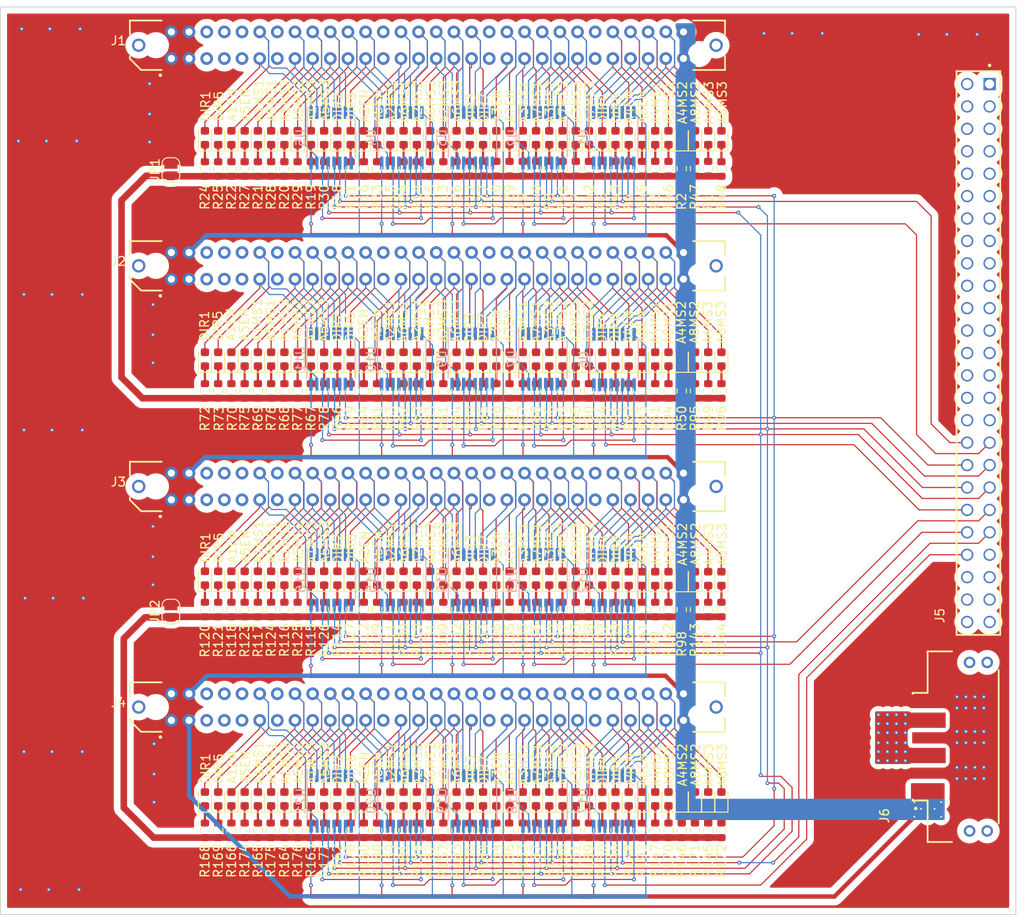
<source format=kicad_pcb>
(kicad_pcb (version 20211014) (generator pcbnew)
  (layers (0 "F.Cu" signal) (1 "In1.Cu" signal) (2 "In2.Cu" signal) (31 "B.Cu" signal) (34 "B.Paste" user) (35 "F.Paste" user) (36 "B.SilkS" user "B.Silkscreen") (37 "F.SilkS" user "F.Silkscreen") (38 "B.Mask" user) (39 "F.Mask" user) (44 "Edge.Cuts" user))
  (net 0 "")
  (net 1 "GND")
  (net 2 "VCC")
  (net 3 "1DIR1")
  (net 4 "1DIR5")
  (net 5 "1A1STEP")
  (net 6 "1A5STEP")
  (net 7 "1A1EN")
  (net 8 "1A5EN")
  (net 9 "1A1MS1")
  (net 10 "1A5MS1")
  (net 11 "1A1MS2")
  (net 12 "1A5MS2")
  (net 13 "1A1MS3")
  (net 14 "1A5MS3")
  (net 15 "1DIR2")
  (net 16 "1DIR6")
  (net 17 "1A2STEP")
  (net 18 "1A6STEP")
  (net 19 "1A2EN")
  (net 20 "1A6EN")
  (net 21 "1A2MS1")
  (net 22 "1A6MS1")
  (net 23 "1A2MS2")
  (net 24 "1A6MS2")
  (net 25 "1A2MS3")
  (net 26 "1A6MS3")
  (net 27 "1DIR3")
  (net 28 "1DIR7")
  (net 29 "1A3STEP")
  (net 30 "1A7STEP")
  (net 31 "1A3EN")
  (net 32 "1A7EN")
  (net 33 "1A3MS1")
  (net 34 "1A7MS1")
  (net 35 "1A3MS2")
  (net 36 "1A7MS2")
  (net 37 "1A3MS3")
  (net 38 "1A7MS3")
  (net 39 "1DIR4")
  (net 40 "1DIR8")
  (net 41 "1A4STEP")
  (net 42 "1A8STEP")
  (net 43 "1A4EN")
  (net 44 "1A8EN")
  (net 45 "1A4MS1")
  (net 46 "1A8MS1")
  (net 47 "1A4MS2")
  (net 48 "1A8MS2")
  (net 49 "1A4MS3")
  (net 50 "1A8MS3")
  (net 51 "+5V")
  (net 52 "2DIR1")
  (net 53 "2DIR5")
  (net 54 "2A1STEP")
  (net 55 "2A5STEP")
  (net 56 "2A1EN")
  (net 57 "2A5EN")
  (net 58 "2A1MS1")
  (net 59 "2A5MS1")
  (net 60 "2A1MS2")
  (net 61 "2A5MS2")
  (net 62 "2A1MS3")
  (net 63 "2A5MS3")
  (net 64 "2DIR2")
  (net 65 "2DIR6")
  (net 66 "2A2STEP")
  (net 67 "2A6STEP")
  (net 68 "2A2EN")
  (net 69 "2A6EN")
  (net 70 "2A2MS1")
  (net 71 "2A6MS1")
  (net 72 "2A2MS2")
  (net 73 "2A6MS2")
  (net 74 "2A2MS3")
  (net 75 "2A6MS3")
  (net 76 "2DIR3")
  (net 77 "2DIR7")
  (net 78 "2A3STEP")
  (net 79 "2A7STEP")
  (net 80 "2A3EN")
  (net 81 "2A7EN")
  (net 82 "2A3MS1")
  (net 83 "2A7MS1")
  (net 84 "2A3MS2")
  (net 85 "2A7MS2")
  (net 86 "2A3MS3")
  (net 87 "2A7MS3")
  (net 88 "2DIR4")
  (net 89 "2DIR8")
  (net 90 "2A4STEP")
  (net 91 "2A8STEP")
  (net 92 "2A4EN")
  (net 93 "2A8EN")
  (net 94 "2A4MS1")
  (net 95 "2A8MS1")
  (net 96 "2A4MS2")
  (net 97 "2A8MS2")
  (net 98 "2A4MS3")
  (net 99 "2A8MS3")
  (net 100 "3DIR1")
  (net 101 "3DIR5")
  (net 102 "3A1STEP")
  (net 103 "3A5STEP")
  (net 104 "3A1EN")
  (net 105 "3A5EN")
  (net 106 "3A1MS1")
  (net 107 "3A5MS1")
  (net 108 "3A1MS2")
  (net 109 "3A5MS2")
  (net 110 "3A1MS3")
  (net 111 "3A5MS3")
  (net 112 "3DIR2")
  (net 113 "3DIR6")
  (net 114 "3A2STEP")
  (net 115 "3A6STEP")
  (net 116 "3A2EN")
  (net 117 "3A6EN")
  (net 118 "3A2MS1")
  (net 119 "3A6MS1")
  (net 120 "3A2MS2")
  (net 121 "3A6MS2")
  (net 122 "3A2MS3")
  (net 123 "3A6MS3")
  (net 124 "3DIR3")
  (net 125 "3DIR7")
  (net 126 "3A3STEP")
  (net 127 "3A7STEP")
  (net 128 "3A3EN")
  (net 129 "3A7EN")
  (net 130 "3A3MS1")
  (net 131 "3A7MS1")
  (net 132 "3A3MS2")
  (net 133 "3A7MS2")
  (net 134 "3A3MS3")
  (net 135 "3A7MS3")
  (net 136 "3DIR4")
  (net 137 "3DIR8")
  (net 138 "3A4STEP")
  (net 139 "3A8STEP")
  (net 140 "3A4EN")
  (net 141 "3A8EN")
  (net 142 "3A4MS1")
  (net 143 "3A8MS1")
  (net 144 "3A4MS2")
  (net 145 "3A8MS2")
  (net 146 "3A4MS3")
  (net 147 "3A8MS3")
  (net 148 "4DIR1")
  (net 149 "4DIR5")
  (net 150 "4A1STEP")
  (net 151 "4A5STEP")
  (net 152 "4A1EN")
  (net 153 "4A5EN")
  (net 154 "4A1MS1")
  (net 155 "4A5MS1")
  (net 156 "4A1MS2")
  (net 157 "4A5MS2")
  (net 158 "4A1MS3")
  (net 159 "4A5MS3")
  (net 160 "4DIR2")
  (net 161 "4DIR6")
  (net 162 "4A2STEP")
  (net 163 "4A6STEP")
  (net 164 "4A2EN")
  (net 165 "4A6EN")
  (net 166 "4A2MS1")
  (net 167 "4A6MS1")
  (net 168 "4A2MS2")
  (net 169 "4A6MS2")
  (net 170 "4A2MS3")
  (net 171 "4A6MS3")
  (net 172 "4DIR3")
  (net 173 "4DIR7")
  (net 174 "4A3STEP")
  (net 175 "4A7STEP")
  (net 176 "4A3EN")
  (net 177 "4A7EN")
  (net 178 "4A3MS1")
  (net 179 "4A7MS1")
  (net 180 "4A3MS2")
  (net 181 "4A7MS2")
  (net 182 "4A3MS3")
  (net 183 "4A7MS3")
  (net 184 "4DIR4")
  (net 185 "4DIR8")
  (net 186 "4A4STEP")
  (net 187 "4A8STEP")
  (net 188 "4A4EN")
  (net 189 "4A8EN")
  (net 190 "4A4MS1")
  (net 191 "4A8MS1")
  (net 192 "4A4MS2")
  (net 193 "4A8MS2")
  (net 194 "4A4MS3")
  (net 195 "4A8MS3")
  (net 196 "~{SRCLR}")
  (net 197 "SRCLK1")
  (net 198 "RCLK")
  (net 199 "~{OE}")
  (net 200 "SER1")
  (net 201 "Net-(U4-Pad9)")
  (net 202 "Net-(U6-Pad9)")
  (net 203 "Net-(U7-Pad9)")
  (net 204 "SER2")
  (net 205 "Net-(U12-Pad9)")
  (net 206 "SER3")
  (net 207 "Net-(U19-Pad9)")
  (net 208 "Net-(U20-Pad9)")
  (net 210 "Net-(D1-Pad1)")
  (net 211 "Net-(D2-Pad1)")
  (net 212 "Net-(D3-Pad1)")
  (net 213 "Net-(D4-Pad1)")
  (net 214 "Net-(D6-Pad1)")
  (net 215 "Net-(D7-Pad1)")
  (net 216 "Net-(D8-Pad1)")
  (net 217 "Net-(D9-Pad1)")
  (net 218 "Net-(D10-Pad1)")
  (net 219 "Net-(D12-Pad1)")
  (net 220 "Net-(D13-Pad1)")
  (net 221 "Net-(D14-Pad1)")
  (net 222 "Net-(D15-Pad1)")
  (net 223 "Net-(D16-Pad1)")
  (net 224 "Net-(D18-Pad1)")
  (net 225 "Net-(D19-Pad1)")
  (net 226 "Net-(D20-Pad1)")
  (net 227 "Net-(D21-Pad1)")
  (net 228 "Net-(D22-Pad1)")
  (net 229 "Net-(D24-Pad1)")
  (net 230 "Net-(D25-Pad1)")
  (net 231 "Net-(D27-Pad1)")
  (net 232 "Net-(D28-Pad1)")
  (net 233 "Net-(D29-Pad1)")
  (net 234 "Net-(D30-Pad1)")
  (net 235 "Net-(D31-Pad1)")
  (net 236 "Net-(D33-Pad1)")
  (net 237 "Net-(D34-Pad1)")
  (net 238 "Net-(D35-Pad1)")
  (net 239 "Net-(D36-Pad1)")
  (net 240 "Net-(D37-Pad1)")
  (net 241 "Net-(D39-Pad1)")
  (net 242 "Net-(D40-Pad1)")
  (net 243 "Net-(D41-Pad1)")
  (net 244 "Net-(D42-Pad1)")
  (net 245 "Net-(D43-Pad1)")
  (net 246 "Net-(D45-Pad1)")
  (net 247 "Net-(D46-Pad1)")
  (net 248 "Net-(D47-Pad1)")
  (net 249 "Net-(D48-Pad1)")
  (net 250 "Net-(D49-Pad1)")
  (net 251 "Net-(D50-Pad1)")
  (net 252 "Net-(D51-Pad1)")
  (net 253 "Net-(D52-Pad1)")
  (net 254 "Net-(D54-Pad1)")
  (net 255 "Net-(D55-Pad1)")
  (net 256 "Net-(D56-Pad1)")
  (net 257 "Net-(D57-Pad1)")
  (net 258 "Net-(D58-Pad1)")
  (net 259 "Net-(D60-Pad1)")
  (net 260 "Net-(D61-Pad1)")
  (net 261 "Net-(D62-Pad1)")
  (net 262 "Net-(D63-Pad1)")
  (net 263 "Net-(D64-Pad1)")
  (net 264 "Net-(D66-Pad1)")
  (net 265 "Net-(D67-Pad1)")
  (net 266 "Net-(D68-Pad1)")
  (net 267 "Net-(D69-Pad1)")
  (net 268 "Net-(D70-Pad1)")
  (net 269 "Net-(D72-Pad1)")
  (net 270 "Net-(D73-Pad1)")
  (net 271 "Net-(D75-Pad1)")
  (net 272 "Net-(D76-Pad1)")
  (net 273 "Net-(D77-Pad1)")
  (net 274 "Net-(D78-Pad1)")
  (net 275 "Net-(D79-Pad1)")
  (net 276 "Net-(D81-Pad1)")
  (net 277 "Net-(D82-Pad1)")
  (net 278 "Net-(D83-Pad1)")
  (net 279 "Net-(D84-Pad1)")
  (net 280 "Net-(D85-Pad1)")
  (net 281 "Net-(D87-Pad1)")
  (net 282 "Net-(D88-Pad1)")
  (net 283 "Net-(D89-Pad1)")
  (net 284 "Net-(D90-Pad1)")
  (net 285 "Net-(D91-Pad1)")
  (net 286 "Net-(D93-Pad1)")
  (net 287 "Net-(D94-Pad1)")
  (net 288 "Net-(D95-Pad1)")
  (net 289 "Net-(D96-Pad1)")
  (net 290 "Net-(D97-Pad1)")
  (net 291 "Net-(D98-Pad1)")
  (net 292 "Net-(D99-Pad1)")
  (net 293 "Net-(D100-Pad1)")
  (net 294 "Net-(D102-Pad1)")
  (net 295 "Net-(D103-Pad1)")
  (net 296 "Net-(D104-Pad1)")
  (net 297 "Net-(D105-Pad1)")
  (net 298 "Net-(D106-Pad1)")
  (net 299 "Net-(D108-Pad1)")
  (net 300 "Net-(D109-Pad1)")
  (net 301 "Net-(D110-Pad1)")
  (net 302 "Net-(D111-Pad1)")
  (net 303 "Net-(D112-Pad1)")
  (net 304 "Net-(D114-Pad1)")
  (net 305 "Net-(D115-Pad1)")
  (net 306 "Net-(D116-Pad1)")
  (net 307 "Net-(D117-Pad1)")
  (net 308 "Net-(D118-Pad1)")
  (net 309 "Net-(D120-Pad1)")
  (net 310 "Net-(D121-Pad1)")
  (net 311 "Net-(D123-Pad1)")
  (net 312 "Net-(D124-Pad1)")
  (net 313 "Net-(D125-Pad1)")
  (net 314 "Net-(D126-Pad1)")
  (net 315 "Net-(D127-Pad1)")
  (net 316 "Net-(D129-Pad1)")
  (net 317 "Net-(D130-Pad1)")
  (net 318 "Net-(D131-Pad1)")
  (net 319 "Net-(D132-Pad1)")
  (net 320 "Net-(D133-Pad1)")
  (net 321 "Net-(D135-Pad1)")
  (net 322 "Net-(D136-Pad1)")
  (net 323 "Net-(D137-Pad1)")
  (net 324 "Net-(D138-Pad1)")
  (net 325 "Net-(D139-Pad1)")
  (net 326 "Net-(D141-Pad1)")
  (net 327 "Net-(D142-Pad1)")
  (net 328 "Net-(D143-Pad1)")
  (net 329 "Net-(D144-Pad1)")
  (net 330 "Net-(D145-Pad1)")
  (net 331 "Net-(D146-Pad1)")
  (net 332 "Net-(D147-Pad1)")
  (net 333 "Net-(D148-Pad1)")
  (net 334 "Net-(D150-Pad1)")
  (net 335 "Net-(D151-Pad1)")
  (net 336 "Net-(D152-Pad1)")
  (net 337 "Net-(D153-Pad1)")
  (net 338 "Net-(D154-Pad1)")
  (net 339 "Net-(D156-Pad1)")
  (net 340 "Net-(D157-Pad1)")
  (net 341 "Net-(D158-Pad1)")
  (net 342 "Net-(D159-Pad1)")
  (net 343 "Net-(D160-Pad1)")
  (net 344 "Net-(D162-Pad1)")
  (net 345 "Net-(D163-Pad1)")
  (net 346 "Net-(D164-Pad1)")
  (net 347 "Net-(D165-Pad1)")
  (net 348 "Net-(D166-Pad1)")
  (net 349 "Net-(D168-Pad1)")
  (net 350 "Net-(D169-Pad1)")
  (net 351 "Net-(D170-Pad1)")
  (net 352 "Net-(D171-Pad1)")
  (net 353 "Net-(D172-Pad1)")
  (net 354 "Net-(D174-Pad1)")
  (net 355 "Net-(D175-Pad1)")
  (net 356 "Net-(D176-Pad1)")
  (net 357 "Net-(D177-Pad1)")
  (net 358 "Net-(D178-Pad1)")
  (net 359 "Net-(D180-Pad1)")
  (net 360 "Net-(D181-Pad1)")
  (net 361 "Net-(D182-Pad1)")
  (net 362 "Net-(D183-Pad1)")
  (net 363 "Net-(D184-Pad1)")
  (net 364 "Net-(D186-Pad1)")
  (net 365 "Net-(D187-Pad1)")
  (net 366 "Net-(D188-Pad1)")
  (net 367 "Net-(D189-Pad1)")
  (net 368 "Net-(D190-Pad1)")
  (net 369 "Net-(D192-Pad1)")
  (net 377 "Net-(U1-Pad9)")
  (net 378 "Net-(U2-Pad9)")
  (net 379 "Net-(U3-Pad9)")
  (net 381 "Net-(U10-Pad14)")
  (net 382 "Net-(U10-Pad9)")
  (net 384 "Net-(U13-Pad9)")
  (net 385 "Net-(U14-Pad9)")
  (net 386 "Net-(U17-Pad9)")
  (net 387 "Net-(U18-Pad9)")
  (net 388 "SER4")
  (net 390 "SRCLK2")
  (net 391 "SRCLK3")
  (net 392 "SRCLK4")
  (net 393 "GND1")
  (net 394 "GND2")
  (net 395 "Net-(U16-Pad14)")
  (footprint "LED_SMD:LED_0603_1608Metric" (layer "F.Cu") (at 74.3 55.0875 90)
    (fp_text reference "D77" hide)
    (fp_text value "LED")
  )
  (footprint "Resistor_SMD:R_0603_1608Metric" (layer "F.Cu") (at 117.8 108.4775 -90)
    (fp_text reference "R146")
    (fp_text value "R")
  )
  (footprint "Resistor_SMD:R_0603_1608Metric" (layer "F.Cu") (at 107.3 108.4775 -90)
    (fp_text reference "R189")
    (fp_text value "R")
  )
  (footprint "Resistor_SMD:R_0603_1608Metric" (layer "F.Cu") (at 78.8 33.5375 -90)
    (fp_text reference "R18")
    (fp_text value "R")
  )
  (footprint "Resistor_SMD:R_0603_1608Metric" (layer "F.Cu") (at 93.8 58.6875 -90)
    (fp_text reference "R60")
    (fp_text value "R")
  )
  (footprint "LED_SMD:LED_0603_1608Metric" (layer "F.Cu") (at 99.8 104.9275 90)
    (fp_text reference "D153" hide)
    (fp_text value "LED")
  )
  (footprint "Resistor_SMD:R_0603_1608Metric" (layer "F.Cu") (at 98.3 33.5 -90)
    (fp_text reference "R39")
    (fp_text value "R")
  )
  (footprint "LED_SMD:LED_0603_1608Metric" (layer "F.Cu") (at 80.3 30 90)
    (fp_text reference "D31" hide)
    (fp_text value "LED")
  )
  (footprint "LIBRARIES:SAMTEC_UMPT-06-01-X-RA-WT-P-X" (layer "F.Cu") (at 151.4 99 90)
    (fp_text reference "J6")
    (fp_text value "UMPT-06-01-X-RA-WT-P-X")
  )
  (footprint "Resistor_SMD:R_0603_1608Metric" (layer "F.Cu") (at 113.3 58.6875 -90)
    (fp_text reference "R93")
    (fp_text value "R")
  )
  (footprint "LED_SMD:LED_0603_1608Metric" (layer "F.Cu") (at 92.3 104.9275 90)
    (fp_text reference "D183" hide)
    (fp_text value "LED")
  )
  (footprint "Jumper:SolderJumper-2_P1.3mm_Open_RoundedPad1.0x1.5mm" (layer "F.Cu") (at 59.944 83.693 90)
    (fp_text reference "JP2")
    (fp_text value "SolderJumper_2_Open")
  )
  (footprint "Resistor_SMD:R_0603_1608Metric" (layer "F.Cu") (at 71.3 58.6875 -90)
    (fp_text reference "R76")
    (fp_text value "R")
  )
  (footprint "Resistor_SMD:R_0603_1608Metric" (layer "F.Cu") (at 107.3 58.6875 -90)
    (fp_text reference "R90")
    (fp_text value "R")
  )
  (footprint "LED_SMD:LED_0603_1608Metric" (layer "F.Cu") (at 108.8 104.9275 90)
    (fp_text reference "D150" hide)
    (fp_text value "LED")
  )
  (footprint "Resistor_SMD:R_0603_1608Metric" (layer "F.Cu") (at 80.3 58.6875 -90)
    (fp_text reference "R79")
    (fp_text value "R")
  )
  (footprint "Resistor_SMD:R_0603_1608Metric" (layer "F.Cu") (at 105.8 33.5 -90)
    (fp_text reference "R7")
    (fp_text value "R")
  )
  (footprint "LED_SMD:LED_0603_1608Metric" (layer "F.Cu") (at 80.3 55.0875 90)
    (fp_text reference "D79" hide)
    (fp_text value "LED")
  )
  (footprint "Resistor_SMD:R_0603_1608Metric" (layer "F.Cu") (at 105.8 58.6875 -90)
    (fp_text reference "R55")
    (fp_text value "R")
  )
  (footprint "Resistor_SMD:R_0603_1608Metric" (layer "F.Cu") (at 78.8 58.6875 -90)
    (fp_text reference "R66")
    (fp_text value "R")
  )
  (footprint "Resistor_SMD:R_0603_1608Metric" (layer "F.Cu") (at 86.3 108.4775 -90)
    (fp_text reference "R181")
    (fp_text value "R")
  )
  (footprint "LED_SMD:LED_0603_1608Metric" (layer "F.Cu") (at 89.3 55.0875 90)
    (fp_text reference "D83" hide)
    (fp_text value "LED")
  )
  (footprint "LED_SMD:LED_0603_1608Metric" (layer "F.Cu") (at 77.3 30 90)
    (fp_text reference "D30" hide)
    (fp_text value "LED")
  )
  (footprint "LED_SMD:LED_0603_1608Metric" (layer "F.Cu") (at 71.3 104.9275 90)
    (fp_text reference "D175" hide)
    (fp_text value "LED")
  )
  (footprint "LIBRARIES:SAMTEC_MEC2-30-01-X-TH1-NP-WT" (layer "F.Cu") (at 89 44.51)
    (fp_text reference "J2")
    (fp_text value "MEC2-30-01-X-TH1-NP-WT")
  )
  (footprint "Resistor_SMD:R_0603_1608Metric" (layer "F.Cu") (at 90.8 33.5375 -90)
    (fp_text reference "R13")
    (fp_text value "R")
  )
  (footprint "Resistor_SMD:R_0603_1608Metric" (layer "F.Cu") (at 71.3 33.5375 -90)
    (fp_text reference "R28")
    (fp_text value "R")
  )
  (footprint "LED_SMD:LED_0603_1608Metric" (layer "F.Cu") (at 78.8 30 90)
    (fp_text reference "D18" hide)
    (fp_text value "LED")
  )
  (footprint "LED_SMD:LED_0603_1608Metric" (layer "F.Cu") (at 107.3 104.9275 90)
    (fp_text reference "D189" hide)
    (fp_text value "LED")
  )
  (footprint "Resistor_SMD:R_0603_1608Metric" (layer "F.Cu") (at 122.3 83.4585 -90)
    (fp_text reference "R144")
    (fp_text value "R")
  )
  (footprint "Resistor_SMD:R_0603_1608Metric" (layer "F.Cu") (at 83.3 83.4585 -90)
    (fp_text reference "R129")
    (fp_text value "R")
  )
  (footprint "Resistor_SMD:R_0603_1608Metric" (layer "F.Cu") (at 89.25 83.4585 -90)
    (fp_text reference "R131")
    (fp_text value "R")
  )
  (footprint "Resistor_SMD:R_0603_1608Metric" (layer "F.Cu") (at 92.3 108.4775 -90)
    (fp_text reference "R183")
    (fp_text value "R")
  )
  (footprint "LED_SMD:LED_0603_1608Metric" (layer "F.Cu") (at 87.8 79.9085 90)
    (fp_text reference "D110" hide)
    (fp_text value "LED")
  )
  (footprint "LED_SMD:LED_0603_1608Metric" (layer "F.Cu") (at 89.3 104.9275 90)
    (fp_text reference "D182" hide)
    (fp_text value "LED")
  )
  (footprint "Resistor_SMD:R_0603_1608Metric" (layer "F.Cu") (at 68.3 58.6875 -90)
    (fp_text reference "R75")
    (fp_text value "R")
  )
  (footprint "Resistor_SMD:R_0603_1608Metric" (layer "F.Cu") (at 120.8 108.4775 -90)
    (fp_text reference "R145")
    (fp_text value "R")
  )
  (footprint "LED_SMD:LED_0603_1608Metric" (layer "F.Cu") (at 114.8 55.0875 90)
    (fp_text reference "D51" hide)
    (fp_text value "LED")
  )
  (footprint "Resistor_SMD:R_0603_1608Metric" (layer "F.Cu") (at 66.8 58.6875 -90)
    (fp_text reference "R70")
    (fp_text value "R")
  )
  (footprint "LED_SMD:LED_0603_1608Metric" (layer "F.Cu") (at 102.8 55.0875 90)
    (fp_text reference "D56" hide)
    (fp_text value "LED")
  )
  (footprint "LED_SMD:LED_0603_1608Metric" (layer "F.Cu") (at 110.3 30 90)
    (fp_text reference "D43" hide)
    (fp_text value "LED")
  )
  (footprint "LED_SMD:LED_0603_1608Metric" (layer "F.Cu") (at 69.8 30 90)
    (fp_text reference "D21" hide)
    (fp_text value "LED")
  )
  (footprint "LED_SMD:LED_0603_1608Metric" (layer "F.Cu") (at 120.8 104.9275 90)
    (fp_text reference "D145" hide)
    (fp_text value "LED")
  )
  (footprint "Resistor_SMD:R_0603_1608Metric" (layer "F.Cu") (at 87.8 108.4775 -90)
    (fp_text reference "R158")
    (fp_text value "R")
  )
  (footprint "LED_SMD:LED_0603_1608Metric" (layer "F.Cu") (at 119.3 104.9275 90)
    (fp_text reference "D171" hide)
    (fp_text value "LED")
  )
  (footprint "LED_SMD:LED_0603_1608Metric" (layer "F.Cu") (at 90.8 79.9085 90)
    (fp_text reference "D109" hide)
    (fp_text value "LED")
  )
  (footprint "LED_SMD:LED_0603_1608Metric" (layer "F.Cu") (at 114.8 104.9275 90)
    (fp_text reference "D147" hide)
    (fp_text value "LED")
  )
  (footprint "Resistor_SMD:R_0603_1608Metric" (layer "F.Cu") (at 113.3 83.4585 -90)
    (fp_text reference "R141")
    (fp_text value "R")
  )
  (footprint "LED_SMD:LED_0603_1608Metric" (layer "F.Cu") (at 102.8 30 90)
    (fp_text reference "D8" hide)
    (fp_text value "LED")
  )
  (footprint "LED_SMD:LED_0603_1608Metric" (layer "F.Cu") (at 96.8 79.9085 90)
    (fp_text reference "D106" hide)
    (fp_text value "LED")
  )
  (footprint "LED_SMD:LED_0603_1608Metric" (layer "F.Cu") (at 83.3 30 90)
    (fp_text reference "D33" hide)
    (fp_text value "LED")
  )
  (footprint "Resistor_SMD:R_0603_1608Metric" (layer "F.Cu") (at 101.3 33.5 -90)
    (fp_text reference "R40")
    (fp_text value "R")
  )
  (footprint "Resistor_SMD:R_0603_1608Metric" (layer "F.Cu") (at 80.3 33.5375 -90)
    (fp_text reference "R31")
    (fp_text value "R")
  )
  (footprint "Resistor_SMD:R_0603_1608Metric" (layer "F.Cu") (at 84.8 58.6875 -90)
    (fp_text reference "R63")
    (fp_text value "R")
  )
  (footprint "LED_SMD:LED_0603_1608Metric" (layer "F.Cu") (at 86.3 30 90)
    (fp_text reference "D34" hide)
    (fp_text value "LED")
  )
  (footprint "Resistor_SMD:R_0603_1608Metric" (layer "F.Cu") (at 72.8 83.4585 -90)
    (fp_text reference "R116")
    (fp_text value "R")
  )
  (footprint "LED_SMD:LED_0603_1608Metric" (layer "F.Cu") (at 99.8 79.9085 90)
    (fp_text reference "D105" hide)
    (fp_text value "LED")
  )
  (footprint "Resistor_SMD:R_0603_1608Metric" (layer "F.Cu") (at 119.3 83.4585 -90)
    (fp_text reference "R143")
    (fp_text value "R")
  )
  (footprint "Resistor_SMD:R_0603_1608Metric" (layer "F.Cu") (at 71.3 83.4585 -90)
    (fp_text reference "R124")
    (fp_text value "R")
  )
  (footprint "Resistor_SMD:R_0603_1608Metric" (layer "F.Cu") (at 99.8 58.6875 -90)
    (fp_text reference "R57")
    (fp_text value "R")
  )
  (footprint "LED_SMD:LED_0603_1608Metric" (layer "F.Cu") (at 117.8 104.9275 90)
    (fp_text reference "D146" hide)
    (fp_text value "LED")
  )
  (footprint "LED_SMD:LED_0603_1608Metric" (layer "F.Cu") (at 65.3 30 90)
    (fp_text reference "D25" hide)
    (fp_text value "LED")
  )
  (footprint "LED_SMD:LED_0603_1608Metric" (layer "F.Cu") (at 65.3 104.9275 90)
    (fp_text reference "D169" hide)
    (fp_text value "LED")
  )
  (footprint "LED_SMD:LED_0603_1608Metric" (layer "F.Cu") (at 96.8 55.0875 90)
    (fp_text reference "D58" hide)
    (fp_text value "LED")
  )
  (footprint "Resistor_SMD:R_0603_1608Metric" (layer "F.Cu") (at 107.3 83.4585 -90)
    (fp_text reference "R138")
    (fp_text value "R")
  )
  (footprint "Resistor_SMD:R_0603_1608Metric" (layer "F.Cu") (at 119.3 33.5 -90)
    (fp_text reference "R47")
    (fp_text value "R")
  )
  (footprint "Resistor_SMD:R_0603_1608Metric" (layer "F.Cu") (at 68.3 108.4775 -90)
    (fp_text reference "R174")
    (fp_text value "R")
  )
  (footprint "Resistor_SMD:R_0603_1608Metric" (layer "F.Cu") (at 117.8 33.5 -90)
    (fp_text reference "R2")
    (fp_text value "R")
  )
  (footprint "LED_SMD:LED_0603_1608Metric" (layer "F.Cu") (at 69.8 79.9085 90)
    (fp_text reference "D117" hide)
    (fp_text value "LED")
  )
  (footprint "LED_SMD:LED_0603_1608Metric" (layer "F.Cu") (at 110.3 79.9085 90)
    (fp_text reference "D139" hide)
    (fp_text value "LED")
  )
  (footprint "Resistor_SMD:R_0603_1608Metric" (layer "F.Cu") (at 96.8 108.4775 -90)
    (fp_text reference "R154")
    (fp_text value "R")
  )
  (footprint "Resistor_SMD:R_0603_1608Metric" (layer "F.Cu") (at 92.3 33.5375 -90)
    (fp_text reference "R36")
    (fp_text value "R")
  )
  (footprint "LED_SMD:LED_0603_1608Metric" (layer "F.Cu") (at 117.8 30 90)
    (fp_text reference "D2" hide)
    (fp_text value "LED")
  )
  (footprint "Resistor_SMD:R_0603_1608Metric" (layer "F.Cu") (at 99.8 33.5 -90)
    (fp_text reference "R9")
    (fp_text value "R")
  )
  (footprint "LED_SMD:LED_0603_1608Metric" (layer "F.Cu") (at 89.3 79.9085 90)
    (fp_text reference "D131" hide)
    (fp_text value "LED")
  )
  (footprint "Resistor_SMD:R_0603_1608Metric" (layer "F.Cu") (at 92.3 83.4585 -90)
    (fp_text reference "R132")
    (fp_text value "R")
  )
  (footprint "LED_SMD:LED_0603_1608Metric" (layer "F.Cu") (at 84.8 30 90)
    (fp_text reference "D15" hide)
    (fp_text value "LED")
  )
  (footprint "LED_SMD:LED_0603_1608Metric" (layer "F.Cu") (at 71.3 30 90)
    (fp_text reference "D28" hide)
    (fp_text value "LED")
  )
  (footprint "LED_SMD:LED_0603_1608Metric" (layer "F.Cu") (at 83.3 55.0875 90)
    (fp_text reference "D81" hide)
    (fp_text value "LED")
  )
  (footprint "LED_SMD:LED_0603_1608Metric" (layer "F.Cu") (at 87.8 30 90)
    (fp_text reference "D14" hide)
    (fp_text value "LED")
  )
  (footprint "Resistor_SMD:R_0603_1608Metric" (layer "F.Cu") (at 117.8 58.6875 -90)
    (fp_text reference "R50")
    (fp_text value "R")
  )
  (footprint "Resistor_SMD:R_0603_1608Metric" (layer "F.Cu") (at 111.8 33.5 -90)
    (fp_text reference "R4")
    (fp_text value "R")
  )
  (footprint "LED_SMD:LED_0603_1608Metric" (layer "F.Cu") (at 99.8 55.0875 90)
    (fp_text reference "D57" hide)
    (fp_text value "LED")
  )
  (footprint "Resistor_SMD:R_0603_1608Metric" (layer "F.Cu") (at 89.3 58.6875 -90)
    (fp_text reference "R83")
    (fp_text value "R")
  )
  (footprint "Resistor_SMD:R_0603_1608Metric" (layer "F.Cu") (at 98.3 83.4585 -90)
    (fp_text reference "R135")
    (fp_text value "R")
  )
  (footprint "LED_SMD:LED_0603_1608Metric" (layer "F.Cu") (at 90.8 104.9275 90)
    (fp_text reference "D157" hide)
    (fp_text value "LED")
  )
  (footprint "Resistor_SMD:R_0603_1608Metric" (layer "F.Cu") (at 90.8 83.4585 -90)
    (fp_text reference "R109")
    (fp_text value "R")
  )
  (footprint "Resistor_SMD:R_0603_1608Metric" (layer "F.Cu") (at 84.8 83.4585 -90)
    (fp_text reference "R111")
    (fp_text value "R")
  )
  (footprint "Resistor_SMD:R_0603_1608Metric" (layer "F.Cu") (at 113.3 33.5 -90)
    (fp_text reference "R45")
    (fp_text value "R")
  )
  (footprint "Resistor_SMD:R_0603_1608Metric" (layer "F.Cu") (at 116.3 83.4585 -90)
    (fp_text reference "R142")
    (fp_text value "R")
  )
  (footprint "LED_SMD:LED_0603_1608Metric" (layer "F.Cu") (at 114.8 30 90)
    (fp_text reference "D3" hide)
    (fp_text value "LED")
  )
  (footprint "LED_SMD:LED_0603_1608Metric" (layer "F.Cu") (at 122.3 55.0875 90)
    (fp_text reference "D96" hide)
    (fp_text value "LED")
  )
  (footprint "LIBRARIES:SAMTEC_MEC2-30-01-X-TH1-NP-WT" (layer "F.Cu") (at 89 19.51)
    (fp_text reference "J1")
    (fp_text value "MEC2-30-01-X-TH1-NP-WT")
  )
  (footprint "Resistor_SMD:R_0603_1608Metric" (layer "F.Cu") (at 86.3 33.5375 -90)
    (fp_text reference "R34")
    (fp_text value "R")
  )
  (footprint "LED_SMD:LED_0603_1608Metric" (layer "F.Cu") (at 101.3 55.0875 90)
    (fp_text reference "D88" hide)
    (fp_text value "LED")
  )
  (footprint "Resistor_SMD:R_0603_1608Metric" (layer "F.Cu") (at 119.3 108.4775 -90)
    (fp_text reference "R171")
    (fp_text value "R")
  )
  (footprint "Resistor_SMD:R_0603_1608Metric" (layer "F.Cu") (at 90.8 108.4775 -90)
    (fp_text reference "R157")
    (fp_text value "R")
  )
  (footprint "LED_SMD:LED_0603_1608Metric" (layer "F.Cu") (at 75.8 30 90)
    (fp_text reference "D19" hide)
    (fp_text value "LED")
  )
  (footprint "Resistor_SMD:R_0603_1608Metric" (layer "F.Cu") (at 63.8 33.5375 -90)
    (fp_text reference "R24")
    (fp_text value "R")
  )
  (footprint "LED_SMD:LED_0603_1608Metric" (layer "F.Cu") (at 87.8 104.9275 90)
    (fp_text reference "D158" hide)
    (fp_text value "LED")
  )
  (footprint "Resistor_SMD:R_0603_1608Metric" (layer "F.Cu") (at 69.8 33.5375 -90)
    (fp_text reference "R21")
    (fp_text value "R")
  )
  (footprint "Resistor_SMD:R_0603_1608Metric" (layer "F.Cu") (at 120.8 58.6875 -90)
    (fp_text reference "R49")
    (fp_text value "R")
  )
  (footprint "Resistor_SMD:R_0603_1608Metric" (layer "F.Cu") (at 116.3 33.5 -90)
    (fp_text reference "R46")
    (fp_text value "R")
  )
  (footprint "Resistor_SMD:R_0603_1608Metric" (layer "F.Cu") (at 86.3 58.6875 -90)
    (fp_text reference "R82")
    (fp_text value "R")
  )
  (footprint "Resistor_SMD:R_0603_1608Metric" (layer "F.Cu") (at 110.3 58.6875 -90)
    (fp_text reference "R91")
    (fp_text value "R")
  )
  (footprint "LED_SMD:LED_0603_1608Metric" (layer "F.Cu") (at 93.8 104.9275 90)
    (fp_text reference "D156" hide)
    (fp_text value "LED")
  )
  (footprint "LED_SMD:LED_0603_1608Metric" (layer "F.Cu") (at 84.8 79.9085 90)
    (fp_text reference "D111" hide)
    (fp_text value "LED")
  )
  (footprint "LED_SMD:LED_0603_1608Metric" (layer "F.Cu") (at 119.3 79.9585 90)
    (fp_text reference "D143" hide)
    (fp_text value "LED")
  )
  (footprint "LED_SMD:LED_0603_1608Metric" (layer "F.Cu") (at 122.3 104.9275 90)
    (fp_text reference "D172" hide)
    (fp_text value "LED")
  )
  (footprint "LED_SMD:LED_0603_1608Metric" (layer "F.Cu") (at 84.8 104.9275 90)
    (fp_text reference "D159" hide)
    (fp_text value "LED")
  )
  (footprint "LED_SMD:LED_0603_1608Metric" (layer "F.Cu") (at 98.3 30 90)
    (fp_text reference "D39" hide)
    (fp_text value "LED")
  )
  (footprint "LED_SMD:LED_0603_1608Metric" (layer "F.Cu") (at 86.3 104.9275 90)
    (fp_text reference "D181" hide)
    (fp_text value "LED")
  )
  (footprint "LED_SMD:LED_0603_1608Metric" (layer "F.Cu") (at 113.3 79.9585 90)
    (fp_text reference "D141" hide)
    (fp_text value "LED")
  )
  (footprint "LED_SMD:LED_0603_1608Metric" (layer "F.Cu") (at 75.8 55.0875 90)
    (fp_text reference "D67" hide)
    (fp_text value "LED")
  )
  (footprint "LED_SMD:LED_0603_1608Metric" (layer "F.Cu") (at 66.8 104.9275 90)
    (fp_text reference "D166" hide)
    (fp_text value "LED")
  )
  (footprint "Resistor_SMD:R_0603_1608Metric" (layer "F.Cu") (at 66.8 33.5375 -90)
    (fp_text reference "R22")
    (fp_text value "R")
  )
  (footprint "LED_SMD:LED_0603_1608Metric" (layer "F.Cu") (at 72.8 104.9275 90)
    (fp_text reference "D164" hide)
    (fp_text value "LED")
  )
  (footprint "LED_SMD:LED_0603_1608Metric" (layer "F.Cu") (at 80.3 104.9275 90)
    (fp_text reference "D178" hide)
    (fp_text value "LED")
  )
  (footprint "LED_SMD:LED_0603_1608Metric" (layer "F.Cu") (at 89.3 30 90)
    (fp_text reference "D35" hide)
    (fp_text value "LED")
  )
  (footprint "LED_SMD:LED_0603_1608Metric" (layer "F.Cu") (at 93.8 55.0875 90)
    (fp_text reference "D60" hide)
    (fp_text value "LED")
  )
  (footprint "Resistor_SMD:R_0603_1608Metric" (layer "F.Cu") (at 110.3 108.4775 -90)
    (fp_text reference "R190")
    (fp_text value "R")
  )
  (footprint "LED_SMD:LED_0603_1608Metric" (layer "F.Cu") (at 92.3 55.0875 90)
    (fp_text reference "D84" hide)
    (fp_text value "LED")
  )
  (footprint "Resistor_SMD:R_0603_1608Metric" (layer "F.Cu") (at 63.8 83.4585 -90)
    (fp_text reference "R120")
    (fp_text value "R")
  )
  (footprint "Resistor_SMD:R_0603_1608Metric" (layer "F.Cu") (at 114.8 33.5 -90)
    (fp_text reference "R3")
    (fp_text value "R")
  )
  (footprint "LED_SMD:LED_0603_1608Metric" (layer "F.Cu") (at 95.3 55.0875 90)
    (fp_text reference "D85" hide)
    (fp_text value "LED")
  )
  (footprint "LED_SMD:LED_0603_1608Metric" (layer "F.Cu") (at 90.8 55.0875 90)
    (fp_text reference "D61" hide)
    (fp_text value "LED")
  )
  (footprint "Resistor_SMD:R_0603_1608Metric" (layer "F.Cu") (at 93.8 108.4775 -90)
    (fp_text reference "R156")
    (fp_text value "R")
  )
  (footprint "LED_SMD:LED_0603_1608Metric" (layer "F.Cu") (at 113.3 104.9275 90)
    (fp_text reference "D192" hide)
    (fp_text value "LED")
  )
  (footprint "LED_SMD:LED_0603_1608Metric" (layer "F.Cu") (at 119.3 30 90)
    (fp_text reference "D47" hide)
    (fp_text value "LED")
  )
  (footprint "LED_SMD:LED_0603_1608Metric" (layer "F.Cu") (at 66.8 79.9085 90)
    (fp_text reference "D118" hide)
    (fp_text value "LED")
  )
  (footprint "LED_SMD:LED_0603_1608Metric" (layer "F.Cu") (at 86.3 55.0875 90)
    (fp_text reference "D82" hide)
    (fp_text value "LED")
  )
  (footprint "Resistor_SMD:R_0603_1608Metric" (layer "F.Cu") (at 68.3 33.5375 -90)
    (fp_text reference "R27")
    (fp_text value "R")
  )
  (footprint "Resistor_SMD:R_0603_1608Metric" (layer "F.Cu") (at 72.8 108.4775 -90)
    (fp_text reference "R164")
    (fp_text value "R")
  )
  (footprint "LED_SMD:LED_0603_1608Metric" (layer "F.Cu") (at 68.3 79.9085 90)
    (fp_text reference "D123" hide)
    (fp_text value "LED")
  )
  (footprint "Resistor_SMD:R_0603_1608Metric" (layer "F.Cu") (at 110.3 83.4585 -90)
    (fp_text reference "R139")
    (fp_text value "R")
  )
  (footprint "LIBRARIES:SAMTEC_MEC2-30-01-X-TH1-NP-WT" (layer "F.Cu") (at 89 69.51)
    (fp_text reference "J3")
    (fp_text value "MEC2-30-01-X-TH1-NP-WT")
  )
  (footprint "Resistor_SMD:R_0603_1608Metric" (layer "F.Cu") (at 96.8 58.6875 -90)
    (fp_text reference "R58")
    (fp_text value "R")
  )
  (footprint "Resistor_SMD:R_0603_1608Metric" (layer "F.Cu") (at 96.8 83.4585 -90)
    (fp_text reference "R106")
    (fp_text value "R")
  )
  (footprint "Resistor_SMD:R_0603_1608Metric" (layer "F.Cu") (at 65.3 83.4585 -90)
    (fp_text reference "R121")
    (fp_text value "R")
  )
  (footprint "Resistor_SMD:R_0603_1608Metric" (layer "F.Cu") (at 108.8 58.6875 -90)
    (fp_text reference "R54")
    (fp_text value "R")
  )
  (footprint "LIBRARIES:SAMTEC_MEC2-30-01-X-TH1-NP-WT" (layer "F.Cu") (at 89 94.51)
    (fp_text reference "J4")
    (fp_text value "MEC2-30-01-X-TH1-NP-WT")
  )
  (footprint "Resistor_SMD:R_0603_1608Metric" (layer "F.Cu") (at 72.8 33.5375 -90)
    (fp_text reference "R20")
    (fp_text value "R")
  )
  (footprint "Resistor_SMD:R_0603_1608Metric" (layer "F.Cu") (at 66.8 108.4775 -90)
    (fp_text reference "R166")
    (fp_text value "R")
  )
  (footprint "Resistor_SMD:R_0603_1608Metric" (layer "F.Cu") (at 93.8 83.4585 -90)
    (fp_text reference "R108")
    (fp_text value "R")
  )
  (footprint "LED_SMD:LED_0603_1608Metric" (layer "F.Cu") (at 108.8 55.0875 90)
    (fp_text reference "D54" hide)
    (fp_text value "LED")
  )
  (footprint "Resistor_SMD:R_0603_1608Metric" (layer "F.Cu") (at 81.8 58.6875 -90)
    (fp_text reference "R64")
    (fp_text value "R")
  )
  (footprint "Resistor_SMD:R_0603_1608Metric" (layer "F.Cu") (at 74.3 33.5375 -90)
    (fp_text reference "R29")
    (fp_text value "R")
  )
  (footprint "LED_SMD:LED_0603_1608Metric" (layer "F.Cu") (at 116.3 30 90)
    (fp_text reference "D46" hide)
    (fp_text value "LED")
  )
  (footprint "Resistor_SMD:R_0603_1608Metric" (layer "F.Cu") (at 95.3 33.5 -90)
    (fp_text reference "R37")
    (fp_text value "R")
  )
  (footprint "LED_SMD:LED_0603_1608Metric" (layer "F.Cu") (at 75.8 79.9085 90)
    (fp_text reference "D115" hide)
    (fp_text value "LED")
  )
  (footprint "Resistor_SMD:R_0603_1608Metric" (layer "F.Cu") (at 69.8 58.6875 -90)
    (fp_text reference "R69")
    (fp_text value "R")
  )
  (footprint "Resistor_SMD:R_0603_1608Metric" (layer "F.Cu") (at 84.8 33.5375 -90)
    (fp_text reference "R15")
    (fp_text value "R")
  )
  (footprint "LED_SMD:LED_0603_1608Metric" (layer "F.Cu") (at 101.3 79.9085 90)
    (fp_text reference "D136" hide)
    (fp_text value "LED")
  )
  (footprint "LED_SMD:LED_0603_1608Metric" (layer "F.Cu") (at 71.3 79.9085 90)
    (fp_text reference "D124" hide)
    (fp_text value "LED")
  )
  (footprint "LED_SMD:LED_0603_1608Metric" (layer "F.Cu") (at 96.8 30 90)
    (fp_text reference "D10" hide)
    (fp_text value "LED")
  )
  (footprint "LED_SMD:LED_0603_1608Metric" (layer "F.Cu") (at 120.8 30 90)
    (fp_text reference "D1" hide)
    (fp_text value "LED")
  )
  (footprint "LED_SMD:LED_0603_1608Metric" (layer "F.Cu") (at 99.8 30 90)
    (fp_text reference "D9" hide)
    (fp_text value "LED")
  )
  (footprint "Resistor_SMD:R_0603_1608Metric" (layer "F.Cu") (at 77.3 33.5375 -90)
    (fp_text reference "R30")
    (fp_text value "R")
  )
  (footprint "LED_SMD:LED_0603_1608Metric" (layer "F.Cu") (at 78.8 104.9275 90)
    (fp_text reference "D162" hide)
    (fp_text value "LED")
  )
  (footprint "LED_SMD:LED_0603_1608Metric" (layer "F.Cu") (at 116.3 79.9585 90)
    (fp_text reference "D142" hide)
    (fp_text value "LED")
  )
  (footprint "LED_SMD:LED_0603_1608Metric" (layer "F.Cu") (at 107.3 79.9085 90)
    (fp_text reference "D138" hide)
    (fp_text value "LED")
  )
  (footprint "LED_SMD:LED_0603_1608Metric" (layer "F.Cu") (at 104.3 55.0875 90)
    (fp_text reference "D89" hide)
    (fp_text value "LED")
  )
  (footprint "LED_SMD:LED_0603_1608Metric" (layer "F.Cu") (at 74.3 79.9085 90)
    (fp_text reference "D125" hide)
    (fp_text value "LED")
  )
  (footprint "LED_SMD:LED_0603_1608Metric" (layer "F.Cu") (at 111.8 55.0875 90)
    (fp_text reference "D52" hide)
    (fp_text value "LED")
  )
  (footprint "Resistor_SMD:R_0603_1608Metric" (layer "F.Cu") (at 116.3 58.6875 -90)
    (fp_text reference "R94")
    (fp_text value "R")
  )
  (footprint "LED_SMD:LED_0603_1608Metric" (layer "F.Cu") (at 81.8 55.0875 90)
    (fp_text reference "D64" hide)
    (fp_text value "LED")
  )
  (footprint "LED_SMD:LED_0603_1608Metric" (layer "F.Cu") (at 104.3 30 90)
    (fp_text reference "D41" hide)
    (fp_text value "LED")
  )
  (footprint "Resistor_SMD:R_0603_1608Metric" (layer "F.Cu") (at 81.8 83.4585 -90)
    (fp_text reference "R112")
    (fp_text value "R")
  )
  (footprint "Resistor_SMD:R_0603_1608Metric" (layer "F.Cu") (at 108.8 33.5 -90)
    (fp_text reference "R6")
    (fp_text value "R")
  )
  (footprint "Resistor_SMD:R_0603_1608Metric" (layer "F.Cu") (at 120.8 83.4585 -90)
    (fp_text reference "R97")
    (fp_text value "R")
  )
  (footprint "Resistor_SMD:R_0603_1608Metric" (layer "F.Cu") (at 114.8 58.6875 -90)
    (fp_text reference "R51")
    (fp_text value "R")
  )
  (footprint "LED_SMD:LED_0603_1608Metric" (layer "F.Cu") (at 122.3 79.9585 90)
    (fp_text reference "D144" hide)
    (fp_text value "LED")
  )
  (footprint "Resistor_SMD:R_0603_1608Metric" (layer "F.Cu") (at 95.3 83.4585 -90)
    (fp_text reference "R133")
    (fp_text value "R")
  )
  (footprint "Resistor_SMD:R_0603_1608Metric" (layer "F.Cu") (at 98.25 108.4775 -90)
    (fp_text reference "R186")
    (fp_text value "R")
  )
  (footprint "Resistor_SMD:R_0603_1608Metric" (layer "F.Cu") (at 122.3 108.4775 -90)
    (fp_text reference "R172")
    (fp_text value "R")
  )
  (footprint "LED_SMD:LED_0603_1608Metric" (layer "F.Cu") (at 105.8 104.9275 90)
    (fp_text reference "D151" hide)
    (fp_text value "LED")
  )
  (footprint "Resistor_SMD:R_0603_1608Metric" (layer "F.Cu") (at 104.3 83.4585 -90)
    (fp_text reference "R137")
    (fp_text value "R")
  )
  (footprint "LED_SMD:LED_0603_1608Metric" (layer "F.Cu") (at 78.8 55.0875 90)
    (fp_text reference "D66" hide)
    (fp_text value "LED")
  )
  (footprint "Resistor_SMD:R_0603_1608Metric" (layer "F.Cu") (at 87.8 33.5375 -90)
    (fp_text reference "R14")
    (fp_text value "R")
  )
  (footprint "Resistor_SMD:R_0603_1608Metric" (layer "F.Cu") (at 69.8 83.4585 -90)
    (fp_text reference "R117")
    (fp_text value "R")
  )
  (footprint "Resistor_SMD:R_0603_1608Metric" (layer "F.Cu") (at 122.3 58.6875 -90)
    (fp_text reference "R96")
    (fp_text value "R")
  )
  (footprint "LED_SMD:LED_0603_1608Metric" (layer "F.Cu") (at 92.3 79.9085 90)
    (fp_text reference "D132" hide)
    (fp_text value "LED")
  )
  (footprint "Resistor_SMD:R_0603_1608Metric" (layer "F.Cu") (at 65.3 58.6875 -90)
    (fp_text reference "R73")
    (fp_text value "R")
  )
  (footprint "LED_SMD:LED_0603_1608Metric" (layer "F.Cu") (at 74.3 30 90)
    (fp_text reference "D29" hide)
    (fp_text value "LED")
  )
  (footprint "LIBRARIES:SAMTEC_IPS1-125-01-S-D" (layer "F.Cu") (at 151.4 54.3875 90)
    (fp_text reference "J5")
    (fp_text value "IPS1-125-01-S-D")
  )
  (footprint "Resistor_SMD:R_0603_1608Metric" (layer "F.Cu") (at 96.8 33.5 -90)
    (fp_text reference "R10")
    (fp_text value "R")
  )
  (footprint "Resistor_SMD:R_0603_1608Metric" (layer "F.Cu") (at 89.3 33.5375 -90)
    (fp_text reference "R35")
    (fp_text value "R")
  )
  (footprint "LED_SMD:LED_0603_1608Metric" (layer "F.Cu") (at 77.3 104.9275 90)
    (fp_text reference "D177" hide)
    (fp_text value "LED")
  )
  (footprint "LED_SMD:LED_0603_1608Metric" (layer "F.Cu") (at 108.8 30 90)
    (fp_text reference "D6" hide)
    (fp_text value "LED")
  )
  (footprint "LED_SMD:LED_0603_1608Metric" (layer "F.Cu") (at 68.3 55.0875 90)
    (fp_text reference "D75" hide)
    (fp_text value "LED")
  )
  (footprint "Resistor_SMD:R_0603_1608Metric" (layer "F.Cu") (at 77.3 108.4775 -90)
    (fp_text reference "R177")
    (fp_text value "R")
  )
  (footprint "LED_SMD:LED_0603_1608Metric" (layer "F.Cu") (at 81.8 30 90)
    (fp_text reference "D16" hide)
    (fp_text value "LED")
  )
  (footprint "Resistor_SMD:R_0603_1608Metric" (layer "F.Cu") (at 111.8 108.4775 -90)
    (fp_text reference "R148")
    (fp_text value "R")
  )
  (footprint "Resistor_SMD:R_0603_1608Metric" (layer "F.Cu") (at 99.8 108.4775 -90)
    (fp_text reference "R153")
    (fp_text value "R")
  )
  (footprint "LED_SMD:LED_0603_1608Metric" (layer "F.Cu") (at 84.8 55.0875 90)
    (fp_text reference "D63" hide)
    (fp_text value "LED")
  )
  (footprint "LED_SMD:LED_0603_1608Metric" (layer "F.Cu") (at 69.8 104.9275 90)
    (fp_text reference "D165" hide)
    (fp_text value "LED")
  )
  (footprint "LED_SMD:LED_0603_1608Metric" (layer "F.Cu") (at 71.3 55.0875 90)
    (fp_text reference "D76" hide)
    (fp_text value "LED")
  )
  (footprint "Resistor_SMD:R_0603_1608Metric" (layer "F.Cu") (at 114.8 83.4585 -90)
    (fp_text reference "R99")
    (fp_text value "R")
  )
  (footprint "Resistor_SMD:R_0603_1608Metric" (layer "F.Cu") (at 108.8 83.4585 -90)
    (fp_text reference "R102")
    (fp_text value "R")
  )
  (footprint "LED_SMD:LED_0603_1608Metric" (layer "F.Cu") (at 63.8 55.0875 90)
    (fp_text reference "D72" hide)
    (fp_text value "LED")
  )
  (footprint "LED_SMD:LED_0603_1608Metric" (layer "F.Cu") (at 111.8 79.9585 90)
    (fp_text reference "D100" hide)
    (fp_text value "LED")
  )
  (footprint "Resistor_SMD:R_0603_1608Metric" (layer "F.Cu") (at 75.8 58.6875 -90)
    (fp_text reference "R67")
    (fp_text value "R")
  )
  (footprint "Resistor_SMD:R_0603_1608Metric" (layer "F.Cu") (at 114.8 108.4775 -90)
    (fp_text reference "R147")
    (fp_text value "R")
  )
  (footprint "Resistor_SMD:R_0603_1608Metric" (layer "F.Cu") (at 74.3 108.4775 -90)
    (fp_text reference "R176")
    (fp_text value "R")
  )
  (footprint "LED_SMD:LED_0603_1608Metric" (layer "F.Cu") (at 105.8 30 90)
    (fp_text reference "D7" hide)
    (fp_text value "LED")
  )
  (footprint "Resistor_SMD:R_0603_1608Metric" (layer "F.Cu") (at 95.3 108.4775 -90)
    (fp_text reference "R184")
    (fp_text value "R")
  )
  (footprint "LED_SMD:LED_0603_1608Metric" (layer "F.Cu") (at 83.3 79.9085 90)
    (fp_text reference "D129" hide)
    (fp_text value "LED")
  )
  (footprint "LED_SMD:LED_0603_1608Metric" (layer "F.Cu") (at 113.3 30 90)
    (fp_text reference "D45" hide)
    (fp_text value "LED")
  )
  (footprint "LED_SMD:LED_0603_1608Metric" (layer "F.Cu") (at 101.3 104.9275 90)
    (fp_text reference "D187" hide)
    (fp_text value "LED")
  )
  (footprint "LED_SMD:LED_0603_1608Metric" (layer "F.Cu") (at 119.3 55.0875 90)
    (fp_text reference "D95" hide)
    (fp_text value "LED")
  )
  (footprint "LED_SMD:LED_0603_1608Metric" (layer "F.Cu") (at 92.3 30 90)
    (fp_text reference "D36" hide)
    (fp_text value "LED")
  )
  (footprint "LED_SMD:LED_0603_1608Metric" (layer "F.Cu") (at 117.8 79.9585 90)
    (fp_text reference "D98" hide)
    (fp_text value "LED")
  )
  (footprint "LED_SMD:LED_0603_1608Metric" (layer "F.Cu") (at 108.8 79.9085 90)
    (fp_text reference "D102" hide)
    (fp_text value "LED")
  )
  (footprint "Resistor_SMD:R_0603_1608Metric" (layer "F.Cu") (at 75.8 108.4775 -90)
    (fp_text reference "R163")
    (fp_text value "R")
  )
  (footprint "Resistor_SMD:R_0603_1608Metric" (layer "F.Cu") (at 66.8 83.4585 -90)
    (fp_text reference "R118")
    (fp_text value "R")
  )
  (footprint "Resistor_SMD:R_0603_1608Metric" (layer "F.Cu") (at 90.8 58.6875 -90)
    (fp_text reference "R61")
    (fp_text value "R")
  )
  (footprint "LED_SMD:LED_0603_1608Metric" (layer "F.Cu") (at 78.8 79.9085 90)
    (fp_text reference "D114" hide)
    (fp_text value "LED")
  )
  (footprint "Resistor_SMD:R_0603_1608Metric" (layer "F.Cu") (at 98.3 58.6875 -90)
    (fp_text reference "R87")
    (fp_text value "R")
  )
  (footprint "LED_SMD:LED_0603_1608Metric" (layer "F.Cu") (at 81.8 79.9085 90)
    (fp_text reference "D112" hide)
    (fp_text value "LED")
  )
  (footprint "Resistor_SMD:R_0603_1608Metric" (layer "F.Cu") (at 78.8 108.4775 -90)
    (fp_text reference "R162")
    (fp_text value "R")
  )
  (footprint "LED_SMD:LED_0603_1608Metric" (layer "F.Cu") (at 87.8 55.0875 90)
    (fp_text reference "D62" hide)
    (fp_text value "LED")
  )
  (footprint "Resistor_SMD:R_0603_1608Metric" (layer "F.Cu") (at 120.8 33.5 -90)
    (fp_text reference "R1")
    (fp_text value "R")
  )
  (footprint "LED_SMD:LED_0603_1608Metric" (layer "F.Cu") (at 66.8 30 90)
    (fp_text reference "D22" hide)
    (fp_text value "LED")
  )
  (footprint "LED_SMD:LED_0603_1608Metric" (layer "F.Cu") (at 86.3 79.9085 90)
    (fp_text reference "D130" hide)
    (fp_text value "LED")
  )
  (footprint "LED_SMD:LED_0603_1608Metric" (layer "F.Cu") (at 72.8 30 90)
    (fp_text reference "D20" hide)
    (fp_text value "LED")
  )
  (footprint "LED_SMD:LED_0603_1608Metric" (layer "F.Cu") (at 98.3 55.0875 90)
    (fp_text reference "D87" hide)
    (fp_text value "LED")
  )
  (footprint "Resistor_SMD:R_0603_1608Metric" (layer "F.Cu") (at 87.8 58.6875 -90)
    (fp_text reference "R62")
    (fp_text value "R")
  )
  (footprint "LED_SMD:LED_0603_1608Metric" (layer "F.Cu") (at 93.8 79.9085 90)
    (fp_text reference "D108" hide)
    (fp_text value "LED")
  )
  (footprint "LED_SMD:LED_0603_1608Metric" (layer "F.Cu") (at 72.8 55.0875 90)
    (fp_text reference "D68" hide)
    (fp_text value "LED")
  )
  (footprint "LED_SMD:LED_0603_1608Metric" (layer "F.Cu") (at 104.3 79.9085 90)
    (fp_text reference "D137" hide)
    (fp_text value "LED")
  )
  (footprint "LED_SMD:LED_0603_1608Metric" (layer "F.Cu") (at 98.3 104.9275 90)
    (fp_text reference "D186" hide)
    (fp_text value "LED")
  )
  (footprint "Resistor_SMD:R_0603_1608Metric" (layer "F.Cu") (at 92.3 58.6875 -90)
    (fp_text reference "R84")
    (fp_text value "R")
  )
  (footprint "LED_SMD:LED_0603_1608Metric" (layer "F.Cu") (at 111.8 30 90)
    (fp_text reference "D4" hide)
    (fp_text value "LED")
  )
  (footprint "Resistor_SMD:R_0603_1608Metric" (layer "F.Cu") (at 83.3 58.6875 -90)
    (fp_text reference "R81")
    (fp_text value "R")
  )
  (footprint "Resistor_SMD:R_0603_1608Metric" (layer "F.Cu") (at 75.8 33.5375 -90)
    (fp_text reference "R19")
    (fp_text value "R")
  )
  (footprint "Resistor_SMD:R_0603_1608Metric" (layer "F.Cu") (at 93.8 33.5 -90)
    (fp_text reference "R12")
    (fp_text value "R")
  )
  (footprint "Resistor_SMD:R_0603_1608Metric" (layer "F.Cu") (at 101.3 58.6875 -90)
    (fp_text reference "R88")
    (fp_text value "R")
  )
  (footprint "Resistor_SMD:R_0603_1608Metric" (layer "F.Cu") (at 63.8 58.6875 -90)
    (fp_text reference "R72")
    (fp_text value "R")
  )
  (footprint "Resistor_SMD:R_0603_1608Metric" (layer "F.Cu") (at 63.8 108.4775 -90)
    (fp_text reference "R168")
    (fp_text value "R")
  )
  (footprint "LED_SMD:LED_0603_1608Metric" (layer "F.Cu") (at 65.3 55.0875 90)
    (fp_text reference "D73" hide)
    (fp_text value "LED")
  )
  (footprint "LED_SMD:LED_0603_1608Metric" (layer "F.Cu") (at 120.8 79.9585 90)
    (fp_text reference "D97" hide)
    (fp_text value "LED")
  )
  (footprint "Resistor_SMD:R_0603_1608Metric" (layer "F.Cu") (at 89.3 108.4775 -90)
    (fp_text reference "R182")
    (fp_text value "R")
  )
  (footprint "LED_SMD:LED_0603_1608Metric" (layer "F.Cu") (at 74.3 104.9275 90)
    (fp_text reference "D176" hide)
    (fp_text value "LED")
  )
  (footprint "Resistor_SMD:R_0603_1608Metric" (layer "F.Cu") (at 107.3 33.5 -90)
    (fp_text reference "R42")
    (fp_text value "R")
  )
  (footprint "LED_SMD:LED_0603_1608Metric" (layer "F.Cu") (at 63.8 104.9275 90)
    (fp_text reference "D168" hide)
    (fp_text value "LED")
  )
  (footprint "LED_SMD:LED_0603_1608Metric" (layer "F.Cu") (at 102.8 104.9275 90)
    (fp_text reference "D152" hide)
    (fp_text value "LED")
  )
  (footprint "LED_SMD:LED_0603_1608Metric" (layer "F.Cu") (at 93.8 30 90)
    (fp_text reference "D12" hide)
    (fp_text value "LED")
  )
  (footprint "Resistor_SMD:R_0603_1608Metric" (layer "F.Cu") (at 122.3 33.5375 -90)
    (fp_text reference "R48")
    (fp_text value "R")
  )
  (footprint "Resistor_SMD:R_0603_1608Metric" (layer "F.Cu") (at 117.8 83.4585 -90)
    (fp_text reference "R98")
    (fp_text value "R")
  )
  (footprint "Resistor_SMD:R_0603_1608Metric" (layer "F.Cu") (at 101.3 108.4775 -90)
    (fp_text reference "R187")
    (fp_text value "R")
  )
  (footprint "Resistor_SMD:R_0603_1608Metric" (layer "F.Cu") (at 86.3 83.4585 -90)
    (fp_text reference "R130")
    (fp_text value "R")
  )
  (footprint "LED_SMD:LED_0603_1608Metric" (layer "F.Cu") (at 77.3 79.9085 90)
    (fp_text reference "D126" hide)
    (fp_text value "LED")
  )
  (footprint "Resistor_SMD:R_0603_1608Metric" (layer "F.Cu") (at 77.3 83.4585 -90)
    (fp_text reference "R126")
    (fp_text value "R")
  )
  (footprint "Resistor_SMD:R_0603_1608Metric" (layer "F.Cu") (at 81.8 108.4775 -90)
    (fp_text reference "R160")
    (fp_text value "R")
  )
  (footprint "Resistor_SMD:R_0603_1608Metric" (layer "F.Cu") (at 74.3 83.4585 -90)
    (fp_text reference "R125")
    (fp_text value "R")
  )
  (footprint "Resistor_SMD:R_0603_1608Metric" (layer "F.Cu") (at 74.3 58.6875 -90)
    (fp_text reference "R77")
    (fp_text value "R")
  )
  (footprint "Resistor_SMD:R_0603_1608Metric" (layer "F.Cu") (at 83.3 33.5375 -90)
    (fp_text reference "R33")
    (fp_text value "R")
  )
  (footprint "Resistor_SMD:R_0603_1608Metric" (layer "F.Cu") (at 102.8 33.5 -90)
    (fp_text reference "R8")
    (fp_text value "R")
  )
  (footprint "LED_SMD:LED_0603_1608Metric" (layer "F.Cu") (at 66.8 55.0875 90)
    (fp_text reference "D70" hide)
    (fp_text value "LED")
  )
  (footprint "Resistor_SMD:R_0603_1608Metric" (layer "F.Cu") (at 105.8 83.4585 -90)
    (fp_text reference "R103")
    (fp_text value "R")
  )
  (footprint "Resistor_SMD:R_0603_1608Metric" (layer "F.Cu") (at 81.8 33.5375 -90)
    (fp_text reference "R16")
    (fp_text value "R")
  )
  (footprint "LED_SMD:LED_0603_1608Metric" (layer "F.Cu") (at 107.3 30 90)
    (fp_text reference "D42" hide)
    (fp_text value "LED")
  )
  (footprint "LED_SMD:LED_0603_1608Metric" (layer "F.Cu") (at 63.8 79.9085 90)
    (fp_text reference "D120" hide)
    (fp_text value "LED")
  )
  (footprint "Resistor_SMD:R_0603_1608Metric" (layer "F.Cu") (at 104.3 108.4775 -90)
    (fp_text reference "R188")
    (fp_text value "R")
  )
  (footprint "Resistor_SMD:R_0603_1608Metric" (layer "F.Cu") (at 99.8 83.4585 -90)
    (fp_text reference "R105")
    (fp_text value "R")
  )
  (footprint "Resistor_SMD:R_0603_1608Metric" (layer "F.Cu") (at 80.3 83.4585 -90)
    (fp_text reference "R127")
    (fp_text value "R")
  )
  (footprint "LED_SMD:LED_0603_1608Metric" (layer "F.Cu") (at 90.8 30 90)
    (fp_text reference "D13" hide)
    (fp_text value "LED")
  )
  (footprint "Resistor_SMD:R_0603_1608Metric" (layer "F.Cu") (at 108.8 108.4775 -90)
    (fp_text reference "R150")
    (fp_text value "R")
  )
  (footprint "Resistor_SMD:R_0603_1608Metric" (layer "F.Cu") (at 78.8 83.4585 -90)
    (fp_text reference "R114")
    (fp_text value "R")
  )
  (footprint "Resistor_SMD:R_0603_1608Metric" (layer "F.Cu") (at 102.8 108.4775 -90)
    (fp_text reference "R152")
    (fp_text value "R")
  )
  (footprint "Jumper:SolderJumper-2_P1.3mm_Open_RoundedPad1.0x1.5mm" (layer "F.Cu") (at 59.944 33.655 90)
    (fp_text reference "JP1")
    (fp_text value "SolderJumper_2_Open")
  )
  (footprint "LED_SMD:LED_0603_1608Metric" (layer "F.Cu") (at 120.8 55.0875 90)
    (fp_text reference "D49" hide)
    (fp_text value "LED")
  )
  (footprint "Resistor_SMD:R_0603_1608Metric" (layer "F.Cu") (at 65.3 108.4775 -90)
    (fp_text reference "R169")
    (fp_text value "R")
  )
  (footprint "LED_SMD:LED_0603_1608Metric" (layer "F.Cu") (at 114.8 79.9585 90)
    (fp_text reference "D99" hide)
    (fp_text value "LED")
  )
  (footprint "LED_SMD:LED_0603_1608Metric" (layer "F.Cu") (at 69.8 55.0875 90)
    (fp_text reference "D69" hide)
    (fp_text value "LED")
  )
  (footprint "Resistor_SMD:R_0603_1608Metric" (layer "F.Cu") (at 111.8 83.4585 -90)
    (fp_text reference "R100")
    (fp_text value "R")
  )
  (footprint "LED_SMD:LED_0603_1608Metric" (layer "F.Cu") (at 95.3 79.9085 90)
    (fp_text reference "D133" hide)
    (fp_text value "LED")
  )
  (footprint "LED_SMD:LED_0603_1608Metric" (layer "F.Cu") (at 111.8 104.9275 90)
    (fp_text reference "D148" hide)
    (fp_text value "LED")
  )
  (footprint "LED_SMD:LED_0603_1608Metric" (layer "F.Cu") (at 98.3 79.9085 90)
    (fp_text reference "D135" hide)
    (fp_text value "LED")
  )
  (footprint "Resistor_SMD:R_0603_1608Metric" (layer "F.Cu") (at 75.8 83.4585 -90)
    (fp_text reference "R115")
    (fp_text value "R")
  )
  (footprint "LED_SMD:LED_0603_1608Metric" (layer "F.Cu") (at 75.8 104.9275 90)
    (fp_text reference "D163" hide)
    (fp_text value "LED")
  )
  (footprint "Resistor_SMD:R_0603_1608Metric" (layer "F.Cu") (at 111.8 58.6875 -90)
    (fp_text reference "R52")
    (fp_text value "R")
  )
  (footprint "Resistor_SMD:R_0603_1608Metric" (layer "F.Cu") (at 116.3 108.4775 -90)
    (fp_text reference "R170")
    (fp_text value "R")
  )
  (footprint "Resistor_SMD:R_0603_1608Metric" (layer "F.Cu") (at 119.3 58.6875 -90)
    (fp_text reference "R95")
    (fp_text value "R")
  )
  (footprint "Resistor_SMD:R_0603_1608Metric" (layer "F.Cu") (at 69.8 108.4775 -90)
    (fp_text reference "R165")
    (fp_text value "R")
  )
  (footprint "Resistor_SMD:R_0603_1608Metric" (layer "F.Cu") (at 95.3 58.6875 -90)
    (fp_text reference "R85")
    (fp_text value "R")
  )
  (footprint "LED_SMD:LED_0603_1608Metric" (layer "F.Cu") (at 77.3 55.0875 90)
    (fp_text reference "D78" hide)
    (fp_text value "LED")
  )
  (footprint "Resistor_SMD:R_0603_1608Metric" (layer "F.Cu") (at 102.8 83.4585 -90)
    (fp_text reference "R104")
    (fp_text value "R")
  )
  (footprint "Resistor_SMD:R_0603_1608Metric" (layer "F.Cu") (at 104.3 33.5 -90)
    (fp_text reference "R41")
    (fp_text value "R")
  )
  (footprint "Resistor_SMD:R_0603_1608Metric" (layer "F.Cu") (at 110.3 33.5 -90)
    (fp_text reference "R43")
    (fp_text value "R")
  )
  (footprint "LED_SMD:LED_0603_1608Metric" (layer "F.Cu") (at 96.8 104.9275 90)
    (fp_text reference "D154" hide)
    (fp_text value "LED")
  )
  (footprint "LED_SMD:LED_0603_1608Metric" (layer "F.Cu") (at 122.3 30 90)
    (fp_text reference "D48" hide)
    (fp_text value "LED")
  )
  (footprint "LED_SMD:LED_0603_1608Metric" (layer "F.Cu") (at 65.3 79.9085 90)
    (fp_text reference "D121" hide)
    (fp_text value "LED")
  )
  (footprint "Resistor_SMD:R_0603_1608Metric" (layer "F.Cu") (at 104.3 58.6875 -90)
    (fp_text reference "R89")
    (fp_text value "R")
  )
  (footprint "LED_SMD:LED_0603_1608Metric" (layer "F.Cu") (at 104.3 104.9275 90)
    (fp_text reference "D188" hide)
    (fp_text value "LED")
  )
  (footprint "LED_SMD:LED_0603_1608Metric" (layer "F.Cu") (at 63.8 30 90)
    (fp_text reference "D24" hide)
    (fp_text value "LED")
  )
  (footprint "Resistor_SMD:R_0603_1608Metric" (layer "F.Cu") (at 101.3 83.4585 -90)
    (fp_text reference "R136")
    (fp_text value "R")
  )
  (footprint "LED_SMD:LED_0603_1608Metric" (layer "F.Cu") (at 105.8 55.0875 90)
    (fp_text reference "D55" hide)
    (fp_text value "LED")
  )
  (footprint "LED_SMD:LED_0603_1608Metric" (layer "F.Cu") (at 105.8 79.9085 90)
    (fp_text reference "D103" hide)
    (fp_text value "LED")
  )
  (footprint "LED_SMD:LED_0603_1608Metric" (layer "F.Cu") (at 80.3 79.9085 90)
    (fp_text reference "D127" hide)
    (fp_text value "LED")
  )
  (footprint "LED_SMD:LED_0603_1608Metric" (layer "F.Cu") (at 72.8 79.9085 90)
    (fp_text reference "D116" hide)
    (fp_text value "LED")
  )
  (footprint "Resistor_SMD:R_0603_1608Metric" (layer "F.Cu") (at 105.8 108.4775 -90)
    (fp_text reference "R151")
    (fp_text value "R")
  )
  (footprint "LED_SMD:LED_0603_1608Metric" (layer "F.Cu") (at 83.3 104.9275 90)
    (fp_text reference "D180" hide)
    (fp_text value "LED")
  )
  (footprint "LED_SMD:LED_0603_1608Metric" (layer "F.Cu") (at 110.3 104.9275 90)
    (fp_text reference "D190" hide)
    (fp_text value "LED")
  )
  (footprint "LED_SMD:LED_0603_1608Metric" (layer "F.Cu") (at 101.3 30 90)
    (fp_text reference "D40" hide)
    (fp_text value "LED")
  )
  (footprint "Resistor_SMD:R_0603_1608Metric" (layer "F.Cu") (at 80.3 108.4775 -90)
    (fp_text reference "R178")
    (fp_text value "R")
  )
  (footprint "Resistor_SMD:R_0603_1608Metric" (layer "F.Cu") (at 72.8 58.6875 -90)
    (fp_text reference "R68")
    (fp_text value "R")
  )
  (footprint "LED_SMD:LED_0603_1608Metric" (layer "F.Cu") (at 102.8 79.9085 90)
    (fp_text reference "D104" hide)
    (fp_text value "LED")
  )
  (footprint "LED_SMD:LED_0603_1608Metric" (layer "F.Cu") (at 95.3 30 90)
    (fp_text reference "D37" hide)
    (fp_text value "LED")
  )
  (footprint "LED_SMD:LED_0603_1608Metric" (layer "F.Cu") (at 117.8 55.0875 90)
    (fp_text reference "D50" hide)
    (fp_text value "LED")
  )
  (footprint "Resistor_SMD:R_0603_1608Metric" (layer "F.Cu") (at 87.8 83.4585 -90)
    (fp_text reference "R110")
    (fp_text value "R")
  )
  (footprint "Resistor_SMD:R_0603_1608Metric" (layer "F.Cu") (at 71.25 108.4775 -90)
    (fp_text reference "R175")
    (fp_text value "R")
  )
  (footprint "LED_SMD:LED_0603_1608Metric" (layer "F.Cu") (at 116.3 55.0875 90)
    (fp_text reference "D94" hide)
    (fp_text value "LED")
  )
  (footprint "LED_SMD:LED_0603_1608Metric" (layer "F.Cu") (at 68.3 30 90)
    (fp_text reference "D27" hide)
    (fp_text value "LED")
  )
  (footprint "Resistor_SMD:R_0603_1608Metric" (layer "F.Cu") (at 65.3 33.5375 -90)
    (fp_text reference "R25")
    (fp_text value "R")
  )
  (footprint "Resistor_SMD:R_0603_1608Metric" (layer "F.Cu") (at 83.3 108.4775 -90)
    (fp_text reference "R180")
    (fp_text value "R")
  )
  (footprint "Resistor_SMD:R_0603_1608Metric" (layer "F.Cu") (at 68.3 83.4585 -90)
    (fp_text reference "R123")
    (fp_text value "R")
  )
  (footprint "LED_SMD:LED_0603_1608Metric" (layer "F.Cu") (at 116.3 104.9275 90)
    (fp_text reference "D170" hide)
    (fp_text value "LED")
  )
  (footprint "Resistor_SMD:R_0603_1608Metric" (layer "F.Cu") (at 77.3 58.6875 -90)
    (fp_text reference "R78")
    (fp_text value "R")
  )
  (footprint "LED_SMD:LED_0603_1608Metric" (layer "F.Cu") (at 95.3 104.9275 90)
    (fp_text reference "D184" hide)
    (fp_text value "LED")
  )
  (footprint "LED_SMD:LED_0603_1608Metric" (layer "F.Cu") (at 107.3 55.0875 90)
    (fp_text reference "D90" hide)
    (fp_text value "LED")
  )
  (footprint "LED_SMD:LED_0603_1608Metric" (layer "F.Cu") (at 110.3 55.0875 90)
    (fp_text reference "D91" hide)
    (fp_text value "LED")
  )
  (footprint "Resistor_SMD:R_0603_1608Metric" (layer "F.Cu") (at 102.8 58.6875 -90)
    (fp_text reference "R56")
    (fp_text value "R")
  )
  (footprint "Resistor_SMD:R_0603_1608Metric" (layer "F.Cu") (at 84.8 108.4775 -90)
    (fp_text reference "R159")
    (fp_text value "R")
  )
  (footprint "Resistor_SMD:R_0603_1608Metric" (layer "F.Cu") (at 113.3 108.4775 -90)
    (fp_text reference "R192")
    (fp_text value "R")
  )
  (footprint "LED_SMD:LED_0603_1608Metric" (layer "F.Cu") (at 81.8 104.9275 90)
    (fp_text reference "D160" hide)
    (fp_text value "LED")
  )
  (footprint "LED_SMD:LED_0603_1608Metric" (layer "F.Cu") (at 113.3 55.0875 90)
    (fp_text reference "D93" hide)
    (fp_text value "LED")
  )
  (footprint "LED_SMD:LED_0603_1608Metric" (layer "F.Cu") (at 68.3 104.9275 90)
    (fp_text reference "D174" hide)
    (fp_text value "LED")
  )
  (footprint "Package_SO:TSSOP-16_4.4x5mm_P0.65mm" (layer "B.Cu") (at 86.1 105.15 -90)
    (fp_text reference "U20")
    (fp_text value "74HC595")
  )
  (footprint "Package_SO:TSSOP-16_4.4x5mm_P0.65mm" (layer "B.Cu") (at 86.0796 55.0672 -90)
    (fp_text reference "U10")
    (fp_text value "74HC595")
  )
  (footprint "Package_SO:TSSOP-16_4.4x5mm_P0.65mm" (layer "B.Cu") (at 110.1306 55.1347 -90)
    (fp_text reference "U6")
    (fp_text value "74HC595")
  )
  (footprint "Package_SO:TSSOP-16_4.4x5mm_P0.65mm" (layer "B.Cu") (at 102.094 30 -90)
    (fp_text reference "U2")
    (fp_text value "74HC595")
  )
  (footprint "Package_SO:TSSOP-16_4.4x5mm_P0.65mm" (layer "B.Cu") (at 110.1 105.15 -90)
    (fp_text reference "U17")
    (fp_text value "74HC595")
  )
  (footprint "Package_SO:TSSOP-16_4.4x5mm_P0.65mm" (layer "B.Cu") (at 102.1 80.1 -90)
    (fp_text reference "U13")
    (fp_text value "74HC595")
  )
  (footprint "Package_SO:TSSOP-16_4.4x5mm_P0.65mm" (layer "B.Cu") (at 78.094 30 -90)
    (fp_text reference "U5")
    (fp_text value "74HC595")
  )
  (footprint "Package_SO:TSSOP-16_4.4x5mm_P0.65mm" (layer "B.Cu") (at 78.1 80.1 -90)
    (fp_text reference "U16")
    (fp_text value "74HC595")
  )
  (footprint "Package_SO:TSSOP-16_4.4x5mm_P0.65mm" (layer "B.Cu") (at 86.094 30 -90)
    (fp_text reference "U4")
    (fp_text value "74HC595")
  )
  (footprint "Package_SO:TSSOP-16_4.4x5mm_P0.65mm" (layer "B.Cu") (at 94.094 30 -90)
    (fp_text reference "U3")
    (fp_text value "74HC595")
  )
  (footprint "Package_SO:TSSOP-16_4.4x5mm_P0.65mm" (layer "B.Cu") (at 110.1 80.15 -90)
    (fp_text reference "U12")
    (fp_text value "74HC595")
  )
  (footprint "Package_SO:TSSOP-16_4.4x5mm_P0.65mm" (layer "B.Cu") (at 110.094 30 -90)
    (fp_text reference "U1")
    (fp_text value "74HC595")
  )
  (footprint "Package_SO:TSSOP-16_4.4x5mm_P0.65mm" (layer "B.Cu") (at 86.1 80.1 -90)
    (fp_text reference "U15")
    (fp_text value "74HC595")
  )
  (footprint "Package_SO:TSSOP-16_4.4x5mm_P0.65mm" (layer "B.Cu") (at 102.1 105.15 -90)
    (fp_text reference "U18")
    (fp_text value "74HC595")
  )
  (footprint "Package_SO:TSSOP-16_4.4x5mm_P0.65mm" (layer "B.Cu") (at 102.0796 55.0672 -90)
    (fp_text reference "U7")
    (fp_text value "74HC595")
  )
  (footprint "Package_SO:TSSOP-16_4.4x5mm_P0.65mm" (layer "B.Cu") (at 94.1 105.15 -90)
    (fp_text reference "U19")
    (fp_text value "74HC595")
  )
  (footprint "Package_SO:TSSOP-16_4.4x5mm_P0.65mm" (layer "B.Cu") (at 94.1 80.1 -90)
    (fp_text reference "U14")
    (fp_text value "74HC595")
  )
  (footprint "Package_SO:TSSOP-16_4.4x5mm_P0.65mm" (layer "B.Cu") (at 78.1 105.15 -90)
    (fp_text reference "U21")
    (fp_text value "74HC595")
  )
  (footprint "Package_SO:TSSOP-16_4.4x5mm_P0.65mm" (layer "B.Cu") (at 78.0796 55.0672 -90)
    (fp_text reference "U11")
    (fp_text value "74HC595")
  )
  (footprint "Package_SO:TSSOP-16_4.4x5mm_P0.65mm" (layer "B.Cu") (at 94.0796 55.0672 -90)
    (fp_text reference "U9")
    (fp_text value "74HC595")
  )
  (gr_rect (start 40.64 15.17) (end 155.64 118.02) (layer "Edge.Cuts") (width 0.1) (fill none))
  (gr_text "A4MS2" (at 117.881 76.054 90) (layer "F.SilkS") (effects (font (size 1 1))))
  (gr_text "DIR7" (at 95.381 76.654 90) (layer "F.SilkS") (effects (font (size 1 1))))
  (gr_text "A5MS3" (at 77.381 100.823 90) (layer "F.SilkS") (effects (font (size 1 1))))
  (gr_text "DIR1" (at 63.881 76.454 90) (layer "F.SilkS") (effects (font (size 1 1))))
  (gr_text "A7MS2" (at 104.381 75.954 90) (layer "F.SilkS") (effects (font (size 1 1))))
  (gr_text "A7EN" (at 98.254 51.308 90) (layer "F.SilkS") (effects (font (size 1 1))))
  (gr_text "DIR3" (at 93.754 51.508 90) (layer "F.SilkS") (effects (font (size 1 1))))
  (gr_text "A8MS3" (at 122.381 101.073 90) (layer "F.SilkS") (effects (font (size 1 1))))
  (gr_text "A5EN" (at 68.381 76.304 90) (layer "F.SilkS") (effects (font (size 1 1))))
  (gr_text "A2MS3" (at 90.881 75.904 90) (layer "F.SilkS") (effects (font (size 1 1))))
  (gr_text "A3EN" (at 96.754 51.308 90) (layer "F.SilkS") (effects (font (size 1 1))))
  (gr_text "A4MS3" (at 120.881 76.054 90) (layer "F.SilkS") (effects (font (size 1 1))))
  (gr_text "A4MS2" (at 117.881 26.016 90) (layer "F.SilkS") (effects (font (size 1 1))))
  (gr_text "A1MS2" (at 72.881 100.823 90) (layer "F.SilkS") (effects (font (size 1 1))))
  (gr_text "DIR6" (at 80.381 76.554 90) (layer "F.SilkS") (effects (font (size 1 1))))
  (gr_text "A3MS3" (at 105.881 75.954 90) (layer "F.SilkS") (effects (font (size 1 1))))
  (gr_text "A6MS2" (at 89.381 75.904 90) (layer "F.SilkS") (effects (font (size 1 1))))
  (gr_text "A8MS1" (at 116.254 50.908 90) (layer "F.SilkS") (effects (font (size 1 1))))
  (gr_text "A3MS3" (at 105.881 25.916 90) (layer "F.SilkS") (effects (font (size 1 1))))
  (gr_text "A7MS2" (at 104.381 100.973 90) (layer "F.SilkS") (effects (font (size 1 1))))
  (gr_text "A1EN" (at 66.881 76.304 90) (layer "F.SilkS") (effects (font (size 1 1))))
  (gr_text "A8EN" (at 113.254 51.408 90) (layer "F.SilkS") (effects (font (size 1 1))))
  (gr_text "A8EN" (at 113.381 26.516 90) (layer "F.SilkS") (effects (font (size 1 1))))
  (gr_text "A1MS3" (at 75.881 75.804 90) (layer "F.SilkS") (effects (font (size 1 1))))
  (gr_text "DIR8" (at 110.254 51.558 90) (layer "F.SilkS") (effects (font (size 1 1))))
  (gr_text "A4MS1" (at 114.881 101.073 90) (layer "F.SilkS") (effects (font (size 1 1))))
  (gr_text "A8MS2" (at 119.381 101.073 90) (layer "F.SilkS") (effects (font (size 1 1))))
  (gr_text "A8MS2" (at 119.254 50.908 90) (layer "F.SilkS") (effects (font (size 1 1))))
  (gr_text "A6MS3" (at 92.381 75.904 90) (layer "F.SilkS") (effects (font (size 1 1))))
  (gr_text "A3MS2" (at 102.881 75.954 90) (layer "F.SilkS") (effects (font (size 1 1))))
  (gr_text "A2MS2" (at 87.881 75.904 90) (layer "F.SilkS") (effects (font (size 1 1))))
  (gr_text "DIR5" (at 65.381 76.454 90) (layer "F.SilkS") (effects (font (size 1 1))))
  (gr_text "A5EN" (at 68.381 26.266 90) (layer "F.SilkS") (effects (font (size 1 1))))
  (gr_text "A2MS3" (at 90.881 25.866 90) (layer "F.SilkS") (effects (font (size 1 1))))
  (gr_text "A6MS3" (at 92.381 25.866 90) (layer "F.SilkS") (effects (font (size 1 1))))
  (gr_text "A6MS3" (at 92.254 50.758 90) (layer "F.SilkS") (effects (font (size 1 1))))
  (gr_text "DIR1" (at 63.754 51.308 90) (layer "F.SilkS") (effects (font (size 1 1))))
  (gr_text "A4MS1" (at 114.754 50.908 90) (layer "F.SilkS") (effects (font (size 1 1))))
  (gr_text "A7MS2" (at 104.381 25.916 90) (layer "F.SilkS") (effects (font (size 1 1))))
  (gr_text "A6EN" (at 83.254 51.258 90) (layer "F.SilkS") (effects (font (size 1 1))))
  (gr_text "A7MS3" (at 107.381 25.916 90) (layer "F.SilkS") (effects (font (size 1 1))))
  (gr_text "A5MS1" (at 71.381 100.823 90) (layer "F.SilkS") (effects (font (size 1 1))))
  (gr_text "A1MS2" (at 72.881 75.804 90) (layer "F.SilkS") (effects (font (size 1 1))))
  (gr_text "DIR2\n" (at 78.881 101.573 90) (layer "F.SilkS") (effects (font (size 1 1))))
  (gr_text "A1MS2" (at 72.881 25.766 90) (layer "F.SilkS") (effects (font (size 1 1))))
  (gr_text "A4MS1" (at 114.881 26.016 90) (layer "F.SilkS") (effects (font (size 1 1))))
  (gr_text "A4EN" (at 111.881 101.573 90) (layer "F.SilkS") (effects (font (size 1 1))))
  (gr_text "A6EN" (at 83.381 101.423 90) (layer "F.SilkS") (effects (font (size 1 1))))
  (gr_text "A4MS3" (at 120.754 50.908 90) (layer "F.SilkS") (effects (font (size 1 1))))
  (gr_text "A5MS3" (at 77.381 25.766 90) (layer "F.SilkS") (effects (font (size 1 1))))
  (gr_text "A2EN" (at 81.881 26.366 90) (layer "F.SilkS") (effects (font (size 1 1))))
  (gr_text "DIR6" (at 80.254 51.408 90) (layer "F.SilkS") (effects (font (size 1 1))))
  (gr_text "DIR8" (at 110.381 26.666 90) (layer "F.SilkS") (effects (font (size 1 1))))
  (gr_text "A1MS1" (at 69.881 25.766 90) (layer "F.SilkS") (effects (font (size 1 1))))
  (gr_text "A7EN" (at 98.381 76.454 90) (layer "F.SilkS") (effects (font (size 1 1))))
  (gr_text "A6MS2" (at 89.254 50.758 90) (layer "F.SilkS") (effects (font (size 1 1))))
  (gr_text "A3MS3" (at 105.754 50.808 90) (layer "F.SilkS") (effects (font (size 1 1))))
  (gr_text "A5MS1" (at 71.381 25.766 90) (layer "F.SilkS") (effects (font (size 1 1))))
  (gr_text "A4MS2" (at 117.881 101.073 90) (layer "F.SilkS") (effects (font (size 1 1))))
  (gr_text "A1MS1" (at 69.881 75.804 90) (layer "F.SilkS") (effects (font (size 1 1))))
  (gr_text "A5MS1" (at 71.254 50.658 90) (layer "F.SilkS") (effects (font (size 1 1))))
  (gr_text "A8MS3" (at 122.381 76.054 90) (layer "F.SilkS") (effects (font (size 1 1))))
  (gr_text "A2EN" (at 81.881 101.423 90) (layer "F.SilkS") (effects (font (size 1 1))))
  (gr_text "A2EN" (at 81.881 76.404 90) (layer "F.SilkS") (effects (font (size 1 1))))
  (gr_text "A7MS1" (at 101.381 25.916 90) (layer "F.SilkS") (effects (font (size 1 1))))
  (gr_text "A2EN" (at 81.754 51.258 90) (layer "F.SilkS") (effects (font (size 1 1))))
  (gr_text "A5EN" (at 68.381 101.323 90) (layer "F.SilkS") (effects (font (size 1 1))))
  (gr_text "A1MS1" (at 69.881 100.823 90) (layer "F.SilkS") (effects (font (size 1 1))))
  (gr_text "DIR5" (at 65.381 101.473 90) (layer "F.SilkS") (effects (font (size 1 1))))
  (gr_text "A5MS2" (at 74.254 50.658 90) (layer "F.SilkS") (effects (font (size 1 1))))
  (gr_text "A3MS1" (at 99.881 25.916 90) (layer "F.SilkS") (effects (font (size 1 1))))
  (gr_text "A4MS3" (at 120.881 26.016 90) (layer "F.SilkS") (effects (font (size 1 1))))
  (gr_text "A4EN" (at 111.881 76.554 90) (layer "F.SilkS") (effects (font (size 1 1))))
  (gr_text "A3EN" (at 96.881 26.416 90) (layer "F.SilkS") (effects (font (size 1 1))))
  (gr_text "A2MS1" (at 84.881 75.904 90) (layer "F.SilkS") (effects (font (size 1 1))))
  (gr_text "A7MS1" (at 101.381 75.954 90) (layer "F.SilkS") (effects (font (size 1 1))))
  (gr_text "A8MS3" (at 122.254 50.908 90) (layer "F.SilkS") (effects (font (size 1 1))))
  (gr_text "A2MS2" (at 87.754 50.758 90) (layer "F.SilkS") (effects (font (size 1 1))))
  (gr_text "A6MS3" (at 92.381 100.923 90) (layer "F.SilkS") (effects (font (size 1 1))))
  (gr_text "A3MS1" (at 99.754 50.808 90) (layer "F.SilkS") (effects (font (size 1 1))))
  (gr_text "A4EN" (at 111.754 51.408 90) (layer "F.SilkS") (effects (font (size 1 1))))
  (gr_text "DIR4" (at 108.881 26.666 90) (layer "F.SilkS") (effects (font (size 1 1))))
  (gr_text "A2MS1" (at 84.881 25.866 90) (layer "F.SilkS") (effects (font (size 1 1))))
  (gr_text "A8MS2" (at 119.381 76.054 90) (layer "F.SilkS") (effects (font (size 1 1))))
  (gr_text "A2MS3" (at 90.754 50.758 90) (layer "F.SilkS") (effects (font (size 1 1))))
  (gr_text "A3EN" (at 96.881 101.473 90) (layer "F.SilkS") (effects (font (size 1 1))))
  (gr_text "A7MS3" (at 107.381 75.954 90) (layer "F.SilkS") (effects (font (size 1 1))))
  (gr_text "A6MS1" (at 86.381 25.866 90) (layer "F.SilkS") (effects (font (size 1 1))))
  (gr_text "A5MS3" (at 77.254 50.658 90) (layer "F.SilkS") (effects (font (size 1 1))))
  (gr_text "DIR4" (at 108.881 101.723 90) (layer "F.SilkS") (effects (font (size 1 1))))
  (gr_text "A1EN" (at 66.754 51.158 90) (layer "F.SilkS") (effects (font (size 1 1))))
  (gr_text "A4EN" (at 111.881 26.516 90) (layer "F.SilkS") (effects (font (size 1 1))))
  (gr_text "A6MS1" (at 86.254 50.758 90) (layer "F.SilkS") (effects (font (size 1 1))))
  (gr_text "A1MS3" (at 75.754 50.658 90) (layer "F.SilkS") (effects (font (size 1 1))))
  (gr_text "A3MS2" (at 102.881 25.916 90) (layer "F.SilkS") (effects (font (size 1 1))))
  (gr_text "A7MS1" (at 101.381 100.973 90) (layer "F.SilkS") (effects (font (size 1 1))))
  (gr_text "A7MS3" (at 107.254 50.808 90) (layer "F.SilkS") (effects (font (size 1 1))))
  (gr_text "DIR2\n" (at 78.881 76.554 90) (layer "F.SilkS") (effects (font (size 1 1))))
  (gr_text "DIR3" (at 93.881 101.673 90) (layer "F.SilkS") (effects (font (size 1 1))))
  (gr_text "A5MS3" (at 77.381 75.804 90) (layer "F.SilkS") (effects (font (size 1 1))))
  (gr_text "DIR5" (at 65.254 51.308 90) (layer "F.SilkS") (effects (font (size 1 1))))
  (gr_text "A3MS2" (at 102.754 50.808 90) (layer "F.SilkS") (effects (font (size 1 1))))
  (gr_text "A7MS1" (at 101.254 50.808 90) (layer "F.SilkS") (effects (font (size 1 1))))
  (gr_text "A6EN" (at 83.381 26.366 90) (layer "F.SilkS") (effects (font (size 1 1))))
  (gr_text "A3MS1" (at 99.881 100.973 90) (layer "F.SilkS") (effects (font (size 1 1))))
  (gr_text "DIR3" (at 93.881 26.616 90) (layer "F.SilkS") (effects (font (size 1 1))))
  (gr_text "DIR4" (at 108.881 76.704 90) (layer "F.SilkS") (effects (font (size 1 1))))
  (gr_text "A6MS2" (at 89.381 100.923 90) (layer "F.SilkS") (effects (font (size 1 1))))
  (gr_text "DIR8" (at 110.381 76.704 90) (layer "F.SilkS") (effects (font (size 1 1))))
  (gr_text "A1MS3" (at 75.881 100.823 90) (layer "F.SilkS") (effects (font (size 1 1))))
  (gr_text "A6MS1" (at 86.381 100.923 90) (layer "F.SilkS") (effects (font (size 1 1))))
  (gr_text "DIR1" (at 63.881 26.416 90) (layer "F.SilkS") (effects (font (size 1 1))))
  (gr_text "A3EN" (at 96.881 76.454 90) (layer "F.SilkS") (effects (font (size 1 1))))
  (gr_text "A5MS2" (at 74.381 100.823 90) (layer "F.SilkS") (effects (font (size 1 1))))
  (gr_text "DIR2\n" (at 78.881 26.516 90) (layer "F.SilkS") (effects (font (size 1 1))))
  (gr_text "A8MS1" (at 116.381 101.073 90) (layer "F.SilkS") (effects (font (size 1 1))))
  (gr_text "A3MS2" (at 102.881 100.973 90) (layer "F.SilkS") (effects (font (size 1 1))))
  (gr_text "A2MS1" (at 84.881 100.923 90) (layer "F.SilkS") (effects (font (size 1 1))))
  (gr_text "DIR5" (at 65.381 26.416 90) (layer "F.SilkS") (effects (font (size 1 1))))
  (gr_text "A1EN" (at 66.881 26.266 90) (layer "F.SilkS") (effects (font (size 1 1))))
  (gr_text "A4MS1" (at 114.881 76.054 90) (layer "F.SilkS") (effects (font (size 1 1))))
  (gr_text "DIR1" (at 63.881 101.473 90) (layer "F.SilkS") (effects (font (size 1 1))))
  (gr_text "A5MS1" (at 71.381 75.804 90) (layer "F.SilkS") (effects (font (size 1 1))))
  (gr_text "A5MS2" (at 74.381 25.766 90) (layer "F.SilkS") (effects (font (size 1 1))))
  (gr_text "A4MS3" (at 120.881 101.073 90) (layer "F.SilkS") (effects (font (size 1 1))))
  (gr_text "A8MS1" (at 116.381 76.054 90) (layer "F.SilkS") (effects (font (size 1 1))))
  (gr_text "DIR6" (at 80.381 101.573 90) (layer "F.SilkS") (effects (font (size 1 1))))
  (gr_text "A7EN" (at 98.381 101.473 90) (layer "F.SilkS") (effects (font (size 1 1))))
  (gr_text "DIR4" (at 108.754 51.558 90) (layer "F.SilkS") (effects (font (size 1 1))))
  (gr_text "DIR6" (at 80.381 26.516 90) (layer "F.SilkS") (effects (font (size 1 1))))
  (gr_text "A5MS2" (at 74.381 75.804 90) (layer "F.SilkS") (effects (font (size 1 1))))
  (gr_text "DIR7" (at 95.381 26.616 90) (layer "F.SilkS") (effects (font (size 1 1))))
  (gr_text "DIR2\n" (at 78.754 51.408 90) (layer "F.SilkS") (effects (font (size 1 1))))
  (gr_text "A1MS3" (at 75.881 25.766 90) (layer "F.SilkS") (effects (font (size 1 1))))
  (gr_text "DIR7" (at 95.381 101.673 90) (layer "F.SilkS") (effects (font (size 1 1))))
  (gr_text "DIR3" (at 93.881 76.654 90) (layer "F.SilkS") (effects (font (size 1 1))))
  (gr_text "A6EN" (at 83.381 76.404 90) (layer "F.SilkS") (effects (font (size 1 1))))
  (gr_text "A4MS2" (at 117.754 50.908 90) (layer "F.SilkS") (effects (font (size 1 1))))
  (gr_text "A8MS1" (at 116.381 26.016 90) (layer "F.SilkS") (effects (font (size 1 1))))
  (gr_text "A3MS1" (at 99.881 75.954 90) (layer "F.SilkS") (effects (font (size 1 1))))
  (gr_text "A6MS1" (at 86.381 75.904 90) (layer "F.SilkS") (effects (font (size 1 1))))
  (gr_text "A1MS2" (at 72.754 50.658 90) (layer "F.SilkS") (effects (font (size 1 1))))
  (gr_text "A1MS1" (at 69.754 50.658 90) (layer "F.SilkS") (effects (font (size 1 1))))
  (gr_text "A2MS2" (at 87.881 100.923 90) (layer "F.SilkS") (effects (font (size 1 1))))
  (gr_text "A7MS3" (at 107.381 100.973 90) (layer "F.SilkS") (effects (font (size 1 1))))
  (gr_text "A8EN" (at 113.381 76.554 90) (layer "F.SilkS") (effects (font (size 1 1))))
  (gr_text "A7MS2" (at 104.254 50.808 90) (layer "F.SilkS") (effects (font (size 1 1))))
  (gr_text "A6MS2" (at 89.381 25.866 90) (layer "F.SilkS") (effects (font (size 1 1))))
  (gr_text "A2MS2" (at 87.881 25.866 90) (layer "F.SilkS") (effects (font (size 1 1))))
  (gr_text "A8EN" (at 113.381 101.573 90) (layer "F.SilkS") (effects (font (size 1 1))))
  (gr_text "DIR7" (at 95.254 51.508 90) (layer "F.SilkS") (effects (font (size 1 1))))
  (gr_text "A8MS2" (at 119.381 26.016 90) (layer "F.SilkS") (effects (font (size 1 1))))
  (gr_text "A2MS3" (at 90.881 100.923 90) (layer "F.SilkS") (effects (font (size 1 1))))
  (gr_text "A2MS1" (at 84.754 50.758 90) (layer "F.SilkS") (effects (font (size 1 1))))
  (gr_text "A1EN" (at 66.881 101.323 90) (layer "F.SilkS") (effects (font (size 1 1))))
  (gr_text "A8MS3" (at 122.381 26.016 90) (layer "F.SilkS") (effects (font (size 1 1))))
  (gr_text "A5EN" (at 68.254 51.158 90) (layer "F.SilkS") (effects (font (size 1 1))))
  (gr_text "A3MS3" (at 105.881 100.973 90) (layer "F.SilkS") (effects (font (size 1 1))))
  (gr_text "A7EN" (at 98.381 26.416 90) (layer "F.SilkS") (effects (font (size 1 1))))
  (gr_text "DIR8" (at 110.381 101.723 90) (layer "F.SilkS") (effects (font (size 1 1))))
  (via (at 42.926 115.189) (size 0.45) (drill 0.2) (layers "F.Cu" "B.Cu") (net 1))
  (via (at 152.019 98.552) (size 0.45) (drill 0.2) (layers "F.Cu" "B.Cu") (net 1))
  (via (at 127.127 18.161) (size 0.45) (drill 0.2) (layers "F.Cu" "B.Cu") (net 1))
  (via (at 148.971 102.616) (size 0.45) (drill 0.2) (layers "F.Cu" "B.Cu") (net 1))
  (via (at 58.039 98.679) (size 0.45) (drill 0.2) (layers "F.Cu" "B.Cu") (net 1))
  (via (at 151.003 93.345) (size 0.45) (drill 0.2) (layers "F.Cu" "B.Cu") (net 1))
  (via (at 151.257 18.288) (size 0.45) (drill 0.2) (layers "F.Cu" "B.Cu") (net 1))
  (via (at 148.971 94.615) (size 0.45) (drill 0.2) (layers "F.Cu" "B.Cu") (net 1))
  (via (at 49.657 17.653) (size 0.45) (drill 0.2) (layers "F.Cu" "B.Cu") (net 1))
  (via (at 57.531 30.48) (size 0.45) (drill 0.2) (layers "F.Cu" "B.Cu") (net 1))
  (via (at 57.912 77.47) (size 0.45) (drill 0.2) (layers "F.Cu" "B.Cu") (net 1))
  (via (at 49.276 30.353) (size 0.45) (drill 0.2) (layers "F.Cu" "B.Cu") (net 1))
  (via (at 151.003 94.615) (size 0.45) (drill 0.2) (layers "F.Cu" "B.Cu") (net 1))
  (via (at 43.434 82.169) (size 0.45) (drill 0.2) (layers "F.Cu" "B.Cu") (net 1))
  (via (at 130.302 18.161) (size 0.45) (drill 0.2) (layers "F.Cu" "B.Cu") (net 1))
  (via (at 149.987 93.345) (size 0.45) (drill 0.2) (layers "F.Cu" "B.Cu") (net 1))
  (via (at 50.038 82.169) (size 0.45) (drill 0.2) (layers "F.Cu" "B.Cu") (net 1))
  (via (at 49.53 115.189) (size 0.45) (drill 0.2) (layers "F.Cu" "B.Cu") (net 1))
  (via (at 148.971 97.282) (size 0.45) (drill 0.2) (layers "F.Cu" "B.Cu") (net 1))
  (via (at 58.039 102.108) (size 0.45) (drill 0.2) (layers "F.Cu" "B.Cu") (net 1))
  (via (at 151.003 97.282) (size 0.45) (drill 0.2) (layers "F.Cu" "B.Cu") (net 1))
  (via (at 43.053 17.653) (size 0.45) (drill 0.2) (layers "F.Cu" "B.Cu") (net 1))
  (via (at 57.531 23.876) (size 0.45) (drill 0.2) (layers "F.Cu" "B.Cu") (net 1))
  (via (at 148.971 93.345) (size 0.45) (drill 0.2) (layers "F.Cu" "B.Cu") (net 1))
  (via (at 57.912 55.499) (size 0.45) (drill 0.2) (layers "F.Cu" "B.Cu") (net 1))
  (via (at 46.609 82.169) (size 0.45) (drill 0.2) (layers "F.Cu" "B.Cu") (net 1))
  (via (at 151.003 98.552) (size 0.45) (drill 0.2) (layers "F.Cu" "B.Cu") (net 1))
  (via (at 49.911 47.752) (size 0.45) (drill 0.2) (layers "F.Cu" "B.Cu") (net 1))
  (via (at 149.987 101.346) (size 0.45) (drill 0.2) (layers "F.Cu" "B.Cu") (net 1))
  (via (at 151.003 101.346) (size 0.45) (drill 0.2) (layers "F.Cu" "B.Cu") (net 1))
  (via (at 57.912 52.324) (size 0.45) (drill 0.2) (layers "F.Cu" "B.Cu") (net 1))
  (via (at 152.019 97.282) (size 0.45) (drill 0.2) (layers "F.Cu" "B.Cu") (net 1))
  (via (at 149.987 102.616) (size 0.45) (drill 0.2) (layers "F.Cu" "B.Cu") (net 1))
  (via (at 49.911 99.568) (size 0.45) (drill 0.2) (layers "F.Cu" "B.Cu") (net 1))
  (via (at 57.912 48.895) (size 0.45) (drill 0.2) (layers "F.Cu" "B.Cu") (net 1))
  (via (at 49.911 63.119) (size 0.45) (drill 0.2) (layers "F.Cu" "B.Cu") (net 1))
  (via (at 152.019 93.345) (size 0.45) (drill 0.2) (layers "F.Cu" "B.Cu") (net 1))
  (via (at 45.847 30.353) (size 0.45) (drill 0.2) (layers "F.Cu" "B.Cu") (net 1))
  (via (at 152.019 101.346) (size 0.45) (drill 0.2) (layers "F.Cu" "B.Cu") (net 1))
  (via (at 144.653 18.288) (size 0.45) (drill 0.2) (layers "F.Cu" "B.Cu") (net 1))
  (via (at 57.912 74.041) (size 0.45) (drill 0.2) (layers "F.Cu" "B.Cu") (net 1))
  (via (at 43.307 47.752) (size 0.45) (drill 0.2) (layers "F.Cu" "B.Cu") (net 1))
  (via (at 57.912 80.645) (size 0.45) (drill 0.2) (layers "F.Cu" "B.Cu") (net 1))
  (via (at 149.987 97.282) (size 0.45) (drill 0.2) (layers "F.Cu" "B.Cu") (net 1))
  (via (at 58.039 105.283) (size 0.45) (drill 0.2) (layers "F.Cu" "B.Cu") (net 1))
  (via (at 133.731 18.161) (size 0.45) (drill 0.2) (layers "F.Cu" "B.Cu") (net 1))
  (via (at 43.307 99.568) (size 0.45) (drill 0.2) (layers "F.Cu" "B.Cu") (net 1))
  (via (at 46.482 47.752) (size 0.45) (drill 0.2) (layers "F.Cu" "B.Cu") (net 1))
  (via (at 147.828 18.288) (size 0.45) (drill 0.2) (layers "F.Cu" "B.Cu") (net 1))
  (via (at 148.971 98.552) (size 0.45) (drill 0.2) (layers "F.Cu" "B.Cu") (net 1))
  (via (at 46.101 115.189) (size 0.45) (drill 0.2) (layers "F.Cu" "B.Cu") (net 1))
  (via (at 46.228 17.653) (size 0.45) (drill 0.2) (layers "F.Cu" "B.Cu") (net 1))
  (via (at 152.019 102.616) (size 0.45) (drill 0.2) (layers "F.Cu" "B.Cu") (net 1))
  (via (at 149.987 94.615) (size 0.45) (drill 0.2) (layers "F.Cu" "B.Cu") (net 1))
  (via (at 151.003 102.616) (size 0.45) (drill 0.2) (layers "F.Cu" "B.Cu") (net 1))
  (via (at 149.987 98.552) (size 0.45) (drill 0.2) (layers "F.Cu" "B.Cu") (net 1))
  (via (at 152.019 94.615) (size 0.45) (drill 0.2) (layers "F.Cu" "B.Cu") (net 1))
  (via (at 46.482 99.568) (size 0.45) (drill 0.2) (layers "F.Cu" "B.Cu") (net 1))
  (via (at 43.307 63.119) (size 0.45) (drill 0.2) (layers "F.Cu" "B.Cu") (net 1))
  (via (at 148.971 101.346) (size 0.45) (drill 0.2) (layers "F.Cu" "B.Cu") (net 1))
  (via (at 46.482 63.119) (size 0.45) (drill 0.2) (layers "F.Cu" "B.Cu") (net 1))
  (via (at 57.531 27.305) (size 0.45) (drill 0.2) (layers "F.Cu" "B.Cu") (net 1))
  (via (at 42.672 30.353) (size 0.45) (drill 0.2) (layers "F.Cu" "B.Cu") (net 1))
  (segment (start 97.5868 66.1924) (end 105.0036 66.1924) (width 0.5) (layer "B.Cu") (net 1))
  (segment (start 112.375 77.2875) (end 113.7412 78.6537) (width 0.127) (layer "B.Cu") (net 1))
  (segment (start 80.369 27.1375) (end 81.28 28.0485) (width 0.127) (layer "B.Cu") (net 1))
  (segment (start 104.369 52.2835) (end 105.5624 53.4769) (width 0.127) (layer "B.Cu") (net 1))
  (segment (start 112.369 27.1375) (end 112.369 27.152) (width 0.127) (layer "B.Cu") (net 1))
  (segment (start 113.7412 78.6537) (end 113.7412 90.9574) (width 0.127) (layer "B.Cu") (net 1))
  (segment (start 88.369 27.1375) (end 89.5604 28.3289) (width 0.127) (layer "B.Cu") (net 1))
  (segment (start 113.7412 53.6557) (end 113.7412 66.1924) (width 0.127) (layer "B.Cu") (net 1))
  (segment (start 80.3546 52.2047) (end 81.28 53.1301) (width 0.127) (layer "B.Cu") (net 1))
  (segment (start 81.9404 115.9764) (end 89.5604 115.9764) (width 0.5) (layer "B.Cu") (net 1))
  (segment (start 105.5624 28.3309) (end 105.5624 40.8432) (width 0.127) (layer "B.Cu") (net 1))
  (segment (start 105.5624 53.4769) (end 105.5624 65.9892) (width 0.127) (layer "B.Cu") (net 1))
  (segment (start 88.375 102.2875) (end 88.4445 102.2875) (width 0.127) (layer "B.Cu") (net 1))
  (segment (start 96.375 77.2375) (end 97.5868 78.4493) (width 0.127) (layer "B.Cu") (net 1))
  (segment (start 97.5868 90.9574) (end 105.3592 90.9574) (width 0.5) (layer "B.Cu") (net 1))
  (segment (start 96.369 27.1375) (end 96.3779 27.1375) (width 0.127) (layer "B.Cu") (net 1))
  (segment (start 62 104.545) (end 62 96.02) (width 0.5) (layer "B.Cu") (net 1))
  (segment (start 81.9404 66.1924) (end 63.8076 66.1924) (width 0.5) (layer "B.Cu") (net 1))
  (segment (start 81.28 90.9574) (end 81.28 78.1425) (width 0.127) (layer "B.Cu") (net 1))
  (segment (start 88.369 52.2835) (end 89.5604 53.4749) (width 0.127) (layer "B.Cu") (net 1))
  (segment (start 105.5624 40.8432) (end 105.3592 41.0464) (width 0.127) (layer "B.Cu") (net 1))
  (segment (start 105.5624 90.7542) (end 105.5624 78.4249) (width 0.127) (layer "B.Cu") (net 1))
  (segment (start 90.0684 90.9574) (end 82.0166 90.9574) (width 0.5) (layer "B.Cu") (net 1))
  (segment (start 97.5868 53.4924) (end 97.5868 66.1924) (width 0.127) (layer "B.Cu") (net 1))
  (segment (start 89.5604 78.4229) (end 89.5604 90.9574) (width 0.127) (layer "B.Cu") (net 1))
  (segment (start 105.3592 103.2717) (end 105.3592 115.9764) (width 0.127) (layer "B.Cu") (net 1))
  (segment (start 90.0176 66.1924) (end 97.5868 66.1924) (width 0.5) (layer "B.Cu") (net 1))
  (segment (start 96.3779 27.1375) (end 97.5868 28.3464) (width 0.127) (layer "B.Cu") (net 1))
  (segment (start 89.5604 28.3289) (end 89.5604 41.0464) (width 0.127) (layer "B.Cu") (net 1))
  (segment (start 112.369 27.152) (end 113.7412 28.5242) (width 0.127) (layer "B.Cu") (net 1))
  (segment (start 90.0176 66.1924) (end 81.9404 66.1924) (width 0.5) (layer "B.Cu") (net 1))
  (segment (start 113.7412 28.5242) (end 113.7412 41.0464) (width 0.127) (layer "B.Cu") (net 1))
  (segment (start 81.28 78.1425) (end 80.375 77.2375) (width 0.127) (layer "B.Cu") (net 1))
  (segment (start 81.28 103.1925) (end 80.375 102.2875) (width 0.127) (layer "B.Cu") (net 1))
  (segment (start 105.0036 66.1924) (end 113.7412 66.1924) (width 0.5) (layer "B.Cu") (net 1))
  (segment (start 89.5604 41.0464) (end 89.8906 41.0464) (width 0.5) (layer "B.Cu") (net 1))
  (segment (start 97.5868 28.3464) (end 97.5868 41.0464) (width 0.127) (layer "B.Cu") (net 1))
  (segment (start 105.0036 66.1924) (end 105.3592 66.1924) (width 0.5) (layer "B.Cu") (net 1))
  (segment (start 112.369 102.0675) (end 113.7412 103.4397) (width 0.127) (layer "B.Cu") (net 1))
  (segment (start 64.0426 90.9574) (end 62 93) (width 0.5) (layer "B.Cu") (net 1))
  (segment (start 89.8906 41.0464) (end 97.5868 41.0464) (width 0.5) (layer "B.Cu") (net 1))
  (segment (start 105.3592 90.9574) (end 105.5624 90.7542) (width 0.127) (layer "B.Cu") (net 1))
  (segment (start 112.369 52.2835) (end 113.7412 53.6557) (width 0.127) (layer "B.Cu") (net 1))
  (segment (start 89.8906 41.0464) (end 63.9536 41.0464) (width 0.5) (layer "B.Cu") (net 1))
  (segment (start 96.3779 52.2835) (end 97.5868 53.4924) (width 0.127) (layer "B.Cu") (net 1))
  (segment (start 89.5604 53.4749) (end 89.5604 66.1924) (width 0.127) (layer "B.Cu") (net 1))
  (segment (start 97.5868 103.2764) (end 97.5868 115.9764) (width 0.127) (layer "B.Cu") (net 1))
  (segment (start 90.0684 90.9574) (end 97.5868 90.9574) (width 0.5) (layer "B.Cu") (net 1))
  (segment (start 82.0166 90.9574) (end 64.0426 90.9574) (width 0.5) (layer "B.Cu") (net 1))
  (segment (start 63.8076 66.1924) (end 62 68) (width 0.5) (layer "B.Cu") (net 1))
  (segment (start 81.28 28.0485) (end 81.28 41.021) (width 0.127) (layer "B.Cu") (net 1))
  (segment (start 96.3779 102.0675) (end 97.5868 103.2764) (width 0.127) (layer "B.Cu") (net 1))
  (segment (start 89.5604 115.9764) (end 97.5868 115.9764) (width 0.5) (layer "B.Cu") (net 1))
  (segment (start 97.5868 115.9764) (end 105.3592 115.9764) (width 0.5) (layer "B.Cu") (net 1))
  (segment (start 88.4445 102.2875) (end 89.5604 103.4034) (width 0.127) (layer "B.Cu") (net 1))
  (segment (start 73.406 115.951) (end 62 104.545) (width 0.5) (layer "B.Cu") (net 1))
  (segment (start 105.3592 115.9764) (end 113.7412 115.9764) (width 0.5) (layer "B.Cu") (net 1))
  (segment (start 88.375 77.2375) (end 89.5604 78.4229) (width 0.127) (layer "B.Cu") (net 1))
  (segment (start 105.3592 41.0464) (end 113.7412 41.0464) (width 0.5) (layer "B.Cu") (net 1))
  (segment (start 63.9536 41.0464) (end 62 43) (width 0.5) (layer "B.Cu") (net 1))
  (segment (start 89.5604 66.1924) (end 90.0176 66.1924) (width 0.5) (layer "B.Cu") (net 1))
  (segment (start 81.28 115.9764) (end 81.28 103.1925) (width 0.127) (layer "B.Cu") (net 1))
  (segment (start 97.5868 78.4493) (end 97.5868 90.9574) (width 0.127) (layer "B.Cu") (net 1))
  (segment (start 105.5624 65.9892) (end 105.3592 66.1924) (width 0.127) (layer "B.Cu") (net 1))
  (segment (start 104.375 102.2875) (end 105.3592 103.2717) (width 0.127) (layer "B.Cu") (net 1))
  (segment (start 89.5604 103.4034) (end 89.5604 115.9764) (width 0.127) (layer "B.Cu") (net 1))
  (segment (start 104.369 27.1375) (end 105.5624 28.3309) (width 0.127) (layer "B.Cu") (net 1))
  (segment (start 105.3592 90.9574) (end 113.7412 90.9574) (width 0.5) (layer "B.Cu") (net 1))
  (segment (start 81.915 115.951) (end 73.406 115.951) (width 0.5) (layer "B.Cu") (net 1))
  (segment (start 81.28 53.1301) (end 81.28 66.1924) (width 0.127) (layer "B.Cu") (net 1))
  (segment (start 105.5624 78.4249) (end 104.375 77.2375) (width 0.127) (layer "B.Cu") (net 1))
  (segment (start 97.5868 41.0464) (end 105.3592 41.0464) (width 0.5) (layer "B.Cu") (net 1))
  (segment (start 113.7412 103.4397) (end 113.7412 115.9764) (width 0.127) (layer "B.Cu") (net 1))
  (via (at 143.129 98.552) (size 0.45) (drill 0.2) (layers "F.Cu" "B.Cu") (net 2))
  (via (at 140.081 97.409) (size 0.45) (drill 0.2) (layers "F.Cu" "B.Cu") (net 2))
  (via (at 143.129 95.377) (size 0.45) (drill 0.2) (layers "F.Cu" "B.Cu") (net 2))
  (via (at 142.113 96.393) (size 0.45) (drill 0.2) (layers "F.Cu" "B.Cu") (net 2))
  (via (at 141.097 99.568) (size 0.45) (drill 0.2) (layers "F.Cu" "B.Cu") (net 2))
  (via (at 141.097 97.409) (size 0.45) (drill 0.2) (layers "F.Cu" "B.Cu") (net 2))
  (via (at 142.113 100.584) (size 0.45) (drill 0.2) (layers "F.Cu" "B.Cu") (net 2))
  (via (at 140.081 98.552) (size 0.45) (drill 0.2) (layers "F.Cu" "B.Cu") (net 2))
  (via (at 143.129 99.568) (size 0.45) (drill 0.2) (layers "F.Cu" "B.Cu") (net 2))
  (via (at 140.081 95.377) (size 0.45) (drill 0.2) (layers "F.Cu" "B.Cu") (net 2))
  (via (at 140.081 96.393) (size 0.45) (drill 0.2) (layers "F.Cu" "B.Cu") (net 2))
  (via (at 141.097 98.552) (size 0.45) (drill 0.2) (layers "F.Cu" "B.Cu") (net 2))
  (via (at 143.129 97.409) (size 0.45) (drill 0.2) (layers "F.Cu" "B.Cu") (net 2))
  (via (at 141.097 100.584) (size 0.45) (drill 0.2) (layers "F.Cu" "B.Cu") (net 2))
  (via (at 141.097 96.393) (size 0.45) (drill 0.2) (layers "F.Cu" "B.Cu") (net 2))
  (via (at 142.113 99.568) (size 0.45) (drill 0.2) (layers "F.Cu" "B.Cu") (net 2))
  (via (at 142.113 95.377) (size 0.45) (drill 0.2) (layers "F.Cu" "B.Cu") (net 2))
  (via (at 143.129 96.393) (size 0.45) (drill 0.2) (layers "F.Cu" "B.Cu") (net 2))
  (via (at 142.113 98.552) (size 0.45) (drill 0.2) (layers "F.Cu" "B.Cu") (net 2))
  (via (at 141.097 95.377) (size 0.45) (drill 0.2) (layers "F.Cu" "B.Cu") (net 2))
  (via (at 143.129 100.584) (size 0.45) (drill 0.2) (layers "F.Cu" "B.Cu") (net 2))
  (via (at 142.113 97.409) (size 0.45) (drill 0.2) (layers "F.Cu" "B.Cu") (net 2))
  (via (at 140.081 100.584) (size 0.45) (drill 0.2) (layers "F.Cu" "B.Cu") (net 2))
  (via (at 140.081 99.568) (size 0.45) (drill 0.2) (layers "F.Cu" "B.Cu") (net 2))
  (segment (start 70 22) (end 63.8 28.2) (width 0.127) (layer "F.Cu") (net 3))
  (segment (start 70 21.02) (end 70 22) (width 0.127) (layer "F.Cu") (net 3))
  (segment (start 63.8 28.2) (end 63.8 29.2125) (width 0.127) (layer "F.Cu") (net 3))
  (segment (start 71.12 22.733) (end 72.644 22.733) (width 0.127) (layer "B.Cu") (net 3))
  (segment (start 76.469 32.146) (end 76.469 32.8625) (width 0.127) (layer "B.Cu") (net 3))
  (segment (start 70 21.613) (end 71.12 22.733) (width 0.127) (layer "B.Cu") (net 3))
  (segment (start 72.644 22.733) (end 75.184 25.273) (width 0.127) (layer "B.Cu") (net 3))
  (segment (start 70 21.02) (end 70 21.613) (width 0.127) (layer "B.Cu") (net 3))
  (segment (start 75.184 30.861) (end 76.469 32.146) (width 0.127) (layer "B.Cu") (net 3))
  (segment (start 75.184 25.273) (end 75.184 30.861) (width 0.127) (layer "B.Cu") (net 3))
  (segment (start 65.3 27.7) (end 65.3 29.2125) (width 0.127) (layer "F.Cu") (net 4))
  (segment (start 70 18) (end 71.021989 19.021989) (width 0.127) (layer "F.Cu") (net 4))
  (segment (start 71.021989 19.021989) (end 71.021989 21.978011) (width 0.127) (layer "F.Cu") (net 4))
  (segment (start 71.021989 21.978011) (end 65.3 27.7) (width 0.127) (layer "F.Cu") (net 4))
  (segment (start 71.374 22.098) (end 73.025 22.098) (width 0.127) (layer "B.Cu") (net 4))
  (segment (start 70.993 18.993) (end 70.993 21.717) (width 0.127) (layer "B.Cu") (net 4))
  (segment (start 75.819 24.892) (end 75.819 27.1375) (width 0.127) (layer "B.Cu") (net 4))
  (segment (start 73.025 22.098) (end 75.819 24.892) (width 0.127) (layer "B.Cu") (net 4))
  (segment (start 70 18) (end 70.993 18.993) (width 0.127) (layer "B.Cu") (net 4))
  (segment (start 70.993 21.717) (end 71.374 22.098) (width 0.127) (layer "B.Cu") (net 4))
  (segment (start 74 22) (end 66.8 29.2) (width 0.127) (layer "F.Cu") (net 7))
  (segment (start 74 21.02) (end 74 22) (width 0.127) (layer "F.Cu") (net 7))
  (segment (start 74 21.02) (end 74 22.057) (width 0.127) (layer "B.Cu") (net 7))
  (segment (start 74 22.057) (end 76.469 24.526) (width 0.127) (layer "B.Cu") (net 7))
  (segment (start 76.469 24.526) (end 76.469 27.1375) (width 0.127) (layer "B.Cu") (net 7))
  (segment (start 68.3 28.7) (end 68.3 29.2125) (width 0.127) (layer "F.Cu") (net 8))
  (segment (start 75 22) (end 68.3 28.7) (width 0.127) (layer "F.Cu") (net 8))
  (segment (start 74 18) (end 75 19) (width 0.127) (layer "F.Cu") (net 8))
  (segment (start 75 19) (end 75 22) (width 0.127) (layer "F.Cu") (net 8))
  (segment (start 75.021989 22.062989) (end 77.119 24.16) (width 0.127) (layer "B.Cu") (net 8))
  (segment (start 77.119 24.16) (end 77.119 27.1375) (width 0.127) (layer "B.Cu") (net 8))
  (segment (start 74 18) (end 75.021989 19.021989) (width 0.127) (layer "B.Cu") (net 8))
  (segment (start 75.021989 19.021989) (end 75.021989 22.062989) (width 0.127) (layer "B.Cu") (net 8))
  (segment (start 76 21.02) (end 76 22) (width 0.127) (layer "F.Cu") (net 9))
  (segment (start 69.8 28.2) (end 69.8 29.2125) (width 0.127) (layer "F.Cu") (net 9))
  (segment (start 76 22) (end 69.8 28.2) (width 0.127) (layer "F.Cu") (net 9))
  (segment (start 76 22.025) (end 77.769 23.794) (width 0.127) (layer "B.Cu") (net 9))
  (segment (start 76 21.02) (end 76 22.025) (width 0.127) (layer "B.Cu") (net 9))
  (segment (start 77.769 23.794) (end 77.769 27.1375) (width 0.127) (layer "B.Cu") (net 9))
  (segment (start 77 19) (end 77 22) (width 0.127) (layer "F.Cu") (net 10))
  (segment (start 76 18) (end 77 19) (width 0.127) (layer "F.Cu") (net 10))
  (segment (start 71.3 27.7) (end 71.3 29.2125) (width 0.127) (layer "F.Cu") (net 10))
  (segment (start 77 22) (end 71.3 27.7) (width 0.127) (layer "F.Cu") (net 10))
  (segment (start 77.021989 22.030989) (end 78.419 23.428) (width 0.127) (layer "B.Cu") (net 10))
  (segment (start 78.419 23.428) (end 78.419 27.1375) (width 0.127) (layer "B.Cu") (net 10))
  (segment (start 76 18) (end 77.021989 19.021989) (width 0.127) (layer "B.Cu") (net 10))
  (segment (start 77.021989 19.021989) (end 77.021989 22.030989) (width 0.127) (layer "B.Cu") (net 10))
  (segment (start 78 21.02) (end 78 22) (width 0.127) (layer "F.Cu") (net 11))
  (segment (start 72.8 27.2) (end 72.8 29.2125) (width 0.127) (layer "F.Cu") (net 11))
  (segment (start 78 22) (end 72.8 27.2) (width 0.127) (layer "F.Cu") (net 11))
  (segment (start 78 21.993) (end 79.069 23.062) (width 0.127) (layer "B.Cu") (net 11))
  (segment (start 79.069 23.062) (end 79.069 27.1375) (width 0.127) (layer "B.Cu") (net 11))
  (segment (start 78 21.02) (end 78 21.993) (width 0.127) (layer "B.Cu") (net 11))
  (segment (start 78 18) (end 79 19) (width 0.127) (layer "F.Cu") (net 12))
  (segment (start 74.3 26.7) (end 74.3 29.2125) (width 0.127) (layer "F.Cu") (net 12))
  (segment (start 79 22) (end 74.3 26.7) (width 0.127) (layer "F.Cu") (net 12))
  (segment (start 79 19) (end 79 22) (width 0.127) (layer "F.Cu") (net 12))
  (segment (start 79.719 22.696) (end 79.719 27.1375) (width 0.127) (layer "B.Cu") (net 12))
  (segment (start 79.021989 21.998989) (end 79.719 22.696) (width 0.127) (layer "B.Cu") (net 12))
  (segment (start 78 18) (end 79.021989 19.021989) (width 0.127) (layer "B.Cu") (net 12))
  (segment (start 79.021989 19.021989) (end 79.021989 21.998989) (width 0.127) (layer "B.Cu") (net 12))
  (segment (start 80 21.02) (end 80 22) (width 0.127) (layer "F.Cu") (net 13))
  (segment (start 75.8 26.2) (end 75.8 29.2125) (width 0.127) (layer "F.Cu") (net 13))
  (segment (start 80 22) (end 75.8 26.2) (width 0.127) (layer "F.Cu") (net 13))
  (segment (start 80 21.02) (end 80.01 21.03) (width 0.127) (layer "B.Cu") (net 13))
  (segment (start 80.01 21.03) (end 80.01 21.971) (width 0.127) (layer "B.Cu") (net 13))
  (segment (start 83.058 30.353) (end 84.469 31.764) (width 0.127) (layer "B.Cu") (net 13))
  (segment (start 84.469 31.764) (end 84.469 32.8625) (width 0.127) (layer "B.Cu") (net 13))
  (segment (start 80.01 21.971) (end 83.058 25.019) (width 0.127) (layer "B.Cu") (net 13))
  (segment (start 83.058 25.019) (end 83.058 30.353) (width 0.127) (layer "B.Cu") (net 13))
  (segment (start 81 22) (end 77.3 25.7) (width 0.127) (layer "F.Cu") (net 14))
  (segment (start 81 19) (end 81 22) (width 0.127) (layer "F.Cu") (net 14))
  (segment (start 77.3 25.7) (end 77.3 29.2125) (width 0.127) (layer "F.Cu") (net 14))
  (segment (start 80 18) (end 81 19) (width 0.127) (layer "F.Cu") (net 14))
  (segment (start 83.819 24.764) (end 83.819 27.1375) (width 0.127) (layer "B.Cu") (net 14))
  (segment (start 81.021989 19.021989) (end 81.021989 21.966989) (width 0.127) (layer "B.Cu") (net 14))
  (segment (start 81.021989 21.966989) (end 83.819 24.764) (width 0.127) (layer "B.Cu") (net 14))
  (segment (start 80 18) (end 81.021989 19.021989) (width 0.127) (layer "B.Cu") (net 14))
  (segment (start 82 21.02) (end 82 22) (width 0.127) (layer "F.Cu") (net 15))
  (segment (start 82 22) (end 78.8 25.2) (width 0.127) (layer "F.Cu") (net 15))
  (segment (start 78.8 25.2) (end 78.8 29.2125) (width 0.127) (layer "F.Cu") (net 15))
  (segment (start 84.469 24.398) (end 84.469 27.1375) (width 0.127) (layer "B.Cu") (net 15))
  (segment (start 82 21.929) (end 84.469 24.398) (width 0.127) (layer "B.Cu") (net 15))
  (segment (start 82 21.02) (end 82 21.929) (width 0.127) (layer "B.Cu") (net 15))
  (segment (start 83 22) (end 80.3 24.7) (width 0.127) (layer "F.Cu") (net 16))
  (segment (start 83 19) (end 83 22) (width 0.127) (layer "F.Cu") (net 16))
  (segment (start 82 18) (end 83 19) (width 0.127) (layer "F.Cu") (net 16))
  (segment (start 80.3 24.7) (end 80.3 29.2125) (width 0.127) (layer "F.Cu") (net 16))
  (segment (start 82.978011 21.891011) (end 85.119 24.032) (width 0.127) (layer "B.Cu") (net 16))
  (segment (start 85.119 24.032) (end 85.119 27.1375) (width 0.127) (layer "B.Cu") (net 16))
  (segment (start 82 18) (end 82.978011 18.978011) (width 0.127) (layer "B.Cu") (net 16))
  (segment (start 82.978011 18.978011) (end 82.978011 21.891011) (width 0.127) (layer "B.Cu") (net 16))
  (segment (start 81.8 26.2) (end 81.8 29.2125) (width 0.127) (layer "F.Cu") (net 19))
  (segment (start 86 21.02) (end 86 22) (width 0.127) (layer "F.Cu") (net 19))
  (segment (start 86 22) (end 81.8 26.2) (width 0.127) (layer "F.Cu") (net 19))
  (segment (start 85.769 22.181) (end 85.769 27.1375) (width 0.127) (layer "B.Cu") (net 19))
  (segment (start 86 21.95) (end 85.769 22.181) (width 0.127) (layer "B.Cu") (net 19))
  (segment (start 86 21.02) (end 86 21.95) (width 0.127) (layer "B.Cu") (net 19))
  (segment (start 83.3 25.7) (end 83.3 29.2125) (width 0.127) (layer "F.Cu") (net 20))
  (segment (start 87 22) (end 83.3 25.7) (width 0.127) (layer "F.Cu") (net 20))
  (segment (start 86 18) (end 87 19) (width 0.127) (layer "F.Cu") (net 20))
  (segment (start 87 19) (end 87 22) (width 0.127) (layer "F.Cu") (net 20))
  (segment (start 86.419 22.547) (end 86.419 27.1375) (width 0.127) (layer "B.Cu") (net 20))
  (segment (start 86.995 18.995) (end 86.995 21.971) (width 0.127) (layer "B.Cu") (net 20))
  (segment (start 86.995 21.971) (end 86.419 22.547) (width 0.127) (layer "B.Cu") (net 20))
  (segment (start 86 18) (end 86.995 18.995) (width 0.127) (layer "B.Cu") (net 20))
  (segment (start 88 21.02) (end 88 22) (width 0.127) (layer "F.Cu") (net 21))
  (segment (start 88 22) (end 84.8 25.2) (width 0.127) (layer "F.Cu") (net 21))
  (segment (start 84.8 25.2) (end 84.8 29.2125) (width 0.127) (layer "F.Cu") (net 21))
  (segment (start 88 21.02) (end 88 21.96) (width 0.127) (layer "B.Cu") (net 21))
  (segment (start 88.011 21.971) (end 87.069 22.913) (width 0.127) (layer "B.Cu") (net 21))
  (segment (start 87.069 22.913) (end 87.069 27.1375) (width 0.127) (layer "B.Cu") (net 21))
  (segment (start 88 21.96) (end 88.011 21.971) (width 0.127) (layer "B.Cu") (net 21))
  (segment (start 89 19) (end 89 22) (width 0.127) (layer "F.Cu") (net 22))
  (segment (start 86.3 24.7) (end 86.3 29.2125) (width 0.127) (layer "F.Cu") (net 22))
  (segment (start 89 22) (end 86.3 24.7) (width 0.127) (layer "F.Cu") (net 22))
  (segment (start 88 18) (end 89 19) (width 0.127) (layer "F.Cu") (net 22))
  (segment (start 88 18) (end 88.978011 18.978011) (width 0.127) (layer "B.Cu") (net 22))
  (segment (start 88.978011 18.978011) (end 88.978011 21.892989) (width 0.127) (layer "B.Cu") (net 22))
  (segment (start 88.978011 21.892989) (end 87.719 23.152) (width 0.127) (layer "B.Cu") (net 22))
  (segment (start 87.719 23.152) (end 87.719 27.1375) (width 0.127) (layer "B.Cu") (net 22))
  (segment (start 90 22) (end 87.8 24.2) (width 0.127) (layer "F.Cu") (net 23))
  (segment (start 87.8 24.2) (end 87.8 29.2125) (width 0.127) (layer "F.Cu") (net 23))
  (segment (start 90 21.02) (end 90 22) (width 0.127) (layer "F.Cu") (net 23))
  (segment (start 90 22.055) (end 91.059 23.114) (width 0.127) (layer "B.Cu") (net 23))
  (segment (start 91.059 30.353) (end 92.469 31.763) (width 0.127) (layer "B.Cu") (net 23))
  (segment (start 91.059 23.114) (end 91.059 30.353) (width 0.127) (layer "B.Cu") (net 23))
  (segment (start 90 21.02) (end 90 22.055) (width 0.127) (layer "B.Cu") (net 23))
  (segment (start 92.469 31.763) (end 92.469 32.8625) (width 0.127) (layer "B.Cu") (net 23))
  (segment (start 90 18) (end 91 19) (width 0.127) (layer "F.Cu") (net 24))
  (segment (start 89.3 23.7) (end 89.3 29.2125) (width 0.127) (layer "F.Cu") (net 24))
  (segment (start 91 22) (end 89.3 23.7) (width 0.127) (layer "F.Cu") (net 24))
  (segment (start 91 19) (end 91 22) (width 0.127) (layer "F.Cu") (net 24))
  (segment (start 90.978011 21.890011) (end 91.819 22.731) (width 0.127) (layer "B.Cu") (net 24))
  (segment (start 90 18) (end 90.978011 18.978011) (width 0.127) (layer "B.Cu") (net 24))
  (segment (start 91.819 22.731) (end 91.819 27.1375) (width 0.127) (layer "B.Cu") (net 24))
  (segment (start 90.978011 18.978011) (end 90.978011 21.890011) (width 0.127) (layer "B.Cu") (net 24))
  (segment (start 92 22) (end 90.8 23.2) (width 0.127) (layer "F.Cu") (net 25))
  (segment (start 90.8 23.2) (end 90.8 29.2125) (width 0.127) (layer "F.Cu") (net 25))
  (segment (start 92 21.02) (end 92 22) (width 0.127) (layer "F.Cu") (net 25))
  (segment (start 92.469 22.365) (end 92.469 27.1375) (width 0.127) (layer "B.Cu") (net 25))
  (segment (start 92 21.896) (end 92.469 22.365) (width 0.127) (layer "B.Cu") (net 25))
  (segment (start 92 21.02) (end 92 21.896) (width 0.127) (layer "B.Cu") (net 25))
  (segment (start 92.3 22.7) (end 92.3 29.2125) (width 0.127) (layer "F.Cu") (net 26))
  (segment (start 93 19) (end 93 22) (width 0.127) (layer "F.Cu") (net 26))
  (segment (start 92 18) (end 93 19) (width 0.127) (layer "F.Cu") (net 26))
  (segment (start 93 22) (end 92.3 22.7) (width 0.127) (layer "F.Cu") (net 26))
  (segment (start 93.021989 27.040489) (end 93.119 27.1375) (width 0.127) (layer "B.Cu") (net 26))
  (segment (start 93.021989 19.021989) (end 93.021989 27.040489) (width 0.127) (layer "B.Cu") (net 26))
  (segment (start 92 18) (end 93.021989 19.021989) (width 0.127) (layer "B.Cu") (net 26))
  (segment (start 94 21.02) (end 94 22) (width 0.127) (layer "F.Cu") (net 27))
  (segment (start 94 22) (end 93.8 22.2) (width 0.127) (layer "F.Cu") (net 27))
  (segment (start 93.8 22.2) (end 93.8 29.2125) (width 0.127) (layer "F.Cu") (net 27))
  (segment (start 93.769 21.251) (end 93.769 27.1375) (width 0.127) (layer "B.Cu") (net 27))
  (segment (start 94 21.02) (end 93.769 21.251) (width 0.127) (layer "B.Cu") (net 27))
  (segment (start 95 22) (end 95.3 22.3) (width 0.127) (layer "F.Cu") (net 28))
  (segment (start 95.3 22.3) (end 95.3 29.2125) (width 0.127) (layer "F.Cu") (net 28))
  (segment (start 94 18) (end 95 19) (width 0.127) (layer "F.Cu") (net 28))
  (segment (start 95 19) (end 95 22) (width 0.127) (layer "F.Cu") (net 28))
  (segment (start 94.996 18.996) (end 94.996 21.971) (width 0.127) (layer "B.Cu") (net 28))
  (segment (start 94.996 21.971) (end 94.419 22.548) (width 0.127) (layer "B.Cu") (net 28))
  (segment (start 94 18) (end 94.996 18.996) (width 0.127) (layer "B.Cu") (net 28))
  (segment (start 94.419 22.548) (end 94.419 27.1375) (width 0.127) (layer "B.Cu") (net 28))
  (segment (start 98 22) (end 96.8 23.2) (width 0.127) (layer "F.Cu") (net 31))
  (segment (start 98 21.02) (end 98 22) (width 0.127) (layer "F.Cu") (net 31))
  (segment (start 96.8 23.2) (end 96.8 29.2125) (width 0.127) (layer "F.Cu") (net 31))
  (segment (start 95.069 24.819) (end 95.069 27.1375) (width 0.127) (layer "B.Cu") (net 31))
  (segment (start 98 21.02) (end 98 21.888) (width 0.127) (layer "B.Cu") (net 31))
  (segment (start 98 21.888) (end 95.069 24.819) (width 0.127) (layer "B.Cu") (net 31))
  (segment (start 99 19) (end 99 22) (width 0.127) (layer "F.Cu") (net 32))
  (segment (start 99 22) (end 98.3 22.7) (width 0.127) (layer "F.Cu") (net 32))
  (segment (start 98.3 22.7) (end 98.3 29.2125) (width 0.127) (layer "F.Cu") (net 32))
  (segment (start 98 18) (end 99 19) (width 0.127) (layer "F.Cu") (net 32))
  (segment (start 99.021989 21.882011) (end 95.719 25.185) (width 0.127) (layer "B.Cu") (net 32))
  (segment (start 95.719 25.185) (end 95.719 27.1375) (width 0.127) (layer "B.Cu") (net 32))
  (segment (start 98 18) (end 99.021989 19.021989) (width 0.127) (layer "B.Cu") (net 32))
  (segment (start 99.021989 19.021989) (end 99.021989 21.882011) (width 0.127) (layer "B.Cu") (net 32))
  (segment (start 100 22) (end 99.8 22.2) (width 0.127) (layer "F.Cu") (net 33))
  (segment (start 100 21.02) (end 100 22) (width 0.127) (layer "F.Cu") (net 33))
  (segment (start 99.8 22.2) (end 99.8 29.2125) (width 0.127) (layer "F.Cu") (net 33))
  (segment (start 99.06 30.226) (end 100.469 31.635) (width 0.127) (layer "B.Cu") (net 33))
  (segment (start 100 22.047) (end 99.06 22.987) (width 0.127) (layer "B.Cu") (net 33))
  (segment (start 99.06 22.987) (end 99.06 30.226) (width 0.127) (layer "B.Cu") (net 33))
  (segment (start 100 21.02) (end 100 22.047) (width 0.127) (layer "B.Cu") (net 33))
  (segment (start 100.469 31.635) (end 100.469 32.8625) (width 0.127) (layer "B.Cu") (net 33))
  (segment (start 101 22) (end 101.3 22.3) (width 0.127) (layer "F.Cu") (net 34))
  (segment (start 100 18) (end 101 19) (width 0.127) (layer "F.Cu") (net 34))
  (segment (start 101.3 22.3) (end 101.3 29.2125) (width 0.127) (layer "F.Cu") (net 34))
  (segment (start 101 19) (end 101 22) (width 0.127) (layer "F.Cu") (net 34))
  (segment (start 101.021989 19.021989) (end 100 18) (width 0.127) (layer "B.Cu") (net 34))
  (segment (start 99.819 23.117) (end 101.021989 21.914011) (width 0.127) (layer "B.Cu") (net 34))
  (segment (start 101.021989 21.914011) (end 101.021989 19.021989) (width 0.127) (layer "B.Cu") (net 34))
  (segment (start 99.819 27.1375) (end 99.819 23.117) (width 0.127) (layer "B.Cu") (net 34))
  (segment (start 102.8 22.8) (end 102.8 29.2125) (width 0.127) (layer "F.Cu") (net 35))
  (segment (start 102 22) (end 102.8 22.8) (width 0.127) (layer "F.Cu") (net 35))
  (segment (start 102 21.02) (end 102 22) (width 0.127) (layer "F.Cu") (net 35))
  (segment (start 102 21.02) (end 102 21.952) (width 0.127) (layer "B.Cu") (net 35))
  (segment (start 100.457 27.1255) (end 100.469 27.1375) (width 0.127) (layer "B.Cu") (net 35))
  (segment (start 100.457 23.495) (end 100.457 27.1255) (width 0.127) (layer "B.Cu") (net 35))
  (segment (start 102 21.952) (end 100.457 23.495) (width 0.127) (layer "B.Cu") (net 35))
  (segment (start 104.3 23.3) (end 104.3 29.2125) (width 0.127) (layer "F.Cu") (net 36))
  (segment (start 102 18) (end 103 19) (width 0.127) (layer "F.Cu") (net 36))
  (segment (start 103 19) (end 103 22) (width 0.127) (layer "F.Cu") (net 36))
  (segment (start 103 22) (end 104.3 23.3) (width 0.127) (layer "F.Cu") (net 36))
  (segment (start 102.978011 21.952011) (end 101.119 23.811022) (width 0.127) (layer "B.Cu") (net 36))
  (segment (start 102.978011 18.978011) (end 102.978011 21.952011) (width 0.127) (layer "B.Cu") (net 36))
  (segment (start 101.119 23.811022) (end 101.119 27.1375) (width 0.127) (layer "B.Cu") (net 36))
  (segment (start 102 18) (end 102.978011 18.978011) (width 0.127) (layer "B.Cu") (net 36))
  (segment (start 104 21.02) (end 104 22) (width 0.127) (layer "F.Cu") (net 37))
  (segment (start 104 22) (end 105.8 23.8) (width 0.127) (layer "F.Cu") (net 37))
  (segment (start 105.8 23.8) (end 105.8 29.2125) (width 0.127) (layer "F.Cu") (net 37))
  (segment (start 104 21.02) (end 104 21.9205) (width 0.127) (layer "B.Cu") (net 37))
  (segment (start 101.727 27.0955) (end 101.769 27.1375) (width 0.127) (layer "B.Cu") (net 37))
  (segment (start 104 21.9205) (end 101.727 24.1935) (width 0.127) (layer "B.Cu") (net 37))
  (segment (start 101.727 24.1935) (end 101.727 27.0955) (width 0.127) (layer "B.Cu") (net 37))
  (segment (start 105 19) (end 105 22) (width 0.127) (layer "F.Cu") (net 38))
  (segment (start 107.3 24.3) (end 107.3 29.2125) (width 0.127) (layer "F.Cu") (net 38))
  (segment (start 104 18) (end 105 19) (width 0.127) (layer "F.Cu") (net 38))
  (segment (start 105 22) (end 107.3 24.3) (width 0.127) (layer "F.Cu") (net 38))
  (segment (start 104 18) (end 104.978011 18.978011) (width 0.127) (layer "B.Cu") (net 38))
  (segment (start 104.978011 21.894989) (end 102.419 24.454) (width 0.127) (layer "B.Cu") (net 38))
  (segment (start 104.978011 18.978011) (end 104.978011 21.894989) (width 0.127) (layer "B.Cu") (net 38))
  (segment (start 102.419 24.454) (end 102.419 27.1375) (width 0.127) (layer "B.Cu") (net 38))
  (segment (start 106 21.02) (end 106 22) (width 0.127) (layer "F.Cu") (net 39))
  (segment (start 106 22) (end 108.8 24.8) (width 0.127) (layer "F.Cu") (net 39))
  (segment (start 108.8 29.2125) (end 108.8 24.8) (width 0.127) (layer "F.Cu") (net 39))
  (segment (start 103.069 24.82) (end 103.069 27.1375) (width 0.127) (layer "B.Cu") (net 39))
  (segment (start 106 21.889) (end 103.069 24.82) (width 0.127) (layer "B.Cu") (net 39))
  (segment (start 106 21.02) (end 106 21.889) (width 0.127) (layer "B.Cu") (net 39))
  (segment (start 107 22) (end 110.3 25.3) (width 0.127) (layer "F.Cu") (net 40))
  (segment (start 107 19) (end 107 22) (width 0.127) (layer "F.Cu") (net 40))
  (segment (start 106 18) (end 107 19) (width 0.127) (layer "F.Cu") (net 40))
  (segment (start 110.3 25.3) (end 110.3 29.2125) (width 0.127) (layer "F.Cu") (net 40))
  (segment (start 107.021989 19.021989) (end 107.021989 21.883011) (width 0.127) (layer "B.Cu") (net 40))
  (segment (start 103.719 25.186) (end 103.719 27.1375) (width 0.127) (layer "B.Cu") (net 40))
  (segment (start 107.021989 21.883011) (end 103.719 25.186) (width 0.127) (layer "B.Cu") (net 40))
  (segment (start 106 18) (end 107.021989 19.021989) (width 0.127) (layer "B.Cu") (net 40))
  (segment (start 111.8 23.8) (end 111.8 29.2125) (width 0.127) (layer "F.Cu") (net 43))
  (segment (start 110 21.02) (end 110 22) (width 0.127) (layer "F.Cu") (net 43))
  (segment (start 110 22) (end 111.8 23.8) (width 0.127) (layer "F.Cu") (net 43))
  (segment (start 108.469 31.634) (end 108.469 32.8625) (width 0.127) (layer "B.Cu") (net 43))
  (segment (start 109.982 21.038) (end 109.982 21.971) (width 0.127) (layer "B.Cu") (net 43))
  (segment (start 109.982 21.971) (end 107.061 24.892) (width 0.127) (layer "B.Cu") (net 43))
  (segment (start 107.061 24.892) (end 107.061 30.226) (width 0.127) (layer "B.Cu") (net 43))
  (segment (start 107.061 30.226) (end 108.469 31.634) (width 0.127) (layer "B.Cu") (net 43))
  (segment (start 110 21.02) (end 109.982 21.038) (width 0.127) (layer "B.Cu") (net 43))
  (segment (start 110 18) (end 111 19) (width 0.127) (layer "F.Cu") (net 44))
  (segment (start 111 19) (end 111 22) (width 0.127) (layer "F.Cu") (net 44))
  (segment (start 113.3 29.2125) (end 113.3 24.3) (width 0.127) (layer "F.Cu") (net 44))
  (segment (start 111 22) (end 113.3 24.3) (width 0.127) (layer "F.Cu") (net 44))
  (segment (start 110.978011 21.990989) (end 107.819 25.15) (width 0.127) (layer "B.Cu") (net 44))
  (segment (start 110 18) (end 110.978011 18.978011) (width 0.127) (layer "B.Cu") (net 44))
  (segment (start 110.978011 18.978011) (end 110.978011 21.990989) (width 0.127) (layer "B.Cu") (net 44))
  (segment (start 107.819 25.15) (end 107.819 27.1375) (width 0.127) (layer "B.Cu") (net 44))
  (segment (start 112 21.02) (end 112 22) (width 0.127) (layer "F.Cu") (net 45))
  (segment (start 112 22) (end 114.8 24.8) (width 0.127) (layer "F.Cu") (net 45))
  (segment (start 114.8 24.8) (end 114.8 29.2125) (width 0.127) (layer "F.Cu") (net 45))
  (segment (start 108.458 25.527) (end 108.458 27.1265) (width 0.127) (layer "B.Cu") (net 45))
  (segment (start 112 21.02) (end 112 21.985) (width 0.127) (layer "B.Cu") (net 45))
  (segment (start 112 21.985) (end 108.458 25.527) (width 0.127) (layer "B.Cu") (net 45))
  (segment (start 108.458 27.1265) (end 108.469 27.1375) (width 0.127) (layer "B.Cu") (net 45))
  (segment (start 113 22) (end 116.3 25.3) (width 0.127) (layer "F.Cu") (net 46))
  (segment (start 112 18) (end 113 19) (width 0.127) (layer "F.Cu") (net 46))
  (segment (start 113 19) (end 113 22) (width 0.127) (layer "F.Cu") (net 46))
  (segment (start 116.3 29.2125) (end 116.3 25.3) (width 0.127) (layer "F.Cu") (net 46))
  (segment (start 112 18) (end 113.021989 19.021989) (width 0.127) (layer "B.Cu") (net 46))
  (segment (start 109.119 25.882) (end 109.119 27.1375) (width 0.127) (layer "B.Cu") (net 46))
  (segment (start 113.021989 21.979011) (end 109.119 25.882) (width 0.127) (layer "B.Cu") (net 46))
  (segment (start 113.021989 19.021989) (end 113.021989 21.979011) (width 0.127) (layer "B.Cu") (net 46))
  (segment (start 117.8 25.8) (end 117.8 29.2125) (width 0.127) (layer "F.Cu") (net 47))
  (segment (start 114 22) (end 117.8 25.8) (width 0.127) (layer "F.Cu") (net 47))
  (segment (start 114 21.02) (end 114 22) (width 0.127) (layer "F.Cu") (net 47))
  (segment (start 114 22.017) (end 109.769 26.248) (width 0.127) (layer "B.Cu") (net 47))
  (segment (start 109.769 26.248) (end 109.769 27.1375) (width 0.127) (layer "B.Cu") (net 47))
  (segment (start 114 21.02) (end 114 22.017) (width 0.127) (layer "B.Cu") (net 47))
  (segment (start 114 18) (end 115 19) (width 0.127) (layer "F.Cu") (net 48))
  (segment (start 119.3 29.2125) (end 119.3 26.3) (width 0.127) (layer "F.Cu") (net 48))
  (segment (start 115 19) (end 115 22) (width 0.127) (layer "F.Cu") (net 48))
  (segment (start 115 22) (end 119.3 26.3) (width 0.127) (layer "F.Cu") (net 48))
  (segment (start 115.021989 19.021989) (end 115.021989 21.933624) (width 0.127) (layer "B.Cu") (net 48))
  (segment (start 115.021989 21.933624) (end 110.419 26.536613) (width 0.127) (layer "B.Cu") (net 48))
  (segment (start 110.419 26.536613) (end 110.419 27.1375) (width 0.127) (layer "B.Cu") (net 48))
  (segment (start 114 18) (end 115.021989 19.021989) (width 0.127) (layer "B.Cu") (net 48))
  (segment (start 120.8 26.8) (end 120.8 29.2125) (width 0.127) (layer "F.Cu") (net 49))
  (segment (start 116 21.02) (end 116 22) (width 0.127) (layer "F.Cu") (net 49))
  (segment (start 116 22) (end 120.8 26.8) (width 0.127) (layer "F.Cu") (net 49))
  (segment (start 116 21.02) (end 116 22.049) (width 0.127) (layer "B.Cu") (net 49))
  (segment (start 112.903 25.146) (end 112.459613 25.146) (width 0.127) (layer "B.Cu") (net 49))
  (segment (start 112.459613 25.146) (end 111.069 26.536613) (width 0.127) (layer "B.Cu") (net 49))
  (segment (start 116 22.049) (end 112.903 25.146) (width 0.127) (layer "B.Cu") (net 49))
  (segment (start 111.069 26.536613) (end 111.069 27.1375) (width 0.127) (layer "B.Cu") (net 49))
  (segment (start 117 19) (end 117 22) (width 0.127) (layer "F.Cu") (net 50))
  (segment (start 122.3 29.2125) (end 122.3 27.3) (width 0.127) (layer "F.Cu") (net 50))
  (segment (start 117 22) (end 122.3 27.3) (width 0.127) (layer "F.Cu") (net 50))
  (segment (start 116 18) (end 117 19) (width 0.127) (layer "F.Cu") (net 50))
  (segment (start 116.978011 18.978011) (end 116.978011 21.832989) (width 0.127) (layer "B.Cu") (net 50))
  (segment (start 113.157 25.654) (end 112.601613 25.654) (width 0.127) (layer "B.Cu") (net 50))
  (segment (start 112.601613 25.654) (end 111.719 26.536613) (width 0.127) (layer "B.Cu") (net 50))
  (segment (start 116 18) (end 116.978011 18.978011) (width 0.127) (layer "B.Cu") (net 50))
  (segment (start 111.719 26.536613) (end 111.719 27.1375) (width 0.127) (layer "B.Cu") (net 50))
  (segment (start 116.978011 21.832989) (end 113.157 25.654) (width 0.127) (layer "B.Cu") (net 50))
  (segment (start 99.6696 41.0464) (end 107.3404 41.0464) (width 0.5) (layer "F.Cu") (net 51))
  (segment (start 79.756 66.1924) (end 75.7936 66.1924) (width 0.5) (layer "F.Cu") (net 51))
  (segment (start 75.8 115.97) (end 75.7936 115.9764) (width 0.127) (layer "F.Cu") (net 51))
  (segment (start 79.756 90.9574) (end 75.7936 90.9574) (width 0.5) (layer "F.Cu") (net 51))
  (segment (start 99.822 89.6925) (end 99.822 90.9625) (width 0.127) (layer "F.Cu") (net 51))
  (segment (start 107.4166 90.9574) (end 115.9574 90.9574) (width 0.5) (layer "F.Cu") (net 51))
  (segment (start 116.1924 66.1924) (end 118 68) (width 0.5) (layer "F.Cu") (net 51))
  (segment (start 83.82 115.951) (end 83.7946 115.9764) (width 0.127) (layer "F.Cu") (net 51))
  (segment (start 107.823 90.932) (end 107.8484 90.9574) (width 0.127) (layer "F.Cu") (net 51))
  (segment (start 91.821 64.8005) (end 91.821 66.0705) (width 0.127) (layer "F.Cu") (net 51))
  (segment (start 118 71.02) (end 118 68) (width 0.75) (layer "F.Cu") (net 51))
  (segment (start 83.82 114.7115) (end 83.82 115.951) (width 0.127) (layer "F.Cu") (net 51))
  (segment (start 99.822 114.7115) (end 99.822 115.951) (width 0.127) (layer "F.Cu") (net 51))
  (segment (start 107.2134 66.1924) (end 116.1924 66.1924) (width 0.5) (layer "F.Cu") (net 51))
  (segment (start 99.822 40.894) (end 99.6696 41.0464) (width 0.127) (layer "F.Cu") (net 51))
  (segment (start 91.821 89.6925) (end 91.821 90.9625) (width 0.127) (layer "F.Cu") (net 51))
  (segment (start 75.8 114.7115) (end 75.8 115.97) (width 0.127) (layer "F.Cu") (net 51))
  (segment (start 91.7956 115.9764) (end 99.7966 115.9764) (width 0.5) (layer "F.Cu") (net 51))
  (segment (start 107.823 115.824) (end 107.6706 115.9764) (width 0.127) (layer "F.Cu") (net 51))
  (segment (start 75.819 41.021) (end 75.7936 41.0464) (width 0.127) (layer "F.Cu") (net 51))
  (segment (start 79.756 90.9574) (end 107.4166 90.9574) (width 0.5) (layer "F.Cu") (net 51))
  (segment (start 99.822 64.8005) (end 99.822 66.0705) (width 0.127) (layer "F.Cu") (net 51))
  (segment (start 107.3404 41.0464) (end 116.0464 41.0464) (width 0.5) (layer "F.Cu") (net 51))
  (segment (start 75.7936 115.9764) (end 83.7946 115.9764) (width 0.5) (layer "F.Cu") (net 51))
  (segment (start 118 46.02) (end 118 43) (width 0.75) (layer "F.Cu") (net 51))
  (segment (start 106.3244 115.9764) (end 107.6706 115.9764) (width 0.5) (layer "F.Cu") (net 51))
  (segment (start 91.821 114.7115) (end 91.7956 114.7369) (width 0.127) (layer "F.Cu") (net 51))
  (segment (start 107.4166 90.9574) (end 107.8484 90.9574) (width 0.5) (layer "F.Cu") (net 51))
  (segment (start 83.7946 115.9764) (end 91.7956 115.9764) (width 0.5) (layer "F.Cu") (net 51))
  (segment (start 106.3244 115.9764) (end 135.1026 115.9764) (width 0.5) (layer "F.Cu") (net 51))
  (segment (start 118 96.02) (end 118 93) (width 0.75) (layer "F.Cu") (net 51))
  (segment (start 99.822 39.751) (end 99.822 40.894) (width 0.127) (layer "F.Cu") (net 51))
  (segment (start 116.0464 41.0464) (end 118 43) (width 0.5) (layer "F.Cu") (net 51))
  (segment (start 107.3404 41.0464) (end 107.6706 41.0464) (width 0.5) (layer "F.Cu") (net 51))
  (segment (start 107.823 66.167) (end 107.7976 66.1924) (width 0.127) (layer "F.Cu") (net 51))
  (segment (start 107.823 39.751) (end 107.823 40.894) (width 0.127) (layer "F.Cu") (net 51))
  (segment (start 99.822 115.951) (end 99.7966 115.9764) (width 0.127) (layer "F.Cu") (net 51))
  (segment (start 107.823 40.894) (end 107.6706 41.0464) (width 0.127) (layer "F.Cu") (net 51))
  (segment (start 79.756 66.1924) (end 107.2134 66.1924) (width 0.5) (layer "F.Cu") (net 51))
  (segment (start 135.1026 115.9764) (end 144.145 106.934) (width 0.5) (layer "F.Cu") (net 51))
  (segment (start 83.7184 41.0464) (end 91.9734 41.0464) (width 0.5) (layer "F.Cu") (net 51))
  (segment (start 91.9734 41.0464) (end 99.6696 41.0464) (width 0.5) (layer "F.Cu") (net 51))
  (segment (start 118 21.02) (end 118 18) (width 0.75) (layer "F.Cu") (net 51))
  (segment (start 83.82 64.8005) (end 83.82 66.0705) (width 0.127) (layer "F.Cu") (net 51))
  (segment (start 83.82 40.9448) (end 83.7184 41.0464) (width 0.127) (layer "F.Cu") (net 51))
  (segment (start 83.82 89.6925) (end 83.82 90.9625) (width 0.127) (layer "F.Cu") (net 51))
  (segment (start 91.821 39.751) (end 91.821 40.894) (width 0.127) (layer "F.Cu") (net 51))
  (segment (start 107.823 64.8005) (end 107.823 66.167) (width 0.127) (layer "F.Cu") (net 51))
  (segment (start 91.7956 114.7369) (end 91.7956 115.9764) (width 0.127) (layer "F.Cu") (net 51))
  (segment (start 107.823 89.6925) (end 107.823 90.932) (width 0.127) (layer "F.Cu") (net 51))
  (segment (start 115.9574 90.9574) (end 118 93) (width 0.5) (layer "F.Cu") (net 51))
  (segment (start 75.819 39.751) (end 75.819 41.021) (width 0.127) (layer "F.Cu") (net 51))
  (segment (start 91.821 40.894) (end 91.9734 41.0464) (width 0.127) (layer "F.Cu") (net 51))
  (segment (start 75.819 64.8005) (end 75.819 66.0705) (width 0.127) (layer "F.Cu") (net 51))
  (segment (start 83.82 39.751) (end 83.82 40.9448) (width 0.127) (layer "F.Cu") (net 51))
  (segment (start 75.8 89.8195) (end 75.8 91.0895) (width 0.127) (layer "F.Cu") (net 51))
  (segment (start 79.756 41.0464) (end 83.7184 41.0464) (width 0.5) (layer "F.Cu") (net 51))
  (segment (start 79.756 41.0464) (end 75.7936 41.0464) (width 0.5) (layer "F.Cu") (net 51))
  (segment (start 107.2134 66.1924) (end 107.7976 66.1924) (width 0.5) (layer "F.Cu") (net 51))
  (segment (start 107.823 114.7115) (end 107.823 115.824) (width 0.127) (layer "F.Cu") (net 51))
  (segment (start 99.7966 115.9764) (end 106.3244 115.9764) (width 0.5) (layer "F.Cu") (net 51))
  (via (at 75.8 114.7115) (size 0.45) (drill 0.2) (layers "F.Cu" "B.Cu") (net 51))
  (via (at 83.82 114.7115) (size 0.45) (drill 0.2) (layers "F.Cu" "B.Cu") (net 51))
  (via (at 99.822 114.7115) (size 0.45) (drill 0.2) (layers "F.Cu" "B.Cu") (net 51))
  (via (at 144.907 106.045) (size 0.45) (drill 0.2) (layers "F.Cu" "B.Cu") (net 51))
  (via (at 147.193 106.934) (size 0.45) (drill 0.2) (layers "F.Cu" "B.Cu") (net 51))
  (via (at 75.819 64.8005) (size 0.45) (drill 0.2) (layers "F.Cu" "B.Cu") (net 51))
  (via (at 107.823 89.6925) (size 0.45) (drill 0.2) (layers "F.Cu" "B.Cu") (net 51))
  (via (at 99.822 89.6925) (size 0.45) (drill 0.2) (layers "F.Cu" "B.Cu") (net 51))
  (via (at 144.145 106.934) (size 0.45) (drill 0.2) (layers "F.Cu" "B.Cu") (net 51))
  (via (at 99.822 64.8005) (size 0.45) (drill 0.2) (layers "F.Cu" "B.Cu") (net 51))
  (via (at 147.193 105.283) (size 0.45) (drill 0.2) (layers "F.Cu" "B.Cu") (net 51))
  (via (at 91.821 89.6925) (size 0.45) (drill 0.2) (layers "F.Cu" "B.Cu") (net 51))
  (via (at 107.823 114.7115) (size 0.45) (drill 0.2) (layers "F.Cu" "B.Cu") (net 51))
  (via (at 99.822 39.751) (size 0.45) (drill 0.2) (layers "F.Cu" "B.Cu") (net 51))
  (via (at 107.823 64.8005) (size 0.45) (drill 0.2) (layers "F.Cu" "B.Cu") (net 51))
  (via (at 83.82 39.751) (size 0.45) (drill 0.2) (layers "F.Cu" "B.Cu") (net 51))
  (via (at 91.821 64.8005) (size 0.45) (drill 0.2) (layers "F.Cu" "B.Cu") (net 51))
  (via (at 145.669 106.934) (size 0.45) (drill 0.2) (layers "F.Cu" "B.Cu") (net 51))
  (via (at 107.823 39.751) (size 0.45) (drill 0.2) (layers "F.Cu" "B.Cu") (net 51))
  (via (at 145.669 105.283) (size 0.45) (drill 0.2) (layers "F.Cu" "B.Cu") (net 51))
  (via (at 83.82 89.6925) (size 0.45) (drill 0.2) (layers "F.Cu" "B.Cu") (net 51))
  (via (at 75.819 39.751) (size 0.45) (drill 0.2) (layers "F.Cu" "B.Cu") (net 51))
  (via (at 91.821 39.751) (size 0.45) (drill 0.2) (layers "F.Cu" "B.Cu") (net 51))
  (via (at 146.431 106.045) (size 0.45) (drill 0.2) (layers "F.Cu" "B.Cu") (net 51))
  (via (at 144.145 105.283) (size 0.45) (drill 0.2) (layers "F.Cu" "B.Cu") (net 51))
  (via (at 83.82 64.8005) (size 0.45) (drill 0.2) (layers "F.Cu" "B.Cu") (net 51))
  (via (at 91.821 114.7115) (size 0.45) (drill 0.2) (layers "F.Cu" "B.Cu") (net 51))
  (via (at 75.8 89.8195) (size 0.45) (drill 0.2) (layers "F.Cu" "B.Cu") (net 51))
  (segment (start 99.822 89.6925) (end 99.822 82.804) (width 0.127) (layer "B.Cu") (net 51))
  (segment (start 91.821 64.8005) (end 91.821 57.912) (width 0.127) (layer "B.Cu") (net 51))
  (segment (start 75.8 89.8195) (end 75.8 82.931) (width 0.127) (layer "B.Cu") (net 51))
  (segment (start 107.823 64.8005) (end 107.823 57.912) (width 0.127) (layer "B.Cu") (net 51))
  (segment (start 107.819 32.8625) (end 107.819 39.747) (width 0.127) (layer "B.Cu") (net 51))
  (segment (start 99.819 32.8625) (end 99.819 39.748) (width 0.127) (layer "B.Cu") (net 51))
  (segment (start 91.821 89.6925) (end 91.821 82.804) (width 0.127) (layer "B.Cu") (net 51))
  (segment (start 107.823 89.6925) (end 107.823 82.804) (width 0.127) (layer "B.Cu") (net 51))
  (segment (start 75.819 39.751) (end 75.819 32.8625) (width 0.127) (layer "B.Cu") (net 51))
  (segment (start 91.819 32.8625) (end 91.819 39.749) (width 0.127) (layer "B.Cu") (net 51))
  (segment (start 99.822 64.8005) (end 99.822 57.912) (width 0.127) (layer "B.Cu") (net 51))
  (segment (start 83.82 89.6925) (end 83.82 82.804) (width 0.127) (layer "B.Cu") (net 51))
  (segment (start 75.8 114.7115) (end 75.8 107.823) (width 0.127) (layer "B.Cu") (net 51))
  (segment (start 83.82 114.7115) (end 83.82 107.823) (width 0.127) (layer "B.Cu") (net 51))
  (segment (start 99.819 39.748) (end 99.822 39.751) (width 0.127) (layer "B.Cu") (net 51))
  (segment (start 91.821 114.7115) (end 91.821 107.823) (width 0.127) (layer "B.Cu") (net 51))
  (segment (start 75.819 64.8005) (end 75.819 57.912) (width 0.127) (layer "B.Cu") (net 51))
  (segment (start 83.819 32.8625) (end 83.819 39.75) (width 0.127) (layer "B.Cu") (net 51))
  (segment (start 107.819 39.747) (end 107.823 39.751) (width 0.127) (layer "B.Cu") (net 51))
  (segment (start 83.82 64.8005) (end 83.82 57.912) (width 0.127) (layer "B.Cu") (net 51))
  (segment (start 91.819 39.749) (end 91.821 39.751) (width 0.127) (layer "B.Cu") (net 51))
  (segment (start 83.819 39.75) (end 83.82 39.751) (width 0.127) (layer "B.Cu") (net 51))
  (segment (start 99.822 114.7115) (end 99.822 107.823) (width 0.127) (layer "B.Cu") (net 51))
  (segment (start 107.823 114.7115) (end 107.823 107.823) (width 0.127) (layer "B.Cu") (net 51))
  (segment (start 70 46.07) (end 70 47.05) (width 0.127) (layer "F.Cu") (net 52))
  (segment (start 63.8 53.25) (end 63.8 54.2625) (width 0.127) (layer "F.Cu") (net 52))
  (segment (start 70 47.05) (end 63.8 53.25) (width 0.127) (layer "F.Cu") (net 52))
  (segment (start 71.1224 47.7606) (end 72.6464 47.7606) (width 0.127) (layer "B.Cu") (net 52))
  (segment (start 75.1864 55.8886) (end 76.4714 57.1736) (width 0.127) (layer "B.Cu") (net 52))
  (segment (start 72.6464 47.7606) (end 75.1864 50.3006) (width 0.127) (layer "B.Cu") (net 52))
  (segment (start 70.0024 46.0476) (end 70.0024 46.6406) (width 0.127) (layer "B.Cu") (net 52))
  (segment (start 76.4714 57.1736) (end 76.4714 57.8901) (width 0.127) (layer "B.Cu") (net 52))
  (segment (start 75.1864 50.3006) (end 75.1864 55.8886) (width 0.127) (layer "B.Cu") (net 52))
  (segment (start 70.0024 46.6406) (end 71.1224 47.7606) (width 0.127) (layer "B.Cu") (net 52))
  (segment (start 70 43.05) (end 71.021989 44.071989) (width 0.127) (layer "F.Cu") (net 53))
  (segment (start 71.021989 44.071989) (end 71.021989 47.028011) (width 0.127) (layer "F.Cu") (net 53))
  (segment (start 65.3 52.75) (end 65.3 54.2625) (width 0.127) (layer "F.Cu") (net 53))
  (segment (start 71.021989 47.028011) (end 65.3 52.75) (width 0.127) (layer "F.Cu") (net 53))
  (segment (start 75.8214 49.9196) (end 75.8214 52.1651) (width 0.127) (layer "B.Cu") (net 53))
  (segment (start 73.0274 47.1256) (end 75.8214 49.9196) (width 0.127) (layer "B.Cu") (net 53))
  (segment (start 71.3764 47.1256) (end 73.0274 47.1256) (width 0.127) (layer "B.Cu") (net 53))
  (segment (start 70.9954 44.0206) (end 70.9954 46.7446) (width 0.127) (layer "B.Cu") (net 53))
  (segment (start 70.9954 46.7446) (end 71.3764 47.1256) (width 0.127) (layer "B.Cu") (net 53))
  (segment (start 70.0024 43.0276) (end 70.9954 44.0206) (width 0.127) (layer "B.Cu") (net 53))
  (segment (start 74 46.07) (end 74 47.05) (width 0.127) (layer "F.Cu") (net 56))
  (segment (start 74 47.05) (end 66.8 54.25) (width 0.127) (layer "F.Cu") (net 56))
  (segment (start 76.4714 49.5536) (end 76.4714 52.1651) (width 0.127) (layer "B.Cu") (net 56))
  (segment (start 74.0024 47.0846) (end 76.4714 49.5536) (width 0.127) (layer "B.Cu") (net 56))
  (segment (start 74.0024 46.0476) (end 74.0024 47.0846) (width 0.127) (layer "B.Cu") (net 56))
  (segment (start 68.3 53.75) (end 68.3 54.2625) (width 0.127) (layer "F.Cu") (net 57))
  (segment (start 74 43.05) (end 75 44.05) (width 0.127) (layer "F.Cu") (net 57))
  (segment (start 75 44.05) (end 75 47.05) (width 0.127) (layer "F.Cu") (net 57))
  (segment (start 75 47.05) (end 68.3 53.75) (width 0.127) (layer "F.Cu") (net 57))
  (segment (start 75.024389 47.090589) (end 77.1214 49.1876) (width 0.127) (layer "B.Cu") (net 57))
  (segment (start 77.1214 49.1876) (end 77.1214 52.1651) (width 0.127) (layer "B.Cu") (net 57))
  (segment (start 75.024389 44.049589) (end 75.024389 47.090589) (width 0.127) (layer "B.Cu") (net 57))
  (segment (start 74.0024 43.0276) (end 75.024389 44.049589) (width 0.127) (layer "B.Cu") (net 57))
  (segment (start 69.8 53.25) (end 69.8 54.2625) (width 0.127) (layer "F.Cu") (net 58))
  (segment (start 76 46.07) (end 76 47.05) (width 0.127) (layer "F.Cu") (net 58))
  (segment (start 76 47.05) (end 69.8 53.25) (width 0.127) (layer "F.Cu") (net 58))
  (segment (start 76.0024 47.0526) (end 77.7714 48.8216) (width 0.127) (layer "B.Cu") (net 58))
  (segment (start 77.7714 48.8216) (end 77.7714 52.1651) (width 0.127) (layer "B.Cu") (net 58))
  (segment (start 76.0024 46.0476) (end 76.0024 47.0526) (width 0.127) (layer "B.Cu") (net 58))
  (segment (start 77 47.05) (end 71.3 52.75) (width 0.127) (layer "F.Cu") (net 59))
  (segment (start 77 44.05) (end 77 47.05) (width 0.127) (layer "F.Cu") (net 59))
  (segment (start 76 43.05) (end 77 44.05) (width 0.127) (layer "F.Cu") (net 59))
  (segment (start 71.3 52.75) (end 71.3 54.2625) (width 0.127) (layer "F.Cu") (net 59))
  (segment (start 76.0024 43.0276) (end 77.024389 44.049589) (width 0.127) (layer "B.Cu") (net 59))
  (segment (start 78.4214 48.4556) (end 78.4214 52.1651) (width 0.127) (layer "B.Cu") (net 59))
  (segment (start 77.024389 47.058589) (end 78.4214 48.4556) (width 0.127) (layer "B.Cu") (net 59))
  (segment (start 77.024389 44.049589) (end 77.024389 47.058589) (width 0.127) (layer "B.Cu") (net 59))
  (segment (start 78 47.05) (end 72.8 52.25) (width 0.127) (layer "F.Cu") (net 60))
  (segment (start 78 46.07) (end 78 47.05) (width 0.127) (layer "F.Cu") (net 60))
  (segment (start 72.8 52.25) (end 72.8 54.2625) (width 0.127) (layer "F.Cu") (net 60))
  (segment (start 78.0024 46.0476) (end 78.0024 47.0206) (width 0.127) (layer "B.Cu") (net 60))
  (segment (start 78.0024 47.0206) (end 79.0714 48.0896) (width 0.127) (layer "B.Cu") (net 60))
  (segment (start 79.0714 48.0896) (end 79.0714 52.1651) (width 0.127) (layer "B.Cu") (net 60))
  (segment (start 74.3 51.75) (end 74.3 54.2625) (width 0.127) (layer "F.Cu") (net 61))
  (segment (start 79 47.05) (end 74.3 51.75) (width 0.127) (layer "F.Cu") (net 61))
  (segment (start 78 43.05) (end 79 44.05) (width 0.127) (layer "F.Cu") (net 61))
  (segment (start 79 44.05) (end 79 47.05) (width 0.127) (layer "F.Cu") (net 61))
  (segment (start 79.024389 47.026589) (end 79.7214 47.7236) (width 0.127) (layer "B.Cu") (net 61))
  (segment (start 79.024389 44.049589) (end 79.024389 47.026589) (width 0.127) (layer "B.Cu") (net 61))
  (segment (start 78.0024 43.0276) (end 79.024389 44.049589) (width 0.127) (layer "B.Cu") (net 61))
  (segment (start 79.7214 47.7236) (end 79.7214 52.1651) (width 0.127) (layer "B.Cu") (net 61))
  (segment (start 75.8 51.25) (end 75.8 54.2625) (width 0.127) (layer "F.Cu") (net 62))
  (segment (start 80 46.07) (end 80 47.05) (width 0.127) (layer "F.Cu") (net 62))
  (segment (start 80 47.05) (end 75.8 51.25) (width 0.127) (layer "F.Cu") (net 62))
  (segment (start 83.0604 50.0466) (end 83.0604 55.3806) (width 0.127) (layer "B.Cu") (net 62))
  (segment (start 80.0124 46.9986) (end 83.0604 50.0466) (width 0.127) (layer "B.Cu") (net 62))
  (segment (start 80.0124 46.0576) (end 80.0124 46.9986) (width 0.127) (layer "B.Cu") (net 62))
  (segment (start 84.4714 56.7916) (end 84.4714 57.8901) (width 0.127) (layer "B.Cu") (net 62))
  (segment (start 83.0604 55.3806) (end 84.4714 56.7916) (width 0.127) (layer "B.Cu") (net 62))
  (segment (start 80.0024 46.0476) (end 80.0124 46.0576) (width 0.127) (layer "B.Cu") (net 62))
  (segment (start 80 43.05) (end 81 44.05) (width 0.127) (layer "F.Cu") (net 63))
  (segment (start 81 47.05) (end 77.3 50.75) (width 0.127) (layer "F.Cu") (net 63))
  (segment (start 81 44.05) (end 81 47.05) (width 0.127) (layer "F.Cu") (net 63))
  (segment (start 77.3 50.75) (end 77.3 54.2625) (width 0.127) (layer "F.Cu") (net 63))
  (segment (start 81.024389 44.049589) (end 81.024389 46.994589) (width 0.127) (layer "B.Cu") (net 63))
  (segment (start 83.8214 49.7916) (end 83.8214 52.1651) (width 0.127) (layer "B.Cu") (net 63))
  (segment (start 81.024389 46.994589) (end 83.8214 49.7916) (width 0.127) (layer "B.Cu") (net 63))
  (segment (start 80.0024 43.0276) (end 81.024389 44.049589) (width 0.127) (layer "B.Cu") (net 63))
  (segment (start 82 46.07) (end 82 47.05) (width 0.127) (layer "F.Cu") (net 64))
  (segment (start 78.8 50.25) (end 78.8 54.2625) (width 0.127) (layer "F.Cu") (net 64))
  (segment (start 82 47.05) (end 78.8 50.25) (width 0.127) (layer "F.Cu") (net 64))
  (segment (start 84.4714 49.4256) (end 84.4714 52.1651) (width 0.127) (layer "B.Cu") (net 64))
  (segment (start 82.0024 46.0476) (end 82.0024 46.9566) (width 0.127) (layer "B.Cu") (net 64))
  (segment (start 82.0024 46.9566) (end 84.4714 49.4256) (width 0.127) (layer "B.Cu") (net 64))
  (segment (start 82 43.05) (end 83 44.05) (width 0.127) (layer "F.Cu") (net 65))
  (segment (start 83 44.05) (end 83 47.05) (width 0.127) (layer "F.Cu") (net 65))
  (segment (start 80.3 49.75) (end 80.3 54.2625) (width 0.127) (layer "F.Cu") (net 65))
  (segment (start 83 47.05) (end 80.3 49.75) (width 0.127) (layer "F.Cu") (net 65))
  (segment (start 85.1214 49.0596) (end 85.1214 52.1651) (width 0.127) (layer "B.Cu") (net 65))
  (segment (start 82.0024 43.0276) (end 82.980411 44.005611) (width 0.127) (layer "B.Cu") (net 65))
  (segment (start 82.980411 44.005611) (end 82.980411 46.918611) (width 0.127) (layer "B.Cu") (net 65))
  (segment (start 82.980411 46.918611) (end 85.1214 49.0596) (width 0.127) (layer "B.Cu") (net 65))
  (segment (start 81.8 51.25) (end 81.8 54.2625) (width 0.127) (layer "F.Cu") (net 68))
  (segment (start 86 46.07) (end 86 47.05) (width 0.127) (layer "F.Cu") (net 68))
  (segment (start 86 47.05) (end 81.8 51.25) (width 0.127) (layer "F.Cu") (net 68))
  (segment (start 86.0024 46.0476) (end 86.0024 46.9776) (width 0.127) (layer "B.Cu") (net 68))
  (segment (start 85.7714 47.2086) (end 85.7714 52.1651) (width 0.127) (layer "B.Cu") (net 68))
  (segment (start 86.0024 46.9776) (end 85.7714 47.2086) (width 0.127) (layer "B.Cu") (net 68))
  (segment (start 87 44.05) (end 87 47.05) (width 0.127) (layer "F.Cu") (net 69))
  (segment (start 83.3 50.75) (end 83.3 54.2625) (width 0.127) (layer "F.Cu") (net 69))
  (segment (start 86 43.05) (end 87 44.05) (width 0.127) (layer "F.Cu") (net 69))
  (segment (start 87 47.05) (end 83.3 50.75) (width 0.127) (layer "F.Cu") (net 69))
  (segment (start 86.9974 44.0226) (end 86.9974 46.9986) (width 0.127) (layer "B.Cu") (net 69))
  (segment (start 86.0024 43.0276) (end 86.9974 44.0226) (width 0.127) (layer "B.Cu") (net 69))
  (segment (start 86.4214 47.5746) (end 86.4214 52.1651) (width 0.127) (layer "B.Cu") (net 69))
  (segment (start 86.9974 46.9986) (end 86.4214 47.5746) (width 0.127) (layer "B.Cu") (net 69))
  (segment (start 88 46.07) (end 88 47.05) (width 0.127) (layer "F.Cu") (net 70))
  (segment (start 88 47.05) (end 84.8 50.25) (width 0.127) (layer "F.Cu") (net 70))
  (segment (start 84.8 50.25) (end 84.8 54.2625) (width 0.127) (layer "F.Cu") (net 70))
  (segment (start 88.0024 46.9876) (end 88.0134 46.9986) (width 0.127) (layer "B.Cu") (net 70))
  (segment (start 88.0024 46.0476) (end 88.0024 46.9876) (width 0.127) (layer "B.Cu") (net 70))
  (segment (start 87.0714 47.9406) (end 87.0714 52.1651) (width 0.127) (layer "B.Cu") (net 70))
  (segment (start 88.0134 46.9986) (end 87.0714 47.9406) (width 0.127) (layer "B.Cu") (net 70))
  (segment (start 86.3 49.75) (end 86.3 54.2625) (width 0.127) (layer "F.Cu") (net 71))
  (segment (start 89 44.05) (end 89 47.05) (width 0.127) (layer "F.Cu") (net 71))
  (segment (start 89 47.05) (end 86.3 49.75) (width 0.127) (layer "F.Cu") (net 71))
  (segment (start 88 43.05) (end 89 44.05) (width 0.127) (layer "F.Cu") (net 71))
  (segment (start 88.980411 44.005611) (end 88.980411 46.920589) (width 0.127) (layer "B.Cu") (net 71))
  (segment (start 87.7214 48.1796) (end 87.7214 52.1651) (width 0.127) (layer "B.Cu") (net 71))
  (segment (start 88.0024 43.0276) (end 88.980411 44.005611) (width 0.127) (layer "B.Cu") (net 71))
  (segment (start 88.980411 46.920589) (end 87.7214 48.1796) (width 0.127) (layer "B.Cu") (net 71))
  (segment (start 87.8 49.25) (end 87.8 54.2625) (width 0.127) (layer "F.Cu") (net 72))
  (segment (start 90 47.05) (end 87.8 49.25) (width 0.127) (layer "F.Cu") (net 72))
  (segment (start 90 46.07) (end 90 47.05) (width 0.127) (layer "F.Cu") (net 72))
  (segment (start 92.4714 56.7906) (end 92.4714 57.8901) (width 0.127) (layer "B.Cu") (net 72))
  (segment (start 91.0614 48.1416) (end 91.0614 55.3806) (width 0.127) (layer "B.Cu") (net 72))
  (segment (start 90.0024 46.0476) (end 90.0024 47.0826) (width 0.127) (layer "B.Cu") (net 72))
  (segment (start 90.0024 47.0826) (end 91.0614 48.1416) (width 0.127) (layer "B.Cu") (net 72))
  (segment (start 91.0614 55.3806) (end 92.4714 56.7906) (width 0.127) (layer "B.Cu") (net 72))
  (segment (start 90 43.05) (end 91 44.05) (width 0.127) (layer "F.Cu") (net 73))
  (segment (start 89.3 48.75) (end 89.3 54.2625) (width 0.127) (layer "F.Cu") (net 73))
  (segment (start 91 47.05) (end 89.3 48.75) (width 0.127) (layer "F.Cu") (net 73))
  (segment (start 91 44.05) (end 91 47.05) (width 0.127) (layer "F.Cu") (net 73))
  (segment (start 90.980411 46.917611) (end 91.8214 47.7586) (width 0.127) (layer "B.Cu") (net 73))
  (segment (start 90.980411 44.005611) (end 90.980411 46.917611) (width 0.127) (layer "B.Cu") (net 73))
  (segment (start 91.8214 47.7586) (end 91.8214 52.1651) (width 0.127) (layer "B.Cu") (net 73))
  (segment (start 90.0024 43.0276) (end 90.980411 44.005611) (width 0.127) (layer "B.Cu") (net 73))
  (segment (start 90.8 48.25) (end 90.8 54.2625) (width 0.127) (layer "F.Cu") (net 74))
  (segment (start 92 46.07) (end 92 47.05) (width 0.127) (layer "F.Cu") (net 74))
  (segment (start 92 47.05) (end 90.8 48.25) (width 0.127) (layer "F.Cu") (net 74))
  (segment (start 92.0024 46.9236) (end 92.4714 47.3926) (width 0.127) (layer "B.Cu") (net 74))
  (segment (start 92.0024 46.0476) (end 92.0024 46.9236) (width 0.127) (layer "B.Cu") (net 74))
  (segment (start 92.4714 47.3926) (end 92.4714 52.1651) (width 0.127) (layer "B.Cu") (net 74))
  (segment (start 92 43.05) (end 93 44.05) (width 0.127) (layer "F.Cu") (net 75))
  (segment (start 92.3 47.75) (end 92.3 54.2625) (width 0.127) (layer "F.Cu") (net 75))
  (segment (start 93 47.05) (end 92.3 47.75) (width 0.127) (layer "F.Cu") (net 75))
  (segment (start 93 44.05) (end 93 47.05) (width 0.127) (layer "F.Cu") (net 75))
  (segment (start 92.0024 43.0276) (end 93.024389 44.049589) (width 0.127) (layer "B.Cu") (net 75))
  (segment (start 93.024389 52.068089) (end 93.1214 52.1651) (width 0.127) (layer "B.Cu") (net 75))
  (segment (start 93.024389 44.049589) (end 93.024389 52.068089) (width 0.127) (layer "B.Cu") (net 75))
  (segment (start 94 46.07) (end 94 47.05) (width 0.127) (layer "F.Cu") (net 76))
  (segment (start 93.8 47.25) (end 93.8 54.2625) (width 0.127) (layer "F.Cu") (net 76))
  (segment (start 94 47.05) (end 93.8 47.25) (width 0.127) (layer "F.Cu") (net 76))
  (segment (start 93.7714 46.2786) (end 93.7714 52.1651) (width 0.127) (layer "B.Cu") (net 76))
  (segment (start 94.0024 46.0476) (end 93.7714 46.2786) (width 0.127) (layer "B.Cu") (net 76))
  (segment (start 95 47.05) (end 95.3 47.35) (width 0.127) (layer "F.Cu") (net 77))
  (segment (start 94 43.05) (end 95 44.05) (width 0.127) (layer "F.Cu") (net 77))
  (segment (start 95.3 47.35) (end 95.3 54.2625) (width 0.127) (layer "F.Cu") (net 77))
  (segment (start 95 44.05) (end 95 47.05) (width 0.127) (layer "F.Cu") (net 77))
  (segment (start 94.0024 43.0276) (end 94.9984 44.0236) (width 0.127) (layer "B.Cu") (net 77))
  (segment (start 94.9984 44.0236) (end 94.9984 46.9986) (width 0.127) (layer "B.Cu") (net 77))
  (segment (start 94.4214 47.5756) (end 94.4214 52.1651) (width 0.127) (layer "B.Cu") (net 77))
  (segment (start 94.9984 46.9986) (end 94.4214 47.5756) (width 0.127) (layer "B.Cu") (net 77))
  (segment (start 98 47.05) (end 96.8 48.25) (width 0.127) (layer "F.Cu") (net 80))
  (segment (start 98 46.07) (end 98 47.05) (width 0.127) (layer "F.Cu") (net 80))
  (segment (start 96.8 48.25) (end 96.8 54.2625) (width 0.127) (layer "F.Cu") (net 80))
  (segment (start 98.0024 46.0476) (end 98.0024 46.9156) (width 0.127) (layer "B.Cu") (net 80))
  (segment (start 95.0714 49.8466) (end 95.0714 52.1651) (width 0.127) (layer "B.Cu") (net 80))
  (segment (start 98.0024 46.9156) (end 95.0714 49.8466) (width 0.127) (layer "B.Cu") (net 80))
  (segment (start 98 43.05) (end 99 44.05) (width 0.127) (layer "F.Cu") (net 81))
  (segment (start 99 44.05) (end 99 47.05) (width 0.127) (layer "F.Cu") (net 81))
  (segment (start 98.3 47.75) (end 98.3 54.2625) (width 0.127) (layer "F.Cu") (net 81))
  (segment (start 99 47.05) (end 98.3 47.75) (width 0.127) (layer "F.Cu") (net 81))
  (segment (start 99.024389 44.049589) (end 99.024389 46.909611) (width 0.127) (layer "B.Cu") (net 81))
  (segment (start 99.024389 46.909611) (end 95.7214 50.2126) (width 0.127) (layer "B.Cu") (net 81))
  (segment (start 95.7214 50.2126) (end 95.7214 52.1651) (width 0.127) (layer "B.Cu") (net 81))
  (segment (start 98.0024 43.0276) (end 99.024389 44.049589) (width 0.127) (layer "B.Cu") (net 81))
  (segment (start 100 47.05) (end 99.8 47.25) (width 0.127) (layer "F.Cu") (net 82))
  (segment (start 99.8 47.25) (end 99.8 54.2625) (width 0.127) (layer "F.Cu") (net 82))
  (segment (start 100 46.07) (end 100 47.05) (width 0.127) (layer "F.Cu") (net 82))
  (segment (start 99.0624 48.0146) (end 99.0624 55.2536) (width 0.127) (layer "B.Cu") (net 82))
  (segment (start 100.0024 47.0746) (end 99.0624 48.0146) (width 0.127) (layer "B.Cu") (net 82))
  (segment (start 99.0624 55.2536) (end 100.4714 56.6626) (width 0.127) (layer "B.Cu") (net 82))
  (segment (start 100.4714 56.6626) (end 100.4714 57.8901) (width 0.127) (layer "B.Cu") (net 82))
  (segment (start 100.0024 46.0476) (end 100.0024 47.0746) (width 0.127) (layer "B.Cu") (net 82))
  (segment (start 101 47.05) (end 101.3 47.35) (width 0.127) (layer "F.Cu") (net 83))
  (segment (start 100 43.05) (end 101 44.05) (width 0.127) (layer "F.Cu") (net 83))
  (segment (start 101 44.05) (end 101 47.05) (width 0.127) (layer "F.Cu") (net 83))
  (segment (start 101.3 47.35) (end 101.3 54.2625) (width 0.127) (layer "F.Cu") (net 83))
  (segment (start 101.024389 44.049589) (end 100.0024 43.0276) (width 0.127) (layer "B.Cu") (net 83))
  (segment (start 99.8214 52.1651) (end 99.8214 48.1446) (width 0.127) (layer "B.Cu") (net 83))
  (segment (start 101.024389 46.941611) (end 101.024389 44.049589) (width 0.127) (layer "B.Cu") (net 83))
  (segment (start 99.8214 48.1446) (end 101.024389 46.941611) (width 0.127) (layer "B.Cu") (net 83))
  (segment (start 102 47.05) (end 102.8 47.85) (width 0.127) (layer "F.Cu") (net 84))
  (segment (start 102.8 47.85) (end 102.8 54.2625) (width 0.127) (layer "F.Cu") (net 84))
  (segment (start 102 46.07) (end 102 47.05) (width 0.127) (layer "F.Cu") (net 84))
  (segment (start 102.0024 46.0476) (end 102.0024 46.9796) (width 0.127) (layer "B.Cu") (net 84))
  (segment (start 102.0024 46.9796) (end 100.4594 48.5226) (width 0.127) (layer "B.Cu") (net 84))
  (segment (start 100.4594 48.5226) (end 100.4594 52.1531) (width 0.127) (layer "B.Cu") (net 84))
  (segment (start 100.4594 52.1531) (end 100.4714 52.1651) (width 0.127) (layer "B.Cu") (net 84))
  (segment (start 103 47.05) (end 104.3 48.35) (width 0.127) (layer "F.Cu") (net 85))
  (segment (start 104.3 48.35) (end 104.3 54.2625) (width 0.127) (layer "F.Cu") (net 85))
  (segment (start 102 43.05) (end 103 44.05) (width 0.127) (layer "F.Cu") (net 85))
  (segment (start 103 44.05) (end 103 47.05) (width 0.127) (layer "F.Cu") (net 85))
  (segment (start 101.1214 48.838622) (end 101.1214 52.1651) (width 0.127) (layer "B.Cu") (net 85))
  (segment (start 102.980411 44.005611) (end 102.980411 46.979611) (width 0.127) (layer "B.Cu") (net 85))
  (segment (start 102.980411 46.979611) (end 101.1214 48.838622) (width 0.127) (layer "B.Cu") (net 85))
  (segment (start 102.0024 43.0276) (end 102.980411 44.005611) (width 0.127) (layer "B.Cu") (net 85))
  (segment (start 104 47.05) (end 105.8 48.85) (width 0.127) (layer "F.Cu") (net 86))
  (segment (start 104 46.07) (end 104 47.05) (width 0.127) (layer "F.Cu") (net 86))
  (segment (start 105.8 48.85) (end 105.8 54.2625) (width 0.127) (layer "F.Cu") (net 86))
  (segment (start 104.0024 46.9481) (end 101.7294 49.2211) (width 0.127) (layer "B.Cu") (net 86))
  (segment (start 101.7294 49.2211) (end 101.7294 52.1231) (width 0.127) (layer "B.Cu") (net 86))
  (segment (start 101.7294 52.1231) (end 101.7714 52.1651) (width 0.127) (layer "B.Cu") (net 86))
  (segment (start 104.0024 46.0476) (end 104.0024 46.9481) (width 0.127) (layer "B.Cu") (net 86))
  (segment (start 105 44.05) (end 105 47.05) (width 0.127) (layer "F.Cu") (net 87))
  (segment (start 107.3 49.35) (end 107.3 54.2625) (width 0.127) (layer "F.Cu") (net 87))
  (segment (start 105 47.05) (end 107.3 49.35) (width 0.127) (layer "F.Cu") (net 87))
  (segment (start 104 43.05) (end 105 44.05) (width 0.127) (layer "F.Cu") (net 87))
  (segment (start 104.980411 44.005611) (end 104.980411 46.922589) (width 0.127) (layer "B.Cu") (net 87))
  (segment (start 102.4214 49.4816) (end 102.4214 52.1651) (width 0.127) (layer "B.Cu") (net 87))
  (segment (start 104.0024 43.0276) (end 104.980411 44.005611) (width 0.127) (layer "B.Cu") (net 87))
  (segment (start 104.980411 46.922589) (end 102.4214 49.4816) (width 0.127) (layer "B.Cu") (net 87))
  (segment (start 108.8 54.2625) (end 108.8 49.85) (width 0.127) (layer "F.Cu") (net 88))
  (segment (start 106 46.07) (end 106 47.05) (width 0.127) (layer "F.Cu") (net 88))
  (segment (start 106 47.05) (end 108.8 49.85) (width 0.127) (layer "F.Cu") (net 88))
  (segment (start 103.0714 49.8476) (end 103.0714 52.1651) (width 0.127) (layer "B.Cu") (net 88))
  (segment (start 106.0024 46.0476) (end 106.0024 46.9166) (width 0.127) (layer "B.Cu") (net 88))
  (segment (start 106.0024 46.9166) (end 103.0714 49.8476) (width 0.127) (layer "B.Cu") (net 88))
  (segment (start 107 44.05) (end 107 47.05) (width 0.127) (layer "F.Cu") (net 89))
  (segment (start 106 43.05) (end 107 44.05) (width 0.127) (layer "F.Cu") (net 89))
  (segment (start 110.3 50.35) (end 110.3 54.2625) (width 0.127) (layer "F.Cu") (net 89))
  (segment (start 107 47.05) (end 110.3 50.35) (width 0.127) (layer "F.Cu") (net 89))
  (segment (start 103.7214 50.2136) (end 103.7214 52.1651) (width 0.127) (layer "B.Cu") (net 89))
  (segment (start 107.024389 44.049589) (end 107.024389 46.910611) (width 0.127) (layer "B.Cu") (net 89))
  (segment (start 107.024389 46.910611) (end 103.7214 50.2136) (width 0.127) (layer "B.Cu") (net 89))
  (segment (start 106.0024 43.0276) (end 107.024389 44.049589) (width 0.127) (layer "B.Cu") (net 89))
  (segment (start 111.8 48.85) (end 111.8 54.2625) (width 0.127) (layer "F.Cu") (net 92))
  (segment (start 110 47.05) (end 111.8 48.85) (width 0.127) (layer "F.Cu") (net 92))
  (segment (start 110 46.07) (end 110 47.05) (width 0.127) (layer "F.Cu") (net 92))
  (segment (start 107.0634 55.2536) (end 108.4714 56.6616) (width 0.127) (layer "B.Cu") (net 92))
  (segment (start 107.0634 49.9196) (end 107.0634 55.2536) (width 0.127) (layer "B.Cu") (net 92))
  (segment (start 110.0024 46.0476) (end 109.9844 46.0656) (width 0.127) (layer "B.Cu") (net 92))
  (segment (start 109.9844 46.9986) (end 107.0634 49.9196) (width 0.127) (layer "B.Cu") (net 92))
  (segment (start 108.4714 56.6616) (end 108.4714 57.8901) (width 0.127) (layer "B.Cu") (net 92))
  (segment (start 109.9844 46.0656) (end 109.9844 46.9986) (width 0.127) (layer "B.Cu") (net 92))
  (segment (start 113.3 54.2625) (end 113.3 49.35) (width 0.127) (layer "F.Cu") (net 93))
  (segment (start 111 44.05) (end 111 47.05) (width 0.127) (layer "F.Cu") (net 93))
  (segment (start 111 47.05) (end 113.3 49.35) (width 0.127) (layer "F.Cu") (net 93))
  (segment (start 110 43.05) (end 111 44.05) (width 0.127) (layer "F.Cu") (net 93))
  (segment (start 110.0024 43.0276) (end 110.980411 44.005611) (width 0.127) (layer "B.Cu") (net 93))
  (segment (start 110.980411 44.005611) (end 110.980411 47.018589) (width 0.127) (layer "B.Cu") (net 93))
  (segment (start 110.980411 47.018589) (end 107.8214 50.1776) (width 0.127) (layer "B.Cu") (net 93))
  (segment (start 107.8214 50.1776) (end 107.8214 52.1651) (width 0.127) (layer "B.Cu") (net 93))
  (segment (start 114.8 49.85) (end 114.8 54.2625) (width 0.127) (layer "F.Cu") (net 94))
  (segment (start 112 47.05) (end 114.8 49.85) (width 0.127) (layer "F.Cu") (net 94))
  (segment (start 112 46.07) (end 112 47.05) (width 0.127) (layer "F.Cu") (net 94))
  (segment (start 108.4604 50.5546) (end 108.4604 52.1541) (width 0.127) (layer "B.Cu") (net 94))
  (segment (start 112.0024 46.0476) (end 112.0024 47.0126) (width 0.127) (layer "B.Cu") (net 94))
  (segment (start 108.4604 52.1541) (end 108.4714 52.1651) (width 0.127) (layer "B.Cu") (net 94))
  (segment (start 112.0024 47.0126) (end 108.4604 50.5546) (width 0.127) (layer "B.Cu") (net 94))
  (segment (start 112 43.05) (end 113 44.05) (width 0.127) (layer "F.Cu") (net 95))
  (segment (start 116.3 54.2625) (end 116.3 50.35) (width 0.127) (layer "F.Cu") (net 95))
  (segment (start 113 47.05) (end 116.3 50.35) (width 0.127) (layer "F.Cu") (net 95))
  (segment (start 113 44.05) (end 113 47.05) (width 0.127) (layer "F.Cu") (net 95))
  (segment (start 113.024389 47.006611) (end 109.1214 50.9096) (width 0.127) (layer "B.Cu") (net 95))
  (segment (start 109.1214 50.9096) (end 109.1214 52.1651) (width 0.127) (layer "B.Cu") (net 95))
  (segment (start 112.0024 43.0276) (end 113.024389 44.049589) (width 0.127) (layer "B.Cu") (net 95))
  (segment (start 113.024389 44.049589) (end 113.024389 47.006611) (width 0.127) (layer "B.Cu") (net 95))
  (segment (start 117.8 50.85) (end 117.8 54.2625) (width 0.127) (layer "F.Cu") (net 96))
  (segment (start 114 47.05) (end 117.8 50.85) (width 0.127) (layer "F.Cu") (net 96))
  (segment (start 114 46.07) (end 114 47.05) (width 0.127) (layer "F.Cu") (net 96))
  (segment (start 109.7714 51.2756) (end 109.7714 52.1651) (width 0.127) (layer "B.Cu") (net 96))
  (segment (start 114.0024 46.0476) (end 114.0024 47.0446) (width 0.127) (layer "B.Cu") (net 96))
  (segment (start 114.0024 47.0446) (end 109.7714 51.2756) (width 0.127) (layer "B.Cu") (net 96))
  (segment (start 115 47.05) (end 119.3 51.35) (width 0.127) (layer "F.Cu") (net 97))
  (segment (start 119.3 54.2625) (end 119.3 51.35) (width 0.127) (layer "F.Cu") (net 97))
  (segment (start 115 44.05) (end 115 47.05) (width 0.127) (layer "F.Cu") (net 97))
  (segment (start 114 43.05) (end 115 44.05) (width 0.127) (layer "F.Cu") (net 97))
  (segment (start 115.024389 46.961224) (end 110.4214 51.564213) (width 0.127) (layer "B.Cu") (net 97))
  (segment (start 115.024389 44.049589) (end 115.024389 46.961224) (width 0.127) (layer "B.Cu") (net 97))
  (segment (start 114.0024 43.0276) (end 115.024389 44.049589) (width 0.127) (layer "B.Cu") (net 97))
  (segment (start 110.4214 51.564213) (end 110.4214 52.1651) (width 0.127) (layer "B.Cu") (net 97))
  (segment (start 116 47.05) (end 120.8 51.85) (width 0.127) (layer "F.Cu") (net 98))
  (segment (start 116 46.07) (end 116 47.05) (width 0.127) (layer "F.Cu") (net 98))
  (segment (start 120.8 51.85) (end 120.8 54.2625) (width 0.127) (layer "F.Cu") (net 98))
  (segment (start 112.462013 50.1736) (end 111.0714 51.564213) (width 0.127) (layer "B.Cu") (net 98))
  (segment (start 112.9054 50.1736) (end 112.462013 50.1736) (width 0.127) (layer "B.Cu") (net 98))
  (segment (start 111.0714 51.564213) (end 111.0714 52.1651) (width 0.127) (layer "B.Cu") (net 98))
  (segment (start 116.0024 47.0766) (end 112.9054 50.1736) (width 0.127) (layer "B.Cu") (net 98))
  (segment (start 116.0024 46.0476) (end 116.0024 47.0766) (width 0.127) (layer "B.Cu") (net 98))
  (segment (start 117 47.05) (end 122.3 52.35) (width 0.127) (layer "F.Cu") (net 99))
  (segment (start 116 43.05) (end 117 44.05) (width 0.127) (layer "F.Cu") (net 99))
  (segment (start 122.3 54.2625) (end 122.3 52.35) (width 0.127) (layer "F.Cu") (net 99))
  (segment (start 117 44.05) (end 117 47.05) (width 0.127) (layer "F.Cu") (net 99))
  (segment (start 116.0024 43.0276) (end 116.980411 44.005611) (width 0.127) (layer "B.Cu") (net 99))
  (segment (start 111.7214 51.564213) (end 111.7214 52.1651) (width 0.127) (layer "B.Cu") (net 99))
  (segment (start 113.1594 50.6816) (end 112.604013 50.6816) (width 0.127) (layer "B.Cu") (net 99))
  (segment (start 116.980411 46.860589) (end 113.1594 50.6816) (width 0.127) (layer "B.Cu") (net 99))
  (segment (start 112.604013 50.6816) (end 111.7214 51.564213) (width 0.127) (layer "B.Cu") (net 99))
  (segment (start 116.980411 44.005611) (end 116.980411 46.860589) (width 0.127) (layer "B.Cu") (net 99))
  (segment (start 69.977 70.965) (end 69.977 71.945) (width 0.127) (layer "F.Cu") (net 100))
  (segment (start 63.777 78.145) (end 63.777 79.1575) (width 0.127) (layer "F.Cu") (net 100))
  (segment (start 69.977 71.945) (end 63.777 78.145) (width 0.127) (layer "F.Cu") (net 100))
  (segment (start 71.1224 72.7542) (end 72.6464 72.7542) (width 0.127) (layer "B.Cu") (net 100))
  (segment (start 70.0024 71.6342) (end 71.1224 72.7542) (width 0.127) (layer "B.Cu") (net 100))
  (segment (start 75.1864 75.2942) (end 75.1864 80.8822) (width 0.127) (layer "B.Cu") (net 100))
  (segment (start 76.4714 82.1672) (end 76.4714 82.8837) (width 0.127) (layer "B.Cu") (net 100))
  (segment (start 72.6464 72.7542) (end 75.1864 75.2942) (width 0.127) (layer "B.Cu") (net 100))
  (segment (start 70.0024 71.0412) (end 70.0024 71.6342) (width 0.127) (layer "B.Cu") (net 100))
  (segment (start 75.1864 80.8822) (end 76.4714 82.1672) (width 0.127) (layer "B.Cu") (net 100))
  (segment (start 70.998989 68.966989) (end 70.998989 71.923011) (width 0.127) (layer "F.Cu") (net 101))
  (segment (start 65.277 77.645) (end 65.277 79.1575) (width 0.127) (layer "F.Cu") (net 101))
  (segment (start 69.977 67.945) (end 70.998989 68.966989) (width 0.127) (layer "F.Cu") (net 101))
  (segment (start 70.998989 71.923011) (end 65.277 77.645) (width 0.127) (layer "F.Cu") (net 101))
  (segment (start 70.9954 71.7382) (end 71.3764 72.1192) (width 0.127) (layer "B.Cu") (net 101))
  (segment (start 73.0274 72.1192) (end 75.8214 74.9132) (width 0.127) (layer "B.Cu") (net 101))
  (segment (start 70.9954 69.0142) (end 70.9954 71.7382) (width 0.127) (layer "B.Cu") (net 101))
  (segment (start 71.3764 72.1192) (end 73.0274 72.1192) (width 0.127) (layer "B.Cu") (net 101))
  (segment (start 75.8214 74.9132) (end 75.8214 77.1587) (width 0.127) (layer "B.Cu") (net 101))
  (segment (start 70.0024 68.0212) (end 70.9954 69.0142) (width 0.127) (layer "B.Cu") (net 101))
  (segment (start 73.977 71.945) (end 66.777 79.145) (width 0.127) (layer "F.Cu") (net 104))
  (segment (start 73.977 70.965) (end 73.977 71.945) (width 0.127) (layer "F.Cu") (net 104))
  (segment (start 74.0024 72.0782) (end 76.4714 74.5472) (width 0.127) (layer "B.Cu") (net 104))
  (segment (start 76.4714 74.5472) (end 76.4714 77.1587) (width 0.127) (layer "B.Cu") (net 104))
  (segment (start 74.0024 71.0412) (end 74.0024 72.0782) (width 0.127) (layer "B.Cu") (net 104))
  (segment (start 68.277 78.645) (end 68.277 79.1575) (width 0.127) (layer "F.Cu") (net 105))
  (segment (start 74.977 68.945) (end 74.977 71.945) (width 0.127) (layer "F.Cu") (net 105))
  (segment (start 73.977 67.945) (end 74.977 68.945) (width 0.127) (layer "F.Cu") (net 105))
  (segment (start 74.977 71.945) (end 68.277 78.645) (width 0.127) (layer "F.Cu") (net 105))
  (segment (start 75.024389 72.084189) (end 77.1214 74.1812) (width 0.127) (layer "B.Cu") (net 105))
  (segment (start 75.024389 69.043189) (end 75.024389 72.084189) (width 0.127) (layer "B.Cu") (net 105))
  (segment (start 77.1214 74.1812) (end 77.1214 77.1587) (width 0.127) (layer "B.Cu") (net 105))
  (segment (start 74.0024 68.0212) (end 75.024389 69.043189) (width 0.127) (layer "B.Cu") (net 105))
  (segment (start 75.977 70.965) (end 75.977 71.945) (width 0.127) (layer "F.Cu") (net 106))
  (segment (start 75.977 71.945) (end 69.777 78.145) (width 0.127) (layer "F.Cu") (net 106))
  (segment (start 69.777 78.145) (end 69.777 79.1575) (width 0.127) (layer "F.Cu") (net 106))
  (segment (start 76.0024 72.0462) (end 77.7714 73.8152) (width 0.127) (layer "B.Cu") (net 106))
  (segment (start 77.7714 73.8152) (end 77.7714 77.1587) (width 0.127) (layer "B.Cu") (net 106))
  (segment (start 76.0024 71.0412) (end 76.0024 72.0462) (width 0.127) (layer "B.Cu") (net 106))
  (segment (start 76.977 68.945) (end 76.977 71.945) (width 0.127) (layer "F.Cu") (net 107))
  (segment (start 76.977 71.945) (end 71.277 77.645) (width 0.127) (layer "F.Cu") (net 107))
  (segment (start 75.977 67.945) (end 76.977 68.945) (width 0.127) (layer "F.Cu") (net 107))
  (segment (start 71.277 77.645) (end 71.277 79.1575) (width 0.127) (layer "F.Cu") (net 107))
  (segment (start 78.4214 73.4492) (end 78.4214 77.1587) (width 0.127) (layer "B.Cu") (net 107))
  (segment (start 77.024389 72.052189) (end 78.4214 73.4492) (width 0.127) (layer "B.Cu") (net 107))
  (segment (start 77.024389 69.043189) (end 77.024389 72.052189) (width 0.127) (layer "B.Cu") (net 107))
  (segment (start 76.0024 68.0212) (end 77.024389 69.043189) (width 0.127) (layer "B.Cu") (net 107))
  (segment (start 77.977 71.945) (end 72.777 77.145) (width 0.127) (layer "F.Cu") (net 108))
  (segment (start 77.977 70.965) (end 77.977 71.945) (width 0.127) (layer "F.Cu") (net 108))
  (segment (start 72.777 77.145) (end 72.777 79.1575) (width 0.127) (layer "F.Cu") (net 108))
  (segment (start 78.0024 71.0412) (end 78.0024 72.0142) (width 0.127) (layer "B.Cu") (net 108))
  (segment (start 78.0024 72.0142) (end 79.0714 73.0832) (width 0.127) (layer "B.Cu") (net 108))
  (segment (start 79.0714 73.0832) (end 79.0714 77.1587) (width 0.127) (layer "B.Cu") (net 108))
  (segment (start 78.977 68.945) (end 78.977 71.945) (width 0.127) (layer "F.Cu") (net 109))
  (segment (start 77.977 67.945) (end 78.977 68.945) (width 0.127) (layer "F.Cu") (net 109))
  (segment (start 74.277 76.645) (end 74.277 79.1575) (width 0.127) (layer "F.Cu") (net 109))
  (segment (start 78.977 71.945) (end 74.277 76.645) (width 0.127) (layer "F.Cu") (net 109))
  (segment (start 79.024389 72.020189) (end 79.7214 72.7172) (width 0.127) (layer "B.Cu") (net 109))
  (segment (start 79.7214 72.7172) (end 79.7214 77.1587) (width 0.127) (layer "B.Cu") (net 109))
  (segment (start 79.024389 69.043189) (end 79.024389 72.020189) (width 0.127) (layer "B.Cu") (net 109))
  (segment (start 78.0024 68.0212) (end 79.024389 69.043189) (width 0.127) (layer "B.Cu") (net 109))
  (segment (start 79.977 71.945) (end 75.777 76.145) (width 0.127) (layer "F.Cu") (net 110))
  (segment (start 75.777 76.145) (end 75.777 79.1575) (width 0.127) (layer "F.Cu") (net 110))
  (segment (start 79.977 70.965) (end 79.977 71.945) (width 0.127) (layer "F.Cu") (net 110))
  (segment (start 80.0124 71.0512) (end 80.0124 71.9922) (width 0.127) (layer "B.Cu") (net 110))
  (segment (start 84.4714 81.7852) (end 84.4714 82.8837) (width 0.127) (layer "B.Cu") (net 110))
  (segment (start 80.0024 71.0412) (end 80.0124 71.0512) (width 0.127) (layer "B.Cu") (net 110))
  (segment (start 83.0604 80.3742) (end 84.4714 81.7852) (width 0.127) (layer "B.Cu") (net 110))
  (segment (start 83.0604 75.0402) (end 83.0604 80.3742) (width 0.127) (layer "B.Cu") (net 110))
  (segment (start 80.0124 71.9922) (end 83.0604 75.0402) (width 0.127) (layer "B.Cu") (net 110))
  (segment (start 80.977 71.945) (end 77.277 75.645) (width 0.127) (layer "F.Cu") (net 111))
  (segment (start 80.977 68.945) (end 80.977 71.945) (width 0.127) (layer "F.Cu") (net 111))
  (segment (start 77.277 75.645) (end 77.277 79.1575) (width 0.127) (layer "F.Cu") (net 111))
  (segment (start 79.977 67.945) (end 80.977 68.945) (width 0.127) (layer "F.Cu") (net 111))
  (segment (start 81.024389 71.988189) (end 83.8214 74.7852) (width 0.127) (layer "B.Cu") (net 111))
  (segment (start 80.0024 68.0212) (end 81.024389 69.043189) (width 0.127) (layer "B.Cu") (net 111))
  (segment (start 81.024389 69.043189) (end 81.024389 71.988189) (width 0.127) (layer "B.Cu") (net 111))
  (segment (start 83.8214 74.7852) (end 83.8214 77.1587) (width 0.127) (layer "B.Cu") (net 111))
  (segment (start 78.777 75.145) (end 78.777 79.1575) (width 0.127) (layer "F.Cu") (net 112))
  (segment (start 81.977 70.965) (end 81.977 71.945) (width 0.127) (layer "F.Cu") (net 112))
  (segment (start 81.977 71.945) (end 78.777 75.145) (width 0.127) (layer "F.Cu") (net 112))
  (segment (start 84.4714 74.4192) (end 84.4714 77.1587) (width 0.127) (layer "B.Cu") (net 112))
  (segment (start 82.0024 71.9502) (end 84.4714 74.4192) (width 0.127) (layer "B.Cu") (net 112))
  (segment (start 82.0024 71.0412) (end 82.0024 71.9502) (width 0.127) (layer "B.Cu") (net 112))
  (segment (start 81.977 67.945) (end 82.977 68.945) (width 0.127) (layer "F.Cu") (net 113))
  (segment (start 80.277 74.645) (end 80.277 79.1575) (width 0.127) (layer "F.Cu") (net 113))
  (segment (start 82.977 71.945) (end 80.277 74.645) (width 0.127) (layer "F.Cu") (net 113))
  (segment (start 82.977 68.945) (end 82.977 71.945) (width 0.127) (layer "F.Cu") (net 113))
  (segment (start 82.980411 68.999211) (end 82.980411 71.912211) (width 0.127) (layer "B.Cu") (net 113))
  (segment (start 82.980411 71.912211) (end 85.1214 74.0532) (width 0.127) (layer "B.Cu") (net 113))
  (segment (start 85.1214 74.0532) (end 85.1214 77.1587) (width 0.127) (layer "B.Cu") (net 113))
  (segment (start 82.0024 68.0212) (end 82.980411 68.999211) (width 0.127) (layer "B.Cu") (net 113))
  (segment (start 85.977 70.965) (end 85.977 71.945) (width 0.127) (layer "F.Cu") (net 116))
  (segment (start 81.777 76.145) (end 81.777 79.1575) (width 0.127) (layer "F.Cu") (net 116))
  (segment (start 85.977 71.945) (end 81.777 76.145) (width 0.127) (layer "F.Cu") (net 116))
  (segment (start 86.0024 71.0412) (end 86.0024 71.9712) (width 0.127) (layer "B.Cu") (net 116))
  (segment (start 86.0024 71.9712) (end 85.7714 72.2022) (width 0.127) (layer "B.Cu") (net 116))
  (segment (start 85.7714 72.2022) (end 85.7714 77.1587) (width 0.127) (layer "B.Cu") (net 116))
  (segment (start 86.977 71.945) (end 83.277 75.645) (width 0.127) (layer "F.Cu") (net 117))
  (segment (start 85.977 67.945) (end 86.977 68.945) (width 0.127) (layer "F.Cu") (net 117))
  (segment (start 83.277 75.645) (end 83.277 79.1575) (width 0.127) (layer "F.Cu") (net 117))
  (segment (start 86.977 68.945) (end 86.977 71.945) (width 0.127) (layer "F.Cu") (net 117))
  (segment (start 86.9974 69.0162) (end 86.9974 71.9922) (width 0.127) (layer "B.Cu") (net 117))
  (segment (start 86.4214 72.5682) (end 86.4214 77.1587) (width 0.127) (layer "B.Cu") (net 117))
  (segment (start 86.9974 71.9922) (end 86.4214 72.5682) (width 0.127) (layer "B.Cu") (net 117))
  (segment (start 86.0024 68.0212) (end 86.9974 69.0162) (width 0.127) (layer "B.Cu") (net 117))
  (segment (start 87.977 71.945) (end 84.777 75.145) (width 0.127) (layer "F.Cu") (net 118))
  (segment (start 84.777 75.145) (end 84.777 79.1575) (width 0.127) (layer "F.Cu") (net 118))
  (segment (start 87.977 70.965) (end 87.977 71.945) (width 0.127) (layer "F.Cu") (net 118))
  (segment (start 88.0024 71.0412) (end 88.0024 71.9812) (width 0.127) (layer "B.Cu") (net 118))
  (segment (start 88.0134 71.9922) (end 87.0714 72.9342) (width 0.127) (layer "B.Cu") (net 118))
  (segment (start 87.0714 72.9342) (end 87.0714 77.1587) (width 0.127) (layer "B.Cu") (net 118))
  (segment (start 88.0024 71.9812) (end 88.0134 71.9922) (width 0.127) (layer "B.Cu") (net 118))
  (segment (start 88.977 71.945) (end 86.277 74.645) (width 0.127) (layer "F.Cu") (net 119))
  (segment (start 88.977 68.945) (end 88.977 71.945) (width 0.127) (layer "F.Cu") (net 119))
  (segment (start 86.277 74.645) (end 86.277 79.1575) (width 0.127) (layer "F.Cu") (net 119))
  (segment (start 87.977 67.945) (end 88.977 68.945) (width 0.127) (layer "F.Cu") (net 119))
  (segment (start 87.7214 73.1732) (end 87.7214 77.1587) (width 0.127) (layer "B.Cu") (net 119))
  (segment (start 88.980411 71.914189) (end 87.7214 73.1732) (width 0.127) (layer "B.Cu") (net 119))
  (segment (start 88.980411 68.999211) (end 88.980411 71.914189) (width 0.127) (layer "B.Cu") (net 119))
  (segment (start 88.0024 68.0212) (end 88.980411 68.999211) (width 0.127) (layer "B.Cu") (net 119))
  (segment (start 89.977 71.945) (end 87.777 74.145) (width 0.127) (layer "F.Cu") (net 120))
  (segment (start 87.777 74.145) (end 87.777 79.1575) (width 0.127) (layer "F.Cu") (net 120))
  (segment (start 89.977 70.965) (end 89.977 71.945) (width 0.127) (layer "F.Cu") (net 120))
  (segment (start 90.0024 72.0762) (end 91.0614 73.1352) (width 0.127) (layer "B.Cu") (net 120))
  (segment (start 91.0614 73.1352) (end 91.0614 80.3742) (width 0.127) (layer "B.Cu") (net 120))
  (segment (start 91.0614 80.3742) (end 92.4714 81.7842) (width 0.127) (layer "B.Cu") (net 120))
  (segment (start 90.0024 71.0412) (end 90.0024 72.0762) (width 0.127) (layer "B.Cu") (net 120))
  (segment (start 92.4714 81.7842) (end 92.4714 82.8837) (width 0.127) (layer "B.Cu") (net 120))
  (segment (start 89.977 67.945) (end 90.977 68.945) (width 0.127) (layer "F.Cu") (net 121))
  (segment (start 89.277 73.645) (end 89.277 79.1575) (width 0.127) (layer "F.Cu") (net 121))
  (segment (start 90.977 71.945) (end 89.277 73.645) (width 0.127) (layer "F.Cu") (net 121))
  (segment (start 90.977 68.945) (end 90.977 71.945) (width 0.127) (layer "F.Cu") (net 121))
  (segment (start 90.980411 71.911211) (end 91.8214 72.7522) (width 0.127) (layer "B.Cu") (net 121))
  (segment (start 91.8214 72.7522) (end 91.8214 77.1587) (width 0.127) (layer "B.Cu") (net 121))
  (segment (start 90.0024 68.0212) (end 90.980411 68.999211) (width 0.127) (layer "B.Cu") (net 121))
  (segment (start 90.980411 68.999211) (end 90.980411 71.911211) (width 0.127) (layer "B.Cu") (net 121))
  (segment (start 90.777 73.145) (end 90.777 79.1575) (width 0.127) (layer "F.Cu") (net 122))
  (segment (start 91.977 71.945) (end 90.777 73.145) (width 0.127) (layer "F.Cu") (net 122))
  (segment (start 91.977 70.965) (end 91.977 71.945) (width 0.127) (layer "F.Cu") (net 122))
  (segment (start 92.0024 71.0412) (end 92.0024 71.9172) (width 0.127) (layer "B.Cu") (net 122))
  (segment (start 92.4714 72.3862) (end 92.4714 77.1587) (width 0.127) (layer "B.Cu") (net 122))
  (segment (start 92.0024 71.9172) (end 92.4714 72.3862) (width 0.127) (layer "B.Cu") (net 122))
  (segment (start 92.977 71.945) (end 92.277 72.645) (width 0.127) (layer "F.Cu") (net 123))
  (segment (start 92.277 72.645) (end 92.277 79.1575) (width 0.127) (layer "F.Cu") (net 123))
  (segment (start 92.977 68.945) (end 92.977 71.945) (width 0.127) (layer "F.Cu") (net 123))
  (segment (start 91.977 67.945) (end 92.977 68.945) (width 0.127) (layer "F.Cu") (net 123))
  (segment (start 93.024389 69.043189) (end 93.024389 77.061689) (width 0.127) (layer "B.Cu") (net 123))
  (segment (start 93.024389 77.061689) (end 93.1214 77.1587) (width 0.127) (layer "B.Cu") (net 123))
  (segment (start 92.0024 68.0212) (end 93.024389 69.043189) (width 0.127) (layer "B.Cu") (net 123))
  (segment (start 93.777 72.145) (end 93.777 79.1575) (width 0.127) (layer "F.Cu") (net 124))
  (segment (start 93.977 70.965) (end 93.977 71.945) (width 0.127) (layer "F.Cu") (net 124))
  (segment (start 93.977 71.945) (end 93.777 72.145) (width 0.127) (layer "F.Cu") (net 124))
  (segment (start 94.0024 71.0412) (end 93.7714 71.2722) (width 0.127) (layer "B.Cu") (net 124))
  (segment (start 93.7714 71.2722) (end 93.7714 77.1587) (width 0.127) (layer "B.Cu") (net 124))
  (segment (start 94.977 68.945) (end 94.977 71.945) (width 0.127) (layer "F.Cu") (net 125))
  (segment (start 95.277 72.245) (end 95.277 79.1575) (width 0.127) (layer "F.Cu") (net 125))
  (segment (start 93.977 67.945) (end 94.977 68.945) (width 0.127) (layer "F.Cu") (net 125))
  (segment (start 94.977 71.945) (end 95.277 72.245) (width 0.127) (layer "F.Cu") (net 125))
  (segment (start 94.4214 72.5692) (end 94.4214 77.1587) (width 0.127) (layer "B.Cu") (net 125))
  (segment (start 94.9984 69.0172) (end 94.9984 71.9922) (width 0.127) (layer "B.Cu") (net 125))
  (segment (start 94.9984 71.9922) (end 94.4214 72.5692) (width 0.127) (layer "B.Cu") (net 125))
  (segment (start 94.0024 68.0212) (end 94.9984 69.0172) (width 0.127) (layer "B.Cu") (net 125))
  (segment (start 97.977 70.965) (end 97.977 71.945) (width 0.127) (layer "F.Cu") (net 128))
  (segment (start 97.977 71.945) (end 96.777 73.145) (width 0.127) (layer "F.Cu") (net 128))
  (segment (start 96.777 73.145) (end 96.777 79.1575) (width 0.127) (layer "F.Cu") (net 128))
  (segment (start 98.0024 71.0412) (end 98.0024 71.9092) (width 0.127) (layer "B.Cu") (net 128))
  (segment (start 95.0714 74.8402) (end 95.0714 77.1587) (width 0.127) (layer "B.Cu") (net 128))
  (segment (start 98.0024 71.9092) (end 95.0714 74.8402) (width 0.127) (layer "B.Cu") (net 128))
  (segment (start 98.977 68.945) (end 98.977 71.945) (width 0.127) (layer "F.Cu") (net 129))
  (segment (start 98.977 71.945) (end 98.277 72.645) (width 0.127) (layer "F.Cu") (net 129))
  (segment (start 97.977 67.945) (end 98.977 68.945) (width 0.127) (layer "F.Cu") (net 129))
  (segment (start 98.277 72.645) (end 98.277 79.1575) (width 0.127) (layer "F.Cu") (net 129))
  (segment (start 98.0024 68.0212) (end 99.024389 69.043189) (width 0.127) (layer "B.Cu") (net 129))
  (segment (start 99.024389 69.043189) (end 99.024389 71.903211) (width 0.127) (layer "B.Cu") (net 129))
  (segment (start 95.7214 75.2062) (end 95.7214 77.1587) (width 0.127) (layer "B.Cu") (net 129))
  (segment (start 99.024389 71.903211) (end 95.7214 75.2062) (width 0.127) (layer "B.Cu") (net 129))
  (segment (start 99.977 70.965) (end 99.977 71.945) (width 0.127) (layer "F.Cu") (net 130))
  (segment (start 99.777 72.145) (end 99.777 79.1575) (width 0.127) (layer "F.Cu") (net 130))
  (segment (start 99.977 71.945) (end 99.777 72.145) (width 0.127) (layer "F.Cu") (net 130))
  (segment (start 99.0624 73.0082) (end 99.0624 80.2472) (width 0.127) (layer "B.Cu") (net 130))
  (segment (start 100.0024 72.0682) (end 99.0624 73.0082) (width 0.127) (layer "B.Cu") (net 130))
  (segment (start 99.0624 80.2472) (end 100.4714 81.6562) (width 0.127) (layer "B.Cu") (net 130))
  (segment (start 100.0024 71.0412) (end 100.0024 72.0682) (width 0.127) (layer "B.Cu") (net 130))
  (segment (start 100.4714 81.6562) (end 100.4714 82.8837) (width 0.127) (layer "B.Cu") (net 130))
  (segment (start 101.277 72.245) (end 101.277 79.1575) (width 0.127) (layer "F.Cu") (net 131))
  (segment (start 100.977 71.945) (end 101.277 72.245) (width 0.127) (layer "F.Cu") (net 131))
  (segment (start 99.977 67.945) (end 100.977 68.945) (width 0.127) (layer "F.Cu") (net 131))
  (segment (start 100.977 68.945) (end 100.977 71.945) (width 0.127) (layer "F.Cu") (net 131))
  (segment (start 99.8214 73.1382) (end 101.024389 71.935211) (width 0.127) (layer "B.Cu") (net 131))
  (segment (start 101.024389 71.935211) (end 101.024389 69.043189) (width 0.127) (layer "B.Cu") (net 131))
  (segment (start 101.024389 69.043189) (end 100.0024 68.0212) (width 0.127) (layer "B.Cu") (net 131))
  (segment (start 99.8214 77.1587) (end 99.8214 73.1382) (width 0.127) (layer "B.Cu") (net 131))
  (segment (start 101.977 70.965) (end 101.977 71.945) (width 0.127) (layer "F.Cu") (net 132))
  (segment (start 102.777 72.745) (end 102.777 79.1575) (width 0.127) (layer "F.Cu") (net 132))
  (segment (start 101.977 71.945) (end 102.777 72.745) (width 0.127) (layer "F.Cu") (net 132))
  (segment (start 102.0024 71.9732) (end 100.4594 73.5162) (width 0.127) (layer "B.Cu") (net 132))
  (segment (start 100.4594 73.5162) (end 100.4594 77.1467) (width 0.127) (layer "B.Cu") (net 132))
  (segment (start 102.0024 71.0412) (end 102.0024 71.9732) (width 0.127) (layer "B.Cu") (net 132))
  (segment (start 100.4594 77.1467) (end 100.4714 77.1587) (width 0.127) (layer "B.Cu") (net 132))
  (segment (start 102.977 68.945) (end 102.977 71.945) (width 0.127) (layer "F.Cu") (net 133))
  (segment (start 101.977 67.945) (end 102.977 68.945) (width 0.127) (layer "F.Cu") (net 133))
  (segment (start 102.977 71.945) (end 104.277 73.245) (width 0.127) (layer "F.Cu") (net 133))
  (segment (start 104.277 73.245) (end 104.277 79.1575) (width 0.127) (layer "F.Cu") (net 133))
  (segment (start 102.980411 68.999211) (end 102.980411 71.973211) (width 0.127) (layer "B.Cu") (net 133))
  (segment (start 102.0024 68.0212) (end 102.980411 68.999211) (width 0.127) (layer "B.Cu") (net 133))
  (segment (start 101.1214 73.832222) (end 101.1214 77.1587) (width 0.127) (layer "B.Cu") (net 133))
  (segment (start 102.980411 71.973211) (end 101.1214 73.832222) (width 0.127) (layer "B.Cu") (net 133))
  (segment (start 105.777 73.745) (end 105.777 79.1575) (width 0.127) (layer "F.Cu") (net 134))
  (segment (start 103.977 70.965) (end 103.977 71.945) (width 0.127) (layer "F.Cu") (net 134))
  (segment (start 103.977 71.945) (end 105.777 73.745) (width 0.127) (layer "F.Cu") (net 134))
  (segment (start 101.7294 77.1167) (end 101.7714 77.1587) (width 0.127) (layer "B.Cu") (net 134))
  (segment (start 104.0024 71.0412) (end 104.0024 71.9417) (width 0.127) (layer "B.Cu") (net 134))
  (segment (start 101.7294 74.2147) (end 101.7294 77.1167) (width 0.127) (layer "B.Cu") (net 134))
  (segment (start 104.0024 71.9417) (end 101.7294 74.2147) (width 0.127) (layer "B.Cu") (net 134))
  (segment (start 103.977 67.945) (end 104.977 68.945) (width 0.127) (layer "F.Cu") (net 135))
  (segment (start 104.977 68.945) (end 104.977 71.945) (width 0.127) (layer "F.Cu") (net 135))
  (segment (start 104.977 71.945) (end 107.277 74.245) (width 0.127) (layer "F.Cu") (net 135))
  (segment (start 107.277 74.245) (end 107.277 79.1575) (width 0.127) (layer "F.Cu") (net 135))
  (segment (start 104.980411 71.916189) (end 102.4214 74.4752) (width 0.127) (layer "B.Cu") (net 135))
  (segment (start 102.4214 74.4752) (end 102.4214 77.1587) (width 0.127) (layer "B.Cu") (net 135))
  (segment (start 104.0024 68.0212) (end 104.980411 68.999211) (width 0.127) (layer "B.Cu") (net 135))
  (segment (start 104.980411 68.999211) (end 104.980411 71.916189) (width 0.127) (layer "B.Cu") (net 135))
  (segment (start 105.977 70.965) (end 105.977 71.945) (width 0.127) (layer "F.Cu") (net 136))
  (segment (start 108.777 79.1575) (end 108.777 74.745) (width 0.127) (layer "F.Cu") (net 136))
  (segment (start 105.977 71.945) (end 108.777 74.745) (width 0.127) (layer "F.Cu") (net 136))
  (segment (start 103.0714 74.8412) (end 103.0714 77.1587) (width 0.127) (layer "B.Cu") (net 136))
  (segment (start 106.0024 71.0412) (end 106.0024 71.9102) (width 0.127) (layer "B.Cu") (net 136))
  (segment (start 106.0024 71.9102) (end 103.0714 74.8412) (width 0.127) (layer "B.Cu") (net 136))
  (segment (start 110.277 75.245) (end 110.277 79.1575) (width 0.127) (layer "F.Cu") (net 137))
  (segment (start 105.977 67.945) (end 106.977 68.945) (width 0.127) (layer "F.Cu") (net 137))
  (segment (start 106.977 68.945) (end 106.977 71.945) (width 0.127) (layer "F.Cu") (net 137))
  (segment (start 106.977 71.945) (end 110.277 75.245) (width 0.127) (layer "F.Cu") (net 137))
  (segment (start 107.024389 71.904211) (end 103.7214 75.2072) (width 0.127) (layer "B.Cu") (net 137))
  (segment (start 107.024389 69.043189) (end 107.024389 71.904211) (width 0.127) (layer "B.Cu") (net 137))
  (segment (start 103.7214 75.2072) (end 103.7214 77.1587) (width 0.127) (layer "B.Cu") (net 137))
  (segment (start 106.0024 68.0212) (end 107.024389 69.043189) (width 0.127) (layer "B.Cu") (net 137))
  (segment (start 111.777 73.745) (end 111.777 79.1575) (width 0.127) (layer "F.Cu") (net 140))
  (segment (start 109.977 70.965) (end 109.977 71.945) (width 0.127) (layer "F.Cu") (net 140))
  (segment (start 109.977 71.945) (end 111.777 73.745) (width 0.127) (layer "F.Cu") (net 140))
  (segment (start 107.0634 80.2472) (end 108.4714 81.6552) (width 0.127) (layer "B.Cu") (net 140))
  (segment (start 110.0024 71.0412) (end 109.9844 71.0592) (width 0.127) (layer "B.Cu") (net 140))
  (segment (start 109.9844 71.0592) (end 109.9844 71.9922) (width 0.127) (layer "B.Cu") (net 140))
  (segment (start 108.4714 81.6552) (end 108.4714 82.8837) (width 0.127) (layer "B.Cu") (net 140))
  (segment (start 109.9844 71.9922) (end 107.0634 74.9132) (width 0.127) (layer "B.Cu") (net 140))
  (segment (start 107.0634 74.9132) (end 107.0634 80.2472) (width 0.127) (layer "B.Cu") (net 140))
  (segment (start 110.977 71.945) (end 113.277 74.245) (width 0.127) (layer "F.Cu") (net 141))
  (segment (start 110.977 68.945) (end 110.977 71.945) (width 0.127) (layer "F.Cu") (net 141))
  (segment (start 109.977 67.945) (end 110.977 68.945) (width 0.127) (layer "F.Cu") (net 141))
  (segment (start 113.277 79.1575) (end 113.277 74.245) (width 0.127) (layer "F.Cu") (net 141))
  (segment (start 110.980411 68.999211) (end 110.980411 72.012189) (width 0.127) (layer "B.Cu") (net 141))
  (segment (start 107.8214 75.1712) (end 107.8214 77.1587) (width 0.127) (layer "B.Cu") (net 141))
  (segment (start 110.0024 68.0212) (end 110.980411 68.999211) (width 0.127) (layer "B.Cu") (net 141))
  (segment (start 110.980411 72.012189) (end 107.8214 75.1712) (width 0.127) (layer "B.Cu") (net 141))
  (segment (start 111.977 71.945) (end 114.777 74.745) (width 0.127) (layer "F.Cu") (net 142))
  (segment (start 111.977 70.965) (end 111.977 71.945) (width 0.127) (layer "F.Cu") (net 142))
  (segment (start 114.777 74.745) (end 114.777 79.1575) (width 0.127) (layer "F.Cu") (net 142))
  (segment (start 108.4604 75.5482) (end 108.4604 77.1477) (width 0.127) (layer "B.Cu") (net 142))
  (segment (start 112.0024 71.0412) (end 112.0024 72.0062) (width 0.127) (layer "B.Cu") (net 142))
  (segment (start 112.0024 72.0062) (end 108.4604 75.5482) (width 0.127) (layer "B.Cu") (net 142))
  (segment (start 108.4604 77.1477) (end 108.4714 77.1587) (width 0.127) (layer "B.Cu") (net 142))
  (segment (start 116.277 79.1575) (end 116.277 75.245) (width 0.127) (layer "F.Cu") (net 143))
  (segment (start 111.977 67.945) (end 112.977 68.945) (width 0.127) (layer "F.Cu") (net 143))
  (segment (start 112.977 71.945) (end 116.277 75.245) (width 0.127) (layer "F.Cu") (net 143))
  (segment (start 112.977 68.945) (end 112.977 71.945) (width 0.127) (layer "F.Cu") (net 143))
  (segment (start 113.024389 69.043189) (end 113.024389 72.000211) (width 0.127) (layer "B.Cu") (net 143))
  (segment (start 112.0024 68.0212) (end 113.024389 69.043189) (width 0.127) (layer "B.Cu") (net 143))
  (segment (start 109.1214 75.9032) (end 109.1214 77.1587) (width 0.127) (layer "B.Cu") (net 143))
  (segment (start 113.024389 72.000211) (end 109.1214 75.9032) (width 0.127) (layer "B.Cu") (net 143))
  (segment (start 113.977 70.965) (end 113.977 71.945) (width 0.127) (layer "F.Cu") (net 144))
  (segment (start 113.977 71.945) (end 117.777 75.745) (width 0.127) (layer "F.Cu") (net 144))
  (segment (start 117.777 75.745) (end 117.777 79.1575) (width 0.127) (layer "F.Cu") (net 144))
  (segment (start 114.0024 72.0382) (end 109.7714 76.2692) (width 0.127) (layer "B.Cu") (net 144))
  (segment (start 114.0024 71.0412) (end 114.0024 72.0382) (width 0.127) (layer "B.Cu") (net 144))
  (segment (start 109.7714 76.2692) (end 109.7714 77.1587) (width 0.127) (layer "B.Cu") (net 144))
  (segment (start 113.977 67.945) (end 114.977 68.945) (width 0.127) (layer "F.Cu") (net 145))
  (segment (start 114.977 68.945) (end 114.977 71.945) (width 0.127) (layer "F.Cu") (net 145))
  (segment (start 114.977 71.945) (end 119.277 76.245) (width 0.127) (layer "F.Cu") (net 145))
  (segment (start 119.277 79.1575) (end 119.277 76.245) (width 0.127) (layer "F.Cu") (net 145))
  (segment (start 115.024389 69.043189) (end 115.024389 71.954824) (width 0.127) (layer "B.Cu") (net 145))
  (segment (start 114.0024 68.0212) (end 115.024389 69.043189) (width 0.127) (layer "B.Cu") (net 145))
  (segment (start 115.024389 71.954824) (end 110.4214 76.557813) (width 0.127) (layer "B.Cu") (net 145))
  (segment (start 110.4214 76.557813) (end 110.4214 77.1587) (width 0.127) (layer "B.Cu") (net 145))
  (segment (start 120.777 76.745) (end 120.777 79.1575) (width 0.127) (layer "F.Cu") (net 146))
  (segment (start 115.977 70.965) (end 115.977 71.945) (width 0.127) (layer "F.Cu") (net 146))
  (segment (start 115.977 71.945) (end 120.777 76.745) (width 0.127) (layer "F.Cu") (net 146))
  (segment (start 111.0714 76.557813) (end 111.0714 77.1587) (width 0.127) (layer "B.Cu") (net 146))
  (segment (start 116.0024 71.0412) (end 116.0024 72.0702) (width 0.127) (layer "B.Cu") (net 146))
  (segment (start 116.0024 72.0702) (end 112.9054 75.1672) (width 0.127) (layer "B.Cu") (net 146))
  (segment (start 112.9054 75.1672) (end 112.462013 75.1672) (width 0.127) (layer "B.Cu") (net 146))
  (segment (start 112.462013 75.1672) (end 111.0714 76.557813) (width 0.127) (layer "B.Cu") (net 146))
  (segment (start 122.277 79.1575) (end 122.277 77.245) (width 0.127) (layer "F.Cu") (net 147))
  (segment (start 116.977 68.945) (end 116.977 71.945) (width 0.127) (layer "F.Cu") (net 147))
  (segment (start 116.977 71.945) (end 122.277 77.245) (width 0.127) (layer "F.Cu") (net 147))
  (segment (start 115.977 67.945) (end 116.977 68.945) (width 0.127) (layer "F.Cu") (net 147))
  (segment (start 116.980411 71.854189) (end 113.1594 75.6752) (width 0.127) (layer "B.Cu") (net 147))
  (segment (start 113.1594 75.6752) (end 112.604013 75.6752) (width 0.127) (layer "B.Cu") (net 147))
  (segment (start 116.0024 68.0212) (end 116.980411 68.999211) (width 0.127) (layer "B.Cu") (net 147))
  (segment (start 112.604013 75.6752) (end 111.7214 76.557813) (width 0.127) (layer "B.Cu") (net 147))
  (segment (start 111.7214 76.557813) (end 111.7214 77.1587) (width 0.127) (layer "B.Cu") (net 147))
  (segment (start 116.980411 68.999211) (end 116.980411 71.854189) (width 0.127) (layer "B.Cu") (net 147))
  (segment (start 63.777 103.164) (end 63.777 104.1765) (width 0.127) (layer "F.Cu") (net 148))
  (segment (start 69.977 95.984) (end 69.977 96.964) (width 0.127) (layer "F.Cu") (net 148))
  (segment (start 69.977 96.964) (end 63.777 103.164) (width 0.127) (layer "F.Cu") (net 148))
  (segment (start 71.1224 97.7478) (end 72.6464 97.7478) (width 0.127) (layer "B.Cu") (net 148))
  (segment (start 76.4714 107.1608) (end 76.4714 107.8773) (width 0.127) (layer "B.Cu") (net 148))
  (segment (start 70.0024 96.0348) (end 70.0024 96.6278) (width 0.127) (layer "B.Cu") (net 148))
  (segment (start 70.0024 96.6278) (end 71.1224 97.7478) (width 0.127) (layer "B.Cu") (net 148))
  (segment (start 75.1864 100.2878) (end 75.1864 105.8758) (width 0.127) (layer "B.Cu") (net 148))
  (segment (start 72.6464 97.7478) (end 75.1864 100.2878) (width 0.127) (layer "B.Cu") (net 148))
  (segment (start 75.1864 105.8758) (end 76.4714 107.1608) (width 0.127) (layer "B.Cu") (net 148))
  (segment (start 69.977 92.964) (end 70.998989 93.985989) (width 0.127) (layer "F.Cu") (net 149))
  (segment (start 65.277 102.664) (end 65.277 104.1765) (width 0.127) (layer "F.Cu") (net 149))
  (segment (start 70.998989 93.985989) (end 70.998989 96.942011) (width 0.127) (layer "F.Cu") (net 149))
  (segment (start 70.998989 96.942011) (end 65.277 102.664) (width 0.127) (layer "F.Cu") (net 149))
  (segment (start 70.9954 94.0078) (end 70.9954 96.7318) (width 0.127) (layer "B.Cu") (net 149))
  (segment (start 70.0024 93.0148) (end 70.9954 94.0078) (width 0.127) (layer "B.Cu") (net 149))
  (segment (start 75.8214 99.9068) (end 75.8214 102.1523) (width 0.127) (layer "B.Cu") (net 149))
  (segment (start 70.9954 96.7318) (end 71.3764 97.1128) (width 0.127) (layer "B.Cu") (net 149))
  (segment (start 71.3764 97.1128) (end 73.0274 97.1128) (width 0.127) (layer "B.Cu") (net 149))
  (segment (start 73.0274 97.1128) (end 75.8214 99.9068) (width 0.127) (layer "B.Cu") (net 149))
  (segment (start 73.977 95.984) (end 73.977 96.964) (width 0.127) (layer "F.Cu") (net 152))
  (segment (start 73.977 96.964) (end 66.777 104.164) (width 0.127) (layer "F.Cu") (net 152))
  (segment (start 76.4714 99.5408) (end 76.4714 102.1523) (width 0.127) (layer "B.Cu") (net 152))
  (segment (start 74.0024 96.0348) (end 74.0024 97.0718) (width 0.127) (layer "B.Cu") (net 152))
  (segment (start 74.0024 97.0718) (end 76.4714 99.5408) (width 0.127) (layer "B.Cu") (net 152))
  (segment (start 75.0062 96.9348) (end 68.277 103.664) (width 0.127) (layer "F.Cu") (net 153))
  (segment (start 75.0062 93.9932) (end 75.0062 96.9348) (width 0.127) (layer "F.Cu") (net 153))
  (segment (start 68.277 103.664) (end 68.277 104.1765) (width 0.127) (layer "F.Cu") (net 153))
  (segment (start 73.977 92.964) (end 75.0062 93.9932) (width 0.127) (layer "F.Cu") (net 153))
  (segment (start 74.0024 93.0148) (end 75.0062 94.0186) (width 0.127) (layer "B.Cu") (net 153))
  (segment (start 75.0062 97.0596) (end 77.1214 99.1748) (width 0.127) (layer "B.Cu") (net 153))
  (segment (start 77.1214 99.1748) (end 77.1214 102.1523) (width 0.127) (layer "B.Cu") (net 153))
  (segment (start 75.0062 94.0186) (end 75.0062 97.0596) (width 0.127) (layer "B.Cu") (net 153))
  (segment (start 75.977 96.964) (end 69.777 103.164) (width 0.127) (layer "F.Cu") (net 154))
  (segment (start 75.977 95.984) (end 75.977 96.964) (width 0.127) (layer "F.Cu") (net 154))
  (segment (start 69.777 103.164) (end 69.777 104.1765) (width 0.127) (layer "F.Cu") (net 154))
  (segment (start 76.0024 96.0348) (end 76.0024 97.0398) (width 0.127) (layer "B.Cu") (net 154))
  (segment (start 76.0024 97.0398) (end 77.7714 98.8088) (width 0.127) (layer "B.Cu") (net 154))
  (segment (start 77.7714 98.8088) (end 77.7714 102.1523) (width 0.127) (layer "B.Cu") (net 154))
  (segment (start 75.977 92.964) (end 77.0128 93.9998) (width 0.127) (layer "F.Cu") (net 155))
  (segment (start 77.0128 93.9998) (end 77.0128 96.9282) (width 0.127) (layer "F.Cu") (net 155))
  (segment (start 71.277 102.664) (end 71.277 104.1765) (width 0.127) (layer "F.Cu") (net 155))
  (segment (start 77.0128 96.9282) (end 71.277 102.664) (width 0.127) (layer "F.Cu") (net 155))
  (segment (start 77.0128 97.0342) (end 78.4214 98.4428) (width 0.127) (layer "B.Cu") (net 155))
  (segment (start 78.4214 98.4428) (end 78.4214 102.1523) (width 0.127) (layer "B.Cu") (net 155))
  (segment (start 76.0024 93.0148) (end 77.0128 94.0252) (width 0.127) (layer "B.Cu") (net 155))
  (segment (start 77.0128 94.0252) (end 77.0128 97.0342) (width 0.127) (layer "B.Cu") (net 155))
  (segment (start 77.977 96.964) (end 72.777 102.164) (width 0.127) (layer "F.Cu") (net 156))
  (segment (start 77.977 95.984) (end 77.977 96.964) (width 0.127) (layer "F.Cu") (net 156))
  (segment (start 72.777 102.164) (end 72.777 104.1765) (width 0.127) (layer "F.Cu") (net 156))
  (segment (start 78.0024 96.0348) (end 78.0024 97.0078) (width 0.127) (layer "B.Cu") (net 156))
  (segment (start 78.0024 97.0078) (end 79.0714 98.0768) (width 0.127) (layer "B.Cu") (net 156))
  (segment (start 79.0714 98.0768) (end 79.0714 102.1523) (width 0.127) (layer "B.Cu") (net 156))
  (segment (start 78.994 96.947) (end 74.277 101.664) (width 0.127) (layer "F.Cu") (net 157))
  (segment (start 78.994 93.981) (end 78.994 96.947) (width 0.127) (layer "F.Cu") (net 157))
  (segment (start 77.977 92.964) (end 78.994 93.981) (width 0.127) (layer "F.Cu") (net 157))
  (segment (start 74.277 101.664) (end 74.277 104.1765) (width 0.127) (layer "F.Cu") (net 157))
  (segment (start 78.994 96.9834) (end 79.7214 97.7108) (width 0.127) (layer "B.Cu") (net 157))
  (segment (start 78.994 94.0064) (end 78.994 96.9834) (width 0.127) (layer "B.Cu") (net 157))
  (segment (start 78.0024 93.0148) (end 78.994 94.0064) (width 0.127) (layer "B.Cu") (net 157))
  (segment (start 79.7214 97.7108) (end 79.7214 102.1523) (width 0.127) (layer "B.Cu") (net 157))
  (segment (start 75.777 101.164) (end 75.777 104.1765) (width 0.127) (layer "F.Cu") (net 158))
  (segment (start 79.977 96.964) (end 75.777 101.164) (width 0.127) (layer "F.Cu") (net 158))
  (segment (start 79.977 95.984) (end 79.977 96.964) (width 0.127) (layer "F.Cu") (net 158))
  (segment (start 80.0124 96.9858) (end 83.0604 100.0338) (width 0.127) (layer "B.Cu") (net 158))
  (segment (start 80.0124 96.0448) (end 80.0124 96.9858) (width 0.127) (layer "B.Cu") (net 158))
  (segment (start 83.0604 100.0338) (end 83.0604 105.3678) (width 0.127) (layer "B.Cu") (net 158))
  (segment (start 83.0604 105.3678) (end 84.4714 106.7788) (width 0.127) (layer "B.Cu") (net 158))
  (segment (start 80.0024 96.0348) (end 80.0124 96.0448) (width 0.127) (layer "B.Cu") (net 158))
  (segment (start 84.4714 106.7788) (end 84.4714 107.8773) (width 0.127) (layer "B.Cu") (net 158))
  (segment (start 77.277 100.664) (end 77.277 104.1765) (width 0.127) (layer "F.Cu") (net 159))
  (segment (start 79.977 92.964) (end 81.0006 93.9876) (width 0.127) (layer "F.Cu") (net 159))
  (segment (start 81.0006 93.9876) (end 81.0006 96.9404) (width 0.127) (layer "F.Cu") (net 159))
  (segment (start 81.0006 96.9404) (end 77.277 100.664) (width 0.127) (layer "F.Cu") (net 159))
  (segment (start 80.0024 93.0148) (end 81.0006 94.013) (width 0.127) (layer "B.Cu") (net 159))
  (segment (start 81.0006 96.958) (end 83.8214 99.7788) (width 0.127) (layer "B.Cu") (net 159))
  (segment (start 83.8214 99.7788) (end 83.8214 102.1523) (width 0.127) (layer "B.Cu") (net 159))
  (segment (start 81.0006 94.013) (end 81.0006 96.958) (width 0.127) (layer "B.Cu") (net 159))
  (segment (start 81.977 96.964) (end 78.777 100.164) (width 0.127) (layer "F.Cu") (net 160))
  (segment (start 81.977 95.984) (end 81.977 96.964) (width 0.127) (layer "F.Cu") (net 160))
  (segment (start 78.777 100.164) (end 78.777 104.1765) (width 0.127) (layer "F.Cu") (net 160))
  (segment (start 82.0024 96.0348) (end 82.0024 96.9438) (width 0.127) (layer "B.Cu") (net 160))
  (segment (start 82.0024 96.9438) (end 84.4714 99.4128) (width 0.127) (layer "B.Cu") (net 160))
  (segment (start 84.4714 99.4128) (end 84.4714 102.1523) (width 0.127) (layer "B.Cu") (net 160))
  (segment (start 82.9818 96.9592) (end 80.277 99.664) (width 0.127) (layer "F.Cu") (net 161))
  (segment (start 81.977 92.964) (end 82.9818 93.9688) (width 0.127) (layer "F.Cu") (net 161))
  (segment (start 82.9818 93.9688) (end 82.9818 96.9592) (width 0.127) (layer "F.Cu") (net 161))
  (segment (start 80.277 99.664) (end 80.277 104.1765) (width 0.127) (layer "F.Cu") (net 161))
  (segment (start 85.1214 99.0468) (end 85.1214 102.1523) (width 0.127) (layer "B.Cu") (net 161))
  (segment (start 82.0024 93.0148) (end 82.980411 93.992811) (width 0.127) (layer "B.Cu") (net 161))
  (segment (start 82.980411 96.905811) (end 85.1214 99.0468) (width 0.127) (layer "B.Cu") (net 161))
  (segment (start 82.980411 93.992811) (end 82.980411 96.905811) (width 0.127) (layer "B.Cu") (net 161))
  (segment (start 85.977 95.984) (end 85.977 96.964) (width 0.127) (layer "F.Cu") (net 164))
  (segment (start 81.777 101.164) (end 81.777 104.1765) (width 0.127) (layer "F.Cu") (net 164))
  (segment (start 85.977 96.964) (end 81.777 101.164) (width 0.127) (layer "F.Cu") (net 164))
  (segment (start 86.0024 96.0348) (end 86.0024 96.9648) (width 0.127) (layer "B.Cu") (net 164))
  (segment (start 85.7714 97.1958) (end 85.7714 102.1523) (width 0.127) (layer "B.Cu") (net 164))
  (segment (start 86.0024 96.9648) (end 85.7714 97.1958) (width 0.127) (layer "B.Cu") (net 164))
  (segment (start 85.977 92.964) (end 86.995 93.982) (width 0.127) (layer "F.Cu") (net 165))
  (segment (start 86.995 96.946) (end 83.277 100.664) (width 0.127) (layer "F.Cu") (net 165))
  (segment (start 83.277 100.664) (end 83.277 104.1765) (width 0.127) (layer "F.Cu") (net 165))
  (segment (start 86.995 93.982) (end 86.995 96.946) (width 0.127) (layer "F.Cu") (net 165))
  (segment (start 86.9974 94.0098) (end 86.9974 96.9858) (width 0.127) (layer "B.Cu") (net 165))
  (segment (start 86.4214 97.5618) (end 86.4214 102.1523) (width 0.127) (layer "B.Cu") (net 165))
  (segment (start 86.0024 93.0148) (end 86.9974 94.0098) (width 0.127) (layer "B.Cu") (net 165))
  (segment (start 86.9974 96.9858) (end 86.4214 97.5618) (width 0.127) (layer "B.Cu") (net 165))
  (segment (start 84.777 100.164) (end 84.777 104.1765) (width 0.127) (layer "F.Cu") (net 166))
  (segment (start 87.977 96.964) (end 84.777 100.164) (width 0.127) (layer "F.Cu") (net 166))
  (segment (start 87.977 95.984) (end 87.977 96.964) (width 0.127) (layer "F.Cu") (net 166))
  (segment (start 88.0024 96.0348) (end 88.0024 96.9748) (width 0.127) (layer "B.Cu") (net 166))
  (segment (start 88.0134 96.9858) (end 87.0714 97.9278) (width 0.127) (layer "B.Cu") (net 166))
  (segment (start 88.0024 96.9748) (end 88.0134 96.9858) (width 0.127) (layer "B.Cu") (net 166))
  (segment (start 87.0714 97.9278) (end 87.0714 102.1523) (width 0.127) (layer "B.Cu") (net 166))
  (segment (start 86.277 99.664) (end 86.277 104.1765) (width 0.127) (layer "F.Cu") (net 167))
  (segment (start 89.0016 93.9886) (end 89.0016 96.9394) (width 0.127) (layer "F.Cu") (net 167))
  (segment (start 89.0016 96.9394) (end 86.277 99.664) (width 0.127) (layer "F.Cu") (net 167))
  (segment (start 87.977 92.964) (end 89.0016 93.9886) (width 0.127) (layer "F.Cu") (net 167))
  (segment (start 87.7214 98.1668) (end 87.7214 102.1523) (width 0.127) (layer "B.Cu") (net 167))
  (segment (start 88.0024 93.0148) (end 88.980411 93.992811) (width 0.127) (layer "B.Cu") (net 167))
  (segment (start 88.980411 93.992811) (end 88.980411 96.907789) (width 0.127) (layer "B.Cu") (net 167))
  (segment (start 88.980411 96.907789) (end 87.7214 98.1668) (width 0.127) (layer "B.Cu") (net 167))
  (segment (start 87.777 99.164) (end 87.777 104.1765) (width 0.127) (layer "F.Cu") (net 168))
  (segment (start 89.977 96.964) (end 87.777 99.164) (width 0.127) (layer "F.Cu") (net 168))
  (segment (start 89.977 95.984) (end 89.977 96.964) (width 0.127) (layer "F.Cu") (net 168))
  (segment (start 90.0024 96.0348) (end 90.0024 97.0698) (width 0.127) (layer "B.Cu") (net 168))
  (segment (start 92.4714 106.7778) (end 92.4714 108.0089) (width 0.127) (layer "B.Cu") (net 168))
  (segment (start 91.0614 98.1288) (end 91.0614 105.3678) (width 0.127) (layer "B.Cu") (net 168))
  (segment (start 92.4714 108.0089) (end 92.475 108.0125) (width 0.127) (layer "B.Cu") (net 168))
  (segment (start 91.0614 105.3678) (end 92.4714 106.7778) (width 0.127) (layer "B.Cu") (net 168))
  (segment (start 90.0024 97.0698) (end 91.0614 98.1288) (width 0.127) (layer "B.Cu") (net 168))
  (segment (start 90.9828 96.9582) (end 89.277 98.664) (width 0.127) (layer "F.Cu") (net 169))
  (segment (start 89.277 98.664) (end 89.277 104.1765) (width 0.127) (layer "F.Cu") (net 169))
  (segment (start 89.977 92.964) (end 90.9828 93.9698) (width 0.127) (layer "F.Cu") (net 169))
  (segment (start 90.9828 93.9698) (end 90.9828 96.9582) (width 0.127) (layer "F.Cu") (net 169))
  (segment (start 90.980411 93.992811) (end 90.980411 96.904811) (width 0.127) (layer "B.Cu") (net 169))
  (segment (start 91.8214 97.7458) (end 91.8214 102.1523) (width 0.127) (layer "B.Cu") (net 169))
  (segment (start 90.0024 93.0148) (end 90.980411 93.992811) (width 0.127) (layer "B.Cu") (net 169))
  (segment (start 90.980411 96.904811) (end 91.8214 97.7458) (width 0.127) (layer "B.Cu") (net 169))
  (segment (start 91.977 96.964) (end 90.777 98.164) (width 0.127) (layer "F.Cu") (net 170))
  (segment (start 91.977 95.984) (end 91.977 96.964) (width 0.127) (layer "F.Cu") (net 170))
  (segment (start 90.777 98.164) (end 90.777 104.1765) (width 0.127) (layer "F.Cu") (net 170))
  (segment (start 92.4714 97.3798) (end 92.4714 102.1523) (width 0.127) (layer "B.Cu") (net 170))
  (segment (start 92.0024 96.0348) (end 92.0024 96.9108) (width 0.127) (layer "B.Cu") (net 170))
  (segment (start 92.0024 96.9108) (end 92.4714 97.3798) (width 0.127) (layer "B.Cu") (net 170))
  (segment (start 91.977 92.964) (end 92.9894 93.9764) (width 0.127) (layer "F.Cu") (net 171))
  (segment (start 92.9894 96.9516) (end 92.277 97.664) (width 0.127) (layer "F.Cu") (net 171))
  (segment (start 92.277 97.664) (end 92.277 104.1765) (width 0.127) (layer "F.Cu") (net 171))
  (segment (start 92.9894 93.9764) (end 92.9894 96.9516) (width 0.127) (layer "F.Cu") (net 171))
  (segment (start 93.0148 102.0457) (end 93.1214 102.1523) (width 0.127) (layer "B.Cu") (net 171))
  (segment (start 93.0148 94.0272) (end 93.0148 102.0457) (width 0.127) (layer "B.Cu") (net 171))
  (segment (start 92.0024 93.0148) (end 93.0148 94.0272) (width 0.127) (layer "B.Cu") (net 171))
  (segment (start 93.977 95.984) (end 93.977 96.964) (width 0.127) (layer "F.Cu") (net 172))
  (segment (start 93.777 97.164) (end 93.777 104.1765) (width 0.127) (layer "F.Cu") (net 172))
  (segment (start 93.977 96.964) (end 93.777 97.164) (width 0.127) (layer "F.Cu") (net 172))
  (segment (start 94.0024 96.0348) (end 93.7714 96.2658) (width 0.127) (layer "B.Cu") (net 172))
  (segment (start 93.7714 96.2658) (end 93.7714 102.1523) (width 0.127) (layer "B.Cu") (net 172))
  (segment (start 95.277 97.264) (end 95.277 104.1765) (width 0.127) (layer "F.Cu") (net 173))
  (segment (start 94.996 96.983) (end 95.277 97.264) (width 0.127) (layer "F.Cu") (net 173))
  (segment (start 94.996 93.983) (end 94.996 96.983) (width 0.127) (layer "F.Cu") (net 173))
  (segment (start 93.977 92.964) (end 94.996 93.983) (width 0.127) (layer "F.Cu") (net 173))
  (segment (start 94.9984 94.0108) (end 94.9984 96.9858) (width 0.127) (layer "B.Cu") (net 173))
  (segment (start 94.9984 96.9858) (end 94.4214 97.5628) (width 0.127) (layer "B.Cu") (net 173))
  (segment (start 94.0024 93.0148) (end 94.9984 94.0108) (width 0.127) (layer "B.Cu") (net 173))
  (segment (start 94.4214 97.5628) (end 94.4214 102.1523) (width 0.127) (layer "B.Cu") (net 173))
  (segment (start 96.777 98.164) (end 96.777 104.1765) (width 0.127) (layer "F.Cu") (net 176))
  (segment (start 97.977 96.964) (end 96.777 98.164) (width 0.127) (layer "F.Cu") (net 176))
  (segment (start 97.977 95.984) (end 97.977 96.964) (width 0.127) (layer "F.Cu") (net 176))
  (segment (start 98.0024 96.0348) (end 98.0024 96.9028) (width 0.127) (layer "B.Cu") (net 176))
  (segment (start 95.0714 99.8338) (end 95.0714 102.1523) (width 0.127) (layer "B.Cu") (net 176))
  (segment (start 98.0024 96.9028) (end 95.0714 99.8338) (width 0.127) (layer "B.Cu") (net 176))
  (segment (start 98.277 97.664) (end 98.277 104.1765) (width 0.127) (layer "F.Cu") (net 177))
  (segment (start 99.0092 96.9318) (end 98.277 97.664) (width 0.127) (layer "F.Cu") (net 177))
  (segment (start 97.977 92.964) (end 99.0092 93.9962) (width 0.127) (layer "F.Cu") (net 177))
  (segment (start 99.0092 93.9962) (end 99.0092 96.9318) (width 0.127) (layer "F.Cu") (net 177))
  (segment (start 98.0024 93.0148) (end 99.0092 94.0216) (width 0.127) (layer "B.Cu") (net 177))
  (segment (start 99.0092 94.0216) (end 99.0092 96.912) (width 0.127) (layer "B.Cu") (net 177))
  (segment (start 99.0092 96.912) (end 95.7214 100.1998) (width 0.127) (layer "B.Cu") (net 177))
  (segment (start 95.7214 100.1998) (end 95.7214 102.1523) (width 0.127) (layer "B.Cu") (net 177))
  (segment (start 99.777 97.164) (end 99.777 104.1765) (width 0.127) (layer "F.Cu") (net 178))
  (segment (start 99.977 95.984) (end 99.977 96.964) (width 0.127) (layer "F.Cu") (net 178))
  (segment (start 99.977 96.964) (end 99.777 97.164) (width 0.127) (layer "F.Cu") (net 178))
  (segment (start 99.0624 105.2408) (end 100.4714 106.6498) (width 0.127) (layer "B.Cu") (net 178))
  (segment (start 100.0024 97.0618) (end 99.0624 98.0018) (width 0.127) (layer "B.Cu") (net 178))
  (segment (start 100.4714 106.6498) (end 100.4714 107.8773) (width 0.127) (layer "B.Cu") (net 178))
  (segment (start 100.0024 96.0348) (end 100.0024 97.0618) (width 0.127) (layer "B.Cu") (net 178))
  (segment (start 99.0624 98.0018) (end 99.0624 105.2408) (width 0.127) (layer "B.Cu") (net 178))
  (segment (start 100.9904 96.9774) (end 101.277 97.264) (width 0.127) (layer "F.Cu") (net 179))
  (segment (start 99.977 92.964) (end 100.9904 93.9774) (width 0.127) (layer "F.Cu") (net 179))
  (segment (start 100.9904 93.9774) (end 100.9904 96.9774) (width 0.127) (layer "F.Cu") (net 179))
  (segment (start 101.277 97.264) (end 101.277 104.1765) (width 0.127) (layer "F.Cu") (net 179))
  (segment (start 100.9904 94.0028) (end 100.0024 93.0148) (width 0.127) (layer "B.Cu") (net 179))
  (segment (start 99.8214 98.1318) (end 100.9904 96.9628) (width 0.127) (layer "B.Cu") (net 179))
  (segment (start 99.8214 102.1523) (end 99.8214 98.1318) (width 0.127) (layer "B.Cu") (net 179))
  (segment (start 100.9904 96.9628) (end 100.9904 94.0028) (width 0.127) (layer "B.Cu") (net 179))
  (segment (start 101.977 95.984) (end 101.977 96.964) (width 0.127) (layer "F.Cu") (net 180))
  (segment (start 102.777 97.764) (end 102.777 104.1765) (width 0.127) (layer "F.Cu") (net 180))
  (segment (start 101.977 96.964) (end 102.777 97.764) (width 0.127) (layer "F.Cu") (net 180))
  (segment (start 102.0024 96.9668) (end 100.4594 98.5098) (width 0.127) (layer "B.Cu") (net 180))
  (segment (start 102.0024 96.0348) (end 102.0024 96.9668) (width 0.127) (layer "B.Cu") (net 180))
  (segment (start 100.4594 102.1403) (end 100.4714 102.1523) (width 0.127) (layer "B.Cu") (net 180))
  (segment (start 100.4594 98.5098) (end 100.4594 102.1403) (width 0.127) (layer "B.Cu") (net 180))
  (segment (start 102.997 96.984) (end 104.277 98.264) (width 0.127) (layer "F.Cu") (net 181))
  (segment (start 104.277 98.264) (end 104.277 104.1765) (width 0.127) (layer "F.Cu") (net 181))
  (segment (start 101.977 92.964) (end 102.997 93.984) (width 0.127) (layer "F.Cu") (net 181))
  (segment (start 102.997 93.984) (end 102.997 96.984) (width 0.127) (layer "F.Cu") (net 181))
  (segment (start 102.980411 93.992811) (end 102.980411 96.966811) (width 0.127) (layer "B.Cu") (net 181))
  (segment (start 102.980411 96.966811) (end 101.1214 98.825822) (width 0.127) (layer "B.Cu") (net 181))
  (segment (start 101.1214 98.825822) (end 101.1214 102.1523) (width 0.127) (layer "B.Cu") (net 181))
  (segment (start 102.0024 93.0148) (end 102.980411 93.992811) (width 0.127) (layer "B.Cu") (net 181))
  (segment (start 103.977 95.984) (end 103.977 96.964) (width 0.127) (layer "F.Cu") (net 182))
  (segment (start 103.977 96.964) (end 105.777 98.764) (width 0.127) (layer "F.Cu") (net 182))
  (segment (start 105.777 98.764) (end 105.777 104.1765) (width 0.127) (layer "F.Cu") (net 182))
  (segment (start 104.0024 96.0348) (end 104.0024 96.9353) (width 0.127) (layer "B.Cu") (net 182))
  (segment (start 101.7294 102.1103) (end 101.7714 102.1523) (width 0.127) (layer "B.Cu") (net 182))
  (segment (start 101.7294 99.2083) (end 101.7294 102.1103) (width 0.127) (layer "B.Cu") (net 182))
  (segment (start 104.0024 96.9353) (end 101.7294 99.2083) (width 0.127) (layer "B.Cu") (net 182))
  (segment (start 105.0036 96.9906) (end 107.277 99.264) (width 0.127) (layer "F.Cu") (net 183))
  (segment (start 105.0036 93.9906) (end 105.0036 96.9906) (width 0.127) (layer "F.Cu") (net 183))
  (segment (start 103.977 92.964) (end 105.0036 93.9906) (width 0.127) (layer "F.Cu") (net 183))
  (segment (start 107.277 99.264) (end 107.277 104.1765) (width 0.127) (layer "F.Cu") (net 183))
  (segment (start 102.4214 99.4688) (end 102.4214 102.1523) (width 0.127) (layer "B.Cu") (net 183))
  (segment (start 104.0024 93.0148) (end 105.0036 94.016) (width 0.127) (layer "B.Cu") (net 183))
  (segment (start 105.0036 96.8866) (end 102.4214 99.4688) (width 0.127) (layer "B.Cu") (net 183))
  (segment (start 105.0036 94.016) (end 105.0036 96.8866) (width 0.127) (layer "B.Cu") (net 183))
  (segment (start 105.977 95.984) (end 105.977 96.964) (width 0.127) (layer "F.Cu") (net 184))
  (segment (start 108.777 104.1765) (end 108.777 99.764) (width 0.127) (layer "F.Cu") (net 184))
  (segment (start 105.977 96.964) (end 108.777 99.764) (width 0.127) (layer "F.Cu") (net 184))
  (segment (start 106.0024 96.0348) (end 106.0024 96.9038) (width 0.127) (layer "B.Cu") (net 184))
  (segment (start 103.0714 99.8348) (end 103.0714 102.1523) (width 0.127) (layer "B.Cu") (net 184))
  (segment (start 106.0024 96.9038) (end 103.0714 99.8348) (width 0.127) (layer "B.Cu") (net 184))
  (segment (start 110.277 100.264) (end 110.277 104.1765) (width 0.127) (layer "F.Cu") (net 185))
  (segment (start 105.977 92.964) (end 107.0102 93.9972) (width 0.127) (layer "F.Cu") (net 185))
  (segment (start 107.0102 96.9972) (end 110.277 100.264) (width 0.127) (layer "F.Cu") (net 185))
  (segment (start 107.0102 93.9972) (end 107.0102 96.9972) (width 0.127) (layer "F.Cu") (net 185))
  (segment (start 107.0102 96.912) (end 103.7214 100.2008) (width 0.127) (layer "B.Cu") (net 185))
  (segment (start 106.0024 93.0148) (end 107.0102 94.0226) (width 0.127) (layer "B.Cu") (net 185))
  (segment (start 103.7214 100.2008) (end 103.7214 102.1523) (width 0.127) (layer "B.Cu") (net 185))
  (segment (start 107.0102 94.0226) (end 107.0102 96.912) (width 0.127) (layer "B.Cu") (net 185))
  (segment (start 109.977 96.964) (end 111.777 98.764) (width 0.127) (layer "F.Cu") (net 188))
  (segment (start 111.777 98.764) (end 111.777 104.1765) (width 0.127) (layer "F.Cu") (net 188))
  (segment (start 109.977 95.984) (end 109.977 96.964) (width 0.127) (layer "F.Cu") (net 188))
  (segment (start 107.0634 99.9068) (end 107.0634 105.2408) (width 0.127) (layer "B.Cu") (net 188))
  (segment (start 109.9844 96.9858) (end 107.0634 99.9068) (width 0.127) (layer "B.Cu") (net 188))
  (segment (start 110.0024 96.0348) (end 109.9844 96.0528) (width 0.127) (layer "B.Cu") (net 188))
  (segment (start 109.9844 96.0528) (end 109.9844 96.9858) (width 0.127) (layer "B.Cu") (net 188))
  (segment (start 108.4714 106.6488) (end 108.4714 107.8773) (width 0.127) (layer "B.Cu") (net 188))
  (segment (start 107.0634 105.2408) (end 108.4714 106.6488) (width 0.127) (layer "B.Cu") (net 188))
  (segment (start 113.277 99.264) (end 113.277 104.1765) (width 0.127) (layer "F.Cu") (net 189))
  (segment (start 110.998 96.985) (end 113.277 99.264) (width 0.127) (layer "F.Cu") (net 189))
  (segment (start 110.998 93.985) (end 110.998 96.985) (width 0.127) (layer "F.Cu") (net 189))
  (segment (start 109.977 92.964) (end 110.998 93.985) (width 0.127) (layer "F.Cu") (net 189))
  (segment (start 110.980411 97.005789) (end 107.8214 100.1648) (width 0.127) (layer "B.Cu") (net 189))
  (segment (start 110.980411 93.992811) (end 110.980411 97.005789) (width 0.127) (layer "B.Cu") (net 189))
  (segment (start 110.0024 93.0148) (end 110.980411 93.992811) (width 0.127) (layer "B.Cu") (net 189))
  (segment (start 107.8214 100.1648) (end 107.8214 102.1523) (width 0.127) (layer "B.Cu") (net 189))
  (segment (start 114.777 99.764) (end 114.777 104.1765) (width 0.127) (layer "F.Cu") (net 190))
  (segment (start 111.977 95.984) (end 111.977 96.964) (width 0.127) (layer "F.Cu") (net 190))
  (segment (start 111.977 96.964) (end 114.777 99.764) (width 0.127) (layer "F.Cu") (net 190))
  (segment (start 108.4604 102.1413) (end 108.4714 102.1523) (width 0.127) (layer "B.Cu") (net 190))
  (segment (start 112.0024 96.9998) (end 108.4604 100.5418) (width 0.127) (layer "B.Cu") (net 190))
  (segment (start 112.0024 96.0348) (end 112.0024 96.9998) (width 0.127) (layer "B.Cu") (net 190))
  (segment (start 108.4604 100.5418) (end 108.4604 102.1413) (width 0.127) (layer "B.Cu") (net 190))
  (segment (start 116.277 100.264) (end 116.277 104.1765) (width 0.127) (layer "F.Cu") (net 191))
  (segment (start 113.0046 96.9916) (end 116.277 100.264) (width 0.127) (layer "F.Cu") (net 191))
  (segment (start 113.0046 93.9916) (end 113.0046 96.9916) (width 0.127) (layer "F.Cu") (net 191))
  (segment (start 111.977 92.964) (end 113.0046 93.9916) (width 0.127) (layer "F.Cu") (net 191))
  (segment (start 112.0024 93.0148) (end 113.0046 94.017) (width 0.127) (layer "B.Cu") (net 191))
  (segment (start 113.0046 94.017) (end 113.0046 97.0136) (width 0.127) (layer "B.Cu") (net 191))
  (segment (start 109.1214 100.8968) (end 109.1214 102.1523) (width 0.127) (layer "B.Cu") (net 191))
  (segment (start 113.0046 97.0136) (end 109.1214 100.8968) (width 0.127) (layer "B.Cu") (net 191))
  (segment (start 113.977 95.984) (end 113.977 96.964) (width 0.127) (layer "F.Cu") (net 192))
  (segment (start 117.777 100.764) (end 117.777 104.1765) (width 0.127) (layer "F.Cu") (net 192))
  (segment (start 113.977 96.964) (end 117.777 100.764) (width 0.127) (layer "F.Cu") (net 192))
  (segment (start 114.0024 96.0348) (end 114.0024 97.0318) (width 0.127) (layer "B.Cu") (net 192))
  (segment (start 109.7714 101.2628) (end 109.7714 102.1523) (width 0.127) (layer "B.Cu") (net 192))
  (segment (start 114.0024 97.0318) (end 109.7714 101.2628) (width 0.127) (layer "B.Cu") (net 192))
  (segment (start 113.977 92.964) (end 114.9858 93.9728) (width 0.127) (layer "F.Cu") (net 193))
  (segment (start 114.9858 96.9728) (end 119.277 101.264) (width 0.127) (layer "F.Cu") (net 193))
  (segment (start 119.277 101.264) (end 119.277 104.1765) (width 0.127) (layer "F.Cu") (net 193))
  (segment (start 114.9858 93.9728) (end 114.9858 96.9728) (width 0.127) (layer "F.Cu") (net 193))
  (segment (start 114.0024 93.0148) (end 115.024389 94.036789) (width 0.127) (layer "B.Cu") (net 193))
  (segment (start 115.024389 96.948424) (end 110.4214 101.551413) (width 0.127) (layer "B.Cu") (net 193))
  (segment (start 115.024389 94.036789) (end 115.024389 96.948424) (width 0.127) (layer "B.Cu") (net 193))
  (segment (start 110.4214 101.551413) (end 110.4214 102.1523) (width 0.127) (layer "B.Cu") (net 193))
  (segment (start 115.977 96.964) (end 120.777 101.764) (width 0.127) (layer "F.Cu") (net 194))
  (segment (start 115.977 95.984) (end 115.977 96.964) (width 0.127) (layer "F.Cu") (net 194))
  (segment (start 120.777 101.764) (end 120.777 104.1765) (width 0.127) (layer "F.Cu") (net 194))
  (segment (start 116.0024 96.0348) (end 116.0024 97.0638) (width 0.127) (layer "B.Cu") (net 194))
  (segment (start 111.0714 101.551413) (end 111.0714 102.1523) (width 0.127) (layer "B.Cu") (net 194))
  (segment (start 112.462013 100.1608) (end 111.0714 101.551413) (width 0.127) (layer "B.Cu") (net 194))
  (segment (start 112.9054 100.1608) (end 112.462013 100.1608) (width 0.127) (layer "B.Cu") (net 194))
  (segment (start 116.0024 97.0638) (end 112.9054 100.1608) (width 0.127) (layer "B.Cu") (net 194))
  (segment (start 122.277 102.264) (end 122.277 104.1765) (width 0.127) (layer "F.Cu") (net 195))
  (segment (start 115.977 92.964) (end 117.0178 94.0048) (width 0.127) (layer "F.Cu") (net 195))
  (segment (start 117.0178 94.0048) (end 117.0178 97.0048) (width 0.127) (layer "F.Cu") (net 195))
  (segment (start 117.0178 97.0048) (end 122.277 102.264) (width 0.127) (layer "F.Cu") (net 195))
  (segment (start 111.7214 101.551413) (end 111.7214 102.1523) (width 0.127) (layer "B.Cu") (net 195))
  (segment (start 116.0024 93.0148) (end 116.980411 93.992811) (width 0.127) (layer "B.Cu") (net 195))
  (segment (start 112.604013 100.6688) (end 111.7214 101.551413) (width 0.127) (layer "B.Cu") (net 195))
  (segment (start 116.980411 96.847789) (end 113.1594 100.6688) (width 0.127) (layer "B.Cu") (net 195))
  (segment (start 113.1594 100.6688) (end 112.604013 100.6688) (width 0.127) (layer "B.Cu") (net 195))
  (segment (start 116.980411 93.992811) (end 116.980411 96.847789) (width 0.127) (layer "B.Cu") (net 195))
  (segment (start 140.335 61.722) (end 145.7005 67.0875) (width 0.127) (layer "F.Cu") (net 196))
  (segment (start 79.756 61.722) (end 128.27 61.722) (width 0.127) (layer "F.Cu") (net 196))
  (segment (start 128.27 61.722) (end 140.335 61.722) (width 0.127) (layer "F.Cu") (net 196))
  (segment (start 124.714 111.506) (end 79.756 111.506) (width 0.127) (layer "F.Cu") (net 196))
  (segment (start 128.27 107.95) (end 124.714 111.506) (width 0.127) (layer "F.Cu") (net 196))
  (segment (start 79.756 86.487) (end 128.27 86.487) (width 0.127) (layer "F.Cu") (net 196))
  (segment (start 128.27 103.759) (end 128.27 107.95) (width 0.127) (layer "F.Cu") (net 196))
  (segment (start 79.756 36.576) (end 128.27 36.576) (width 0.127) (layer "F.Cu") (net 196))
  (segment (start 145.7005 67.0875) (end 150.13 67.0875) (width 0.127) (layer "F.Cu") (net 196))
  (via (at 111.76 61.722) (size 0.45) (drill 0.2) (layers "F.Cu" "B.Cu") (net 196))
  (via (at 79.756 111.506) (size 0.45) (drill 0.2) (layers "F.Cu" "B.Cu") (net 196))
  (via (at 95.758 36.576) (size 0.45) (drill 0.2) (layers "F.Cu" "B.Cu") (net 196))
  (via (at 103.759 111.506) (size 0.45) (drill 0.2) (layers "F.Cu" "B.Cu") (net 196))
  (via (at 128.27 61.722) (size 0.45) (drill 0.2) (layers "F.Cu" "B.Cu") (net 196))
  (via (at 128.27 36.576) (size 0.45) (drill 0.2) (layers "F.Cu" "B.Cu") (net 196))
  (via (at 87.757 36.576) (size 0.45) (drill 0.2) (layers "F.Cu" "B.Cu") (net 196))
  (via (at 111.76 36.576) (size 0.45) (drill 0.2) (layers "F.Cu" "B.Cu") (net 196))
  (via (at 79.756 86.487) (size 0.45) (drill 0.2) (layers "F.Cu" "B.Cu") (net 196))
  (via (at 87.757 86.487) (size 0.45) (drill 0.2) (layers "F.Cu" "B.Cu") (net 196))
  (via (at 111.76 111.506) (size 0.45) (drill 0.2) (layers "F.Cu" "B.Cu") (net 196))
  (via (at 95.758 61.722) (size 0.45) (drill 0.2) (layers "F.Cu" "B.Cu") (net 196))
  (via (at 79.756 36.576) (size 0.45) (drill 0.2) (layers "F.Cu" "B.Cu") (net 196))
  (via (at 95.758 111.506) (size 0.45) (drill 0.2) (layers "F.Cu" "B.Cu") (net 196))
  (via (at 128.27 103.759) (size 0.45) (drill 0.2) (layers "F.Cu" "B.Cu") (net 196))
  (via (at 87.757 61.722) (size 0.45) (drill 0.2) (layers "F.Cu" "B.Cu") (net 196))
  (via (at 103.759 61.722) (size 0.45) (drill 0.2) (layers "F.Cu" "B.Cu") (net 196))
  (via (at 111.76 86.487) (size 0.45) (drill 0.2) (layers "F.Cu" "B.Cu") (net 196))
  (via (at 103.759 36.576) (size 0.45) (drill 0.2) (layers "F.Cu" "B.Cu") (net 196))
  (via (at 79.756 61.722) (size 0.45) (drill 0.2) (layers "F.Cu" "B.Cu") (net 196))
  (via (at 95.758 86.487) (size 0.45) (drill 0.2) (layers "F.Cu" "B.Cu") (net 196))
  (via (at 128.27 86.487) (size 0.45) (drill 0.2) (layers "F.Cu" "B.Cu") (net 196))
  (via (at 87.757 111.506) (size 0.45) (drill 0.2) (layers "F.Cu" "B.Cu") (net 196))
  (via (at 103.759 86.487) (size 0.45) (drill 0.2) (layers "F.Cu" "B.Cu") (net 196))
  (segment (start 103.722 58.0085) (end 103.722 61.685) (width 0.127) (layer "B.Cu") (net 196))
  (segment (start 79.719 82.7735) (end 79.719 86.45) (width 0.127) (layer "B.Cu") (net 196))
  (segment (start 103.722 32.8625) (end 103.722 36.539) (width 0.127) (layer "B.Cu") (net 196))
  (segment (start 87.72 36.539) (end 87.757 36.576) (width 0.127) (layer "B.Cu") (net 196))
  (segment (start 103.722 61.685) (end 103.759 61.722) (width 0.127) (layer "B.Cu") (net 196))
  (segment (start 95.721 107.7925) (end 95.721 111.469) (width 0.127) (layer "B.Cu") (net 196))
  (segment (start 79.719 86.45) (end 79.756 86.487) (width 0.127) (layer "B.Cu") (net 196))
  (segment (start 87.72 61.685) (end 87.757 61.722) (width 0.127) (layer "B.Cu") (net 196))
  (segment (start 111.723 36.539) (end 111.76 36.576) (width 0.127) (layer "B.Cu") (net 196))
  (segment (start 111.723 32.8625) (end 111.723 36.539) (width 0.127) (layer "B.Cu") (net 196))
  (segment (start 103.722 36.539) (end 103.759 36.576) (width 0.127) (layer "B.Cu") (net 196))
  (segment (start 111.723 107.7925) (end 111.723 111.469) (width 0.127) (layer "B.Cu") (net 196))
  (segment (start 95.721 32.8625) (end 95.721 36.539) (width 0.127) (layer "B.Cu") (net 196))
  (segment (start 87.72 58.0085) (end 87.72 61.685) (width 0.127) (layer "B.Cu") (net 196))
  (segment (start 79.719 107.7925) (end 79.719 111.469) (width 0.127) (layer "B.Cu") (net 196))
  (segment (start 79.719 61.685) (end 79.756 61.722) (width 0.127) (layer "B.Cu") (net 196))
  (segment (start 79.719 32.8625) (end 79.719 36.539) (width 0.127) (layer "B.Cu") (net 196))
  (segment (start 95.721 36.539) (end 95.758 36.576) (width 0.127) (layer "B.Cu") (net 196))
  (segment (start 111.723 61.685) (end 111.76 61.722) (width 0.127) (layer "B.Cu") (net 196))
  (segment (start 87.72 86.45) (end 87.757 86.487) (width 0.127) (layer "B.Cu") (net 196))
  (segment (start 79.719 111.469) (end 79.756 111.506) (width 0.127) (layer "B.Cu") (net 196))
  (segment (start 95.721 58.0085) (end 95.721 61.685) (width 0.127) (layer "B.Cu") (net 196))
  (segment (start 103.722 82.7735) (end 103.722 86.45) (width 0.127) (layer "B.Cu") (net 196))
  (segment (start 128.27 100.711) (end 128.27 103.759) (width 0.127) (layer "B.Cu") (net 196))
  (segment (start 111.723 58.0085) (end 111.723 61.685) (width 0.127) (layer "B.Cu") (net 196))
  (segment (start 95.721 111.469) (end 95.758 111.506) (width 0.127) (layer "B.Cu") (net 196))
  (segment (start 95.721 82.7735) (end 95.721 86.45) (width 0.127) (layer "B.Cu") (net 196))
  (segment (start 111.723 86.45) (end 111.76 86.487) (width 0.127) (layer "B.Cu") (net 196))
  (segment (start 111.723 111.469) (end 111.76 111.506) (width 0.127) (layer "B.Cu") (net 196))
  (segment (start 103.722 86.45) (end 103.759 86.487) (width 0.127) (layer "B.Cu") (net 196))
  (segment (start 87.72 111.469) (end 87.757 111.506) (width 0.127) (layer "B.Cu") (net 196))
  (segment (start 87.72 107.7925) (end 87.72 111.469) (width 0.127) (layer "B.Cu") (net 196))
  (segment (start 103.722 111.469) (end 103.759 111.506) (width 0.127) (layer "B.Cu") (net 196))
  (segment (start 128.27 86.487) (end 128.27 100.711) (width 0.127) (layer "B.Cu") (net 196))
  (segment (start 79.719 36.539) (end 79.756 36.576) (width 0.127) (layer "B.Cu") (net 196))
  (segment (start 87.72 32.8625) (end 87.72 36.539) (width 0.127) (layer "B.Cu") (net 196))
  (segment (start 95.721 86.45) (end 95.758 86.487) (width 0.127) (layer "B.Cu") (net 196))
  (segment (start 111.723 82.7735) (end 111.723 86.45) (width 0.127) (layer "B.Cu") (net 196))
  (segment (start 79.719 58.0085) (end 79.719 61.685) (width 0.127) (layer "B.Cu") (net 196))
  (segment (start 95.721 61.685) (end 95.758 61.722) (width 0.127) (layer "B.Cu") (net 196))
  (segment (start 103.722 107.7925) (end 103.722 111.469) (width 0.127) (layer "B.Cu") (net 196))
  (segment (start 87.72 82.7735) (end 87.72 86.45) (width 0.127) (layer "B.Cu") (net 196))
  (segment (start 128.27 61.722) (end 128.27 86.487) (width 0.127) (layer "B.Cu") (net 196))
  (segment (start 128.27 36.576) (end 128.27 61.722) (width 0.127) (layer "B.Cu") (net 196))
  (segment (start 144.399 37.211) (end 146.05 38.862) (width 0.127) (layer "F.Cu") (net 197))
  (segment (start 146.05 38.862) (end 146.05 62.4205) (width 0.127) (layer "F.Cu") (net 197))
  (segment (start 79.121 37.211) (end 144.399 37.211) (width 0.127) (layer "F.Cu") (net 197))
  (segment (start 146.05 62.4205) (end 148.177 64.5475) (width 0.127) (layer "F.Cu") (net 197))
  (segment (start 148.177 64.5475) (end 150.13 64.5475) (width 0.127) (layer "F.Cu") (net 197))
  (via (at 79.121 37.211) (size 0.45) (drill 0.2) (layers "F.Cu" "B.Cu") (net 197))
  (via (at 95.123 37.211) (size 0.45) (drill 0.2) (layers "F.Cu" "B.Cu") (net 197))
  (via (at 87.122 37.211) (size 0.45) (drill 0.2) (layers "F.Cu" "B.Cu") (net 197))
  (via (at 111.125 37.211) (size 0.45) (drill 0.2) (layers "F.Cu" "B.Cu") (net 197))
  (via (at 103.124 37.211) (size 0.45) (drill 0.2) (layers "F.Cu" "B.Cu") (net 197))
  (segment (start 79.069 32.8625) (end 79.069 37.159) (width 0.127) (layer "B.Cu") (net 197))
  (segment (start 95.071 32.8625) (end 95.071 37.159) (width 0.127) (layer "B.Cu") (net 197))
  (segment (start 79.069 37.159) (end 79.121 37.211) (width 0.127) (layer "B.Cu") (net 197))
  (segment (start 87.07 37.159) (end 87.122 37.211) (width 0.127) (layer "B.Cu") (net 197))
  (segment (start 87.07 32.8625) (end 87.07 37.159) (width 0.127) (layer "B.Cu") (net 197))
  (segment (start 111.073 37.159) (end 111.125 37.211) (width 0.127) (layer "B.Cu") (net 197))
  (segment (start 95.071 37.159) (end 95.123 37.211) (width 0.127) (layer "B.Cu") (net 197))
  (segment (start 103.072 37.159) (end 103.124 37.211) (width 0.127) (layer "B.Cu") (net 197))
  (segment (start 103.072 32.8625) (end 103.072 37.159) (width 0.127) (layer "B.Cu") (net 197))
  (segment (start 111.073 32.8625) (end 111.073 37.159) (width 0.127) (layer "B.Cu") (net 197))
  (segment (start 138.43 62.992) (end 145.0655 69.6275) (width 0.127) (layer "F.Cu") (net 198))
  (segment (start 78.486 87.757) (end 127.508 87.757) (width 0.127) (layer "F.Cu") (net 198))
  (segment (start 124.968 112.776) (end 78.486 112.776) (width 0.127) (layer "F.Cu") (net 198))
  (segment (start 78.486 37.846) (end 126.492 37.846) (width 0.127) (layer "F.Cu") (net 198))
  (segment (start 127.508 62.992) (end 138.43 62.992) (width 0.127) (layer "F.Cu") (net 198))
  (segment (start 127.508 103.124) (end 128.778 103.124) (width 0.127) (layer "F.Cu") (net 198))
  (segment (start 129.413 108.331) (end 124.968 112.776) (width 0.127) (layer "F.Cu") (net 198))
  (segment (start 129.413 103.759) (end 129.413 108.331) (width 0.127) (layer "F.Cu") (net 198))
  (segment (start 145.0655 69.6275) (end 150.13 69.6275) (width 0.127) (layer "F.Cu") (net 198))
  (segment (start 128.778 103.124) (end 129.413 103.759) (width 0.127) (layer "F.Cu") (net 198))
  (segment (start 78.486 62.992) (end 127.508 62.992) (width 0.127) (layer "F.Cu") (net 198))
  (via (at 126.492 37.846) (size 0.45) (drill 0.2) (layers "F.Cu" "B.Cu") (net 198))
  (via (at 86.487 62.992) (size 0.45) (drill 0.2) (layers "F.Cu" "B.Cu") (net 198))
  (via (at 86.487 37.846) (size 0.45) (drill 0.2) (layers "F.Cu" "B.Cu") (net 198))
  (via (at 94.488 87.757) (size 0.45) (drill 0.2) (layers "F.Cu" "B.Cu") (net 198))
  (via (at 102.489 112.776) (size 0.45) (drill 0.2) (layers "F.Cu" "B.Cu") (net 198))
  (via (at 94.488 37.846) (size 0.45) (drill 0.2) (layers "F.Cu" "B.Cu") (net 198))
  (via (at 127.508 62.992) (size 0.45) (drill 0.2) (layers "F.Cu" "B.Cu") (net 198))
  (via (at 78.486 62.992) (size 0.45) (drill 0.2) (layers "F.Cu" "B.Cu") (net 198))
  (via (at 127.508 103.124) (size 0.45) (drill 0.2) (layers "F.Cu" "B.Cu") (net 198))
  (via (at 102.489 37.846) (size 0.45) (drill 0.2) (layers "F.Cu" "B.Cu") (net 198))
  (via (at 94.488 112.776) (size 0.45) (drill 0.2) (layers "F.Cu" "B.Cu") (net 198))
  (via (at 127.508 87.757) (size 0.45) (drill 0.2) (layers "F.Cu" "B.Cu") (net 198))
  (via (at 110.49 62.992) (size 0.45) (drill 0.2) (layers "F.Cu" "B.Cu") (net 198))
  (via (at 110.49 112.776) (size 0.45) (drill 0.2) (layers "F.Cu" "B.Cu") (net 198))
  (via (at 102.489 87.757) (size 0.45) (drill 0.2) (layers "F.Cu" "B.Cu") (net 198))
  (via (at 78.486 112.776) (size 0.45) (drill 0.2) (layers "F.Cu" "B.Cu") (net 198))
  (via (at 86.487 87.757) (size 0.45) (drill 0.2) (layers "F.Cu" "B.Cu") (net 198))
  (via (at 86.487 112.776) (size 0.45) (drill 0.2) (layers "F.Cu" "B.Cu") (net 198))
  (via (at 78.486 87.757) (size 0.45) (drill 0.2) (layers "F.Cu" "B.Cu") (net 198))
  (via (at 110.49 37.846) (size 0.45) (drill 0.2) (layers "F.Cu" "B.Cu") (net 198))
  (via (at 110.49 87.757) (size 0.45) (drill 0.2) (layers "F.Cu" "B.Cu") (net 198))
  (via (at 94.488 62.992) (size 0.45) (drill 0.2) (layers "F.Cu" "B.Cu") (net 198))
  (via (at 102.489 62.992) (size 0.45) (drill 0.2) (layers "F.Cu" "B.Cu") (net 198))
  (via (at 78.486 37.846) (size 0.45) (drill 0.2) (layers "F.Cu" "B.Cu") (net 198))
  (segment (start 86.487 107.8595) (end 86.487 112.776) (width 0.127) (layer "B.Cu") (net 198))
  (segment (start 102.489 32.9295) (end 102.489 37.846) (width 0.127) (layer "B.Cu") (net 198))
  (segment (start 78.486 82.8405) (end 78.486 87.757) (width 0.127) (layer "B.Cu") (net 198))
  (segment (start 94.488 107.8595) (end 94.488 112.776) (width 0.127) (layer "B.Cu") (net 198))
  (segment (start 127.508 62.992) (end 127.508 38.862) (width 0.127) (layer "B.Cu") (net 198))
  (segment (start 94.488 32.9295) (end 94.488 37.846) (width 0.127) (layer "B.Cu") (net 198))
  (segment (start 78.419 58.0085) (end 78.486 58.0755) (width 0.127) (layer "B.Cu") (net 198))
  (segment (start 94.488 82.8405) (end 94.488 87.757) (width 0.127) (layer "B.Cu") (net 198))
  (segment (start 110.49 32.9295) (end 110.49 37.846) (width 0.127) (layer "B.Cu") (net 198))
  (segment (start 127.508 87.757) (end 127.508 62.992) (width 0.127) (layer "B.Cu") (net 198))
  (segment (start 127.508 103.124) (end 127.508 87.757) (width 0.127) (layer "B.Cu") (net 198))
  (segment (start 78.486 32.9295) (end 78.486 37.846) (width 0.127) (layer "B.Cu") (net 198))
  (segment (start 86.487 58.0755) (end 86.487 62.992) (width 0.127) (layer "B.Cu") (net 198))
  (segment (start 86.487 82.8405) (end 86.487 87.757) (width 0.127) (layer "B.Cu") (net 198))
  (segment (start 127.508 38.862) (end 126.492 37.846) (width 0.127) (layer "B.Cu") (net 198))
  (segment (start 102.489 82.8405) (end 102.489 87.757) (width 0.127) (layer "B.Cu") (net 198))
  (segment (start 110.49 82.8405) (end 110.49 87.757) (width 0.127) (layer "B.Cu") (net 198))
  (segment (start 78.419 32.8625) (end 78.486 32.9295) (width 0.127) (layer "B.Cu") (net 198))
  (segment (start 102.489 107.8595) (end 102.489 112.776) (width 0.127) (layer "B.Cu") (net 198))
  (segment (start 94.488 58.0755) (end 94.488 62.992) (width 0.127) (layer "B.Cu") (net 198))
  (segment (start 78.486 58.0755) (end 78.486 62.992) (width 0.127) (layer "B.Cu") (net 198))
  (segment (start 78.486 107.8595) (end 78.486 112.776) (width 0.127) (layer "B.Cu") (net 198))
  (segment (start 110.49 107.8595) (end 110.49 112.776) (width 0.127) (layer "B.Cu") (net 198))
  (segment (start 86.487 32.9295) (end 86.487 37.846) (width 0.127) (layer "B.Cu") (net 198))
  (segment (start 102.489 58.0755) (end 102.489 62.992) (width 0.127) (layer "B.Cu") (net 198))
  (segment (start 110.49 58.0755) (end 110.49 62.992) (width 0.127) (layer "B.Cu") (net 198))
  (segment (start 130.302 103.632) (end 130.302 108.585) (width 0.127) (layer "F.Cu") (net 199))
  (segment (start 125.476 113.411) (end 77.851 113.411) (width 0.127) (layer "F.Cu") (net 199))
  (segment (start 77.851 63.627) (end 126.746 63.627) (width 0.127) (layer "F.Cu") (net 199))
  (segment (start 126.746 102.235) (end 126.873 102.362) (width 0.127) (layer "F.Cu") (net 199))
  (segment (start 129.032 102.362) (end 130.302 103.632) (width 0.127) (layer "F.Cu") (net 199))
  (segment (start 151.4315 70.866) (end 152.67 69.6275) (width 0.127) (layer "F.Cu") (net 199))
  (segment (start 126.873 102.362) (end 129.032 102.362) (width 0.127) (layer "F.Cu") (net 199))
  (segment (start 130.302 108.585) (end 125.476 113.411) (width 0.127) (layer "F.Cu") (net 199))
  (segment (start 137.795 63.627) (end 145.034 70.866) (width 0.127) (layer "F.Cu") (net 199))
  (segment (start 77.851 88.392) (end 126.746 88.392) (width 0.127) (layer "F.Cu") (net 199))
  (segment (start 126.746 63.627) (end 137.795 63.627) (width 0.127) (layer "F.Cu") (net 199))
  (segment (start 145.034 70.866) (end 151.4315 70.866) (width 0.127) (layer "F.Cu") (net 199))
  (segment (start 124.206 38.481) (end 77.851 38.481) (width 0.127) (layer "F.Cu") (net 199))
  (via (at 77.851 88.392) (size 0.45) (drill 0.2) (layers "F.Cu" "B.Cu") (net 199))
  (via (at 93.853 38.481) (size 0.45) (drill 0.2) (layers "F.Cu" "B.Cu") (net 199))
  (via (at 93.853 113.411) (size 0.45) (drill 0.2) (layers "F.Cu" "B.Cu") (net 199))
  (via (at 101.854 63.627) (size 0.45) (drill 0.2) (layers "F.Cu" "B.Cu") (net 199))
  (via (at 109.855 113.411) (size 0.45) (drill 0.2) (layers "F.Cu" "B.Cu") (net 199))
  (via (at 77.851 63.627) (size 0.45) (drill 0.2) (layers "F.Cu" "B.Cu") (net 199))
  (via (at 85.852 38.481) (size 0.45) (drill 0.2) (layers "F.Cu" "B.Cu") (net 199))
  (via (at 101.854 88.392) (size 0.45) (drill 0.2) (layers "F.Cu" "B.Cu") (net 199))
  (via (at 85.852 88.392) (size 0.45) (drill 0.2) (layers "F.Cu" "B.Cu") (net 199))
  (via (at 124.206 38.481) (size 0.45) (drill 0.2) (layers "F.Cu" "B.Cu") (net 199))
  (via (at 126.746 102.235) (size 0.45) (drill 0.2) (layers "F.Cu" "B.Cu") (net 199))
  (via (at 101.854 113.411) (size 0.45) (drill 0.2) (layers "F.Cu" "B.Cu") (net 199))
  (via (at 93.853 63.627) (size 0.45) (drill 0.2) (layers "F.Cu" "B.Cu") (net 199))
  (via (at 77.851 113.411) (size 0.45) (drill 0.2) (layers "F.Cu" "B.Cu") (net 199))
  (via (at 93.853 88.392) (size 0.45) (drill 0.2) (layers "F.Cu" "B.Cu") (net 199))
  (via (at 85.852 63.627) (size 0.45) (drill 0.2) (layers "F.Cu" "B.Cu") (net 199))
  (via (at 126.746 88.392) (size 0.45) (drill 0.2) (layers "F.Cu" "B.Cu") (net 199))
  (via (at 109.855 63.627) (size 0.45) (drill 0.2) (layers "F.Cu" "B.Cu") (net 199))
  (via (at 101.854 38.481) (size 0.45) (drill 0.2) (layers "F.Cu" "B.Cu") (net 199))
  (via (at 109.855 88.392) (size 0.45) (drill 0.2) (layers "F.Cu" "B.Cu") (net 199))
  (via (at 77.851 38.481) (size 0.45) (drill 0.2) (layers "F.Cu" "B.Cu") (net 199))
  (via (at 126.746 63.627) (size 0.45) (drill 0.2) (layers "F.Cu" "B.Cu") (net 199))
  (via (at 85.852 113.411) (size 0.45) (drill 0.2) (layers "F.Cu" "B.Cu") (net 199))
  (via (at 109.855 38.481) (size 0.45) (drill 0.2) (layers "F.Cu" "B.Cu") (net 199))
  (segment (start 85.77 38.399) (end 85.852 38.481) (width 0.127) (layer "B.Cu") (net 199))
  (segment (start 77.769 32.8625) (end 77.769 38.399) (width 0.127) (layer "B.Cu") (net 199))
  (segment (start 126.746 102.235) (end 126.746 88.392) (width 0.127) (layer "B.Cu") (net 199))
  (segment (start 109.773 113.329) (end 109.855 113.411) (width 0.127) (layer "B.Cu") (net 199))
  (segment (start 101.772 88.31) (end 101.854 88.392) (width 0.127) (layer "B.Cu") (net 199))
  (segment (start 101.772 113.329) (end 101.854 113.411) (width 0.127) (layer "B.Cu") (net 199))
  (segment (start 77.769 63.545) (end 77.851 63.627) (width 0.127) (layer "B.Cu") (net 199))
  (segment (start 93.771 32.8625) (end 93.771 38.399) (width 0.127) (layer "B.Cu") (net 199))
  (segment (start 101.772 107.7925) (end 101.772 113.329) (width 0.127) (layer "B.Cu") (net 199))
  (segment (start 85.77 32.8625) (end 85.77 38.399) (width 0.127) (layer "B.Cu") (net 199))
  (segment (start 85.77 88.31) (end 85.852 88.392) (width 0.127) (layer "B.Cu") (net 199))
  (segment (start 77.769 113.329) (end 77.851 113.411) (width 0.127) (layer "B.Cu") (net 199))
  (segment (start 109.773 63.545) (end 109.855 63.627) (width 0.127) (layer "B.Cu") (net 199))
  (segment (start 126.746 41.021) (end 124.206 38.481) (width 0.127) (layer "B.Cu") (net 199))
  (segment (start 77.769 82.7735) (end 77.769 88.31) (width 0.127) (layer "B.Cu") (net 199))
  (segment (start 126.746 63.627) (end 126.746 41.021) (width 0.127) (layer "B.Cu") (net 199))
  (segment (start 101.772 82.7735) (end 101.772 88.31) (width 0.127) (layer "B.Cu") (net 199))
  (segment (start 93.771 38.399) (end 93.853 38.481) (width 0.127) (layer "B.Cu") (net 199))
  (segment (start 77.769 88.31) (end 77.851 88.392) (width 0.127) (layer "B.Cu") (net 199))
  (segment (start 126.746 88.392) (end 126.746 63.627) (width 0.127) (layer "B.Cu") (net 199))
  (segment (start 93.771 58.0085) (end 93.771 63.545) (width 0.127) (layer "B.Cu") (net 199))
  (segment (start 77.769 38.399) (end 77.851 38.481) (width 0.127) (layer "B.Cu") (net 199))
  (segment (start 93.771 88.31) (end 93.853 88.392) (width 0.127) (layer "B.Cu") (net 199))
  (segment (start 101.772 58.0085) (end 101.772 63.545) (width 0.127) (layer "B.Cu") (net 199))
  (segment (start 109.773 82.7735) (end 109.773 88.31) (width 0.127) (layer "B.Cu") (net 199))
  (segment (start 85.77 107.7925) (end 85.77 113.329) (width 0.127) (layer "B.Cu") (net 199))
  (segment (start 101.772 38.399) (end 101.854 38.481) (width 0.127) (layer "B.Cu") (net 199))
  (segment (start 85.77 58.0085) (end 85.77 63.545) (width 0.127) (layer "B.Cu") (net 199))
  (segment (start 85.77 113.329) (end 85.852 113.411) (width 0.127) (layer "B.Cu") (net 199))
  (segment (start 85.77 82.7735) (end 85.77 88.31) (width 0.127) (layer "B.Cu") (net 199))
  (segment (start 77.769 107.7925) (end 77.769 113.329) (width 0.127) (layer "B.Cu") (net 199))
  (segment (start 93.771 63.545) (end 93.853 63.627) (width 0.127) (layer "B.Cu") (net 199))
  (segment (start 93.771 107.7925) (end 93.771 113.329) (width 0.127) (layer "B.Cu") (net 199))
  (segment (start 101.772 32.8625) (end 101.772 38.399) (width 0.127) (layer "B.Cu") (net 199))
  (segment (start 109.773 88.31) (end 109.855 88.392) (width 0.127) (layer "B.Cu") (net 199))
  (segment (start 109.773 58.0085) (end 109.773 63.545) (width 0.127) (layer "B.Cu") (net 199))
  (segment (start 109.773 107.7925) (end 109.773 113.329) (width 0.127) (layer "B.Cu") (net 199))
  (segment (start 101.772 63.545) (end 101.854 63.627) (width 0.127) (layer "B.Cu") (net 199))
  (segment (start 93.771 82.7735) (end 93.771 88.31) (width 0.127) (layer "B.Cu") (net 199))
  (segment (start 109.773 38.399) (end 109.855 38.481) (width 0.127) (layer "B.Cu") (net 199))
  (segment (start 77.769 58.0085) (end 77.769 63.545) (width 0.127) (layer "B.Cu") (net 199))
  (segment (start 85.77 63.545) (end 85.852 63.627) (width 0.127) (layer "B.Cu") (net 199))
  (segment (start 109.773 32.8625) (end 109.773 38.399) (width 0.127) (layer "B.Cu") (net 199))
  (segment (start 93.771 113.329) (end 93.853 113.411) (width 0.127) (layer "B.Cu") (net 199))
  (segment (start 146.558 65.786) (end 151.4315 65.786) (width 0.127) (layer "F.Cu") (net 200))
  (segment (start 144.399 63.627) (end 146.558 65.786) (width 0.127) (layer "F.Cu") (net 200))
  (segment (start 151.4315 65.786) (end 152.67 64.5475) (width 0.127) (layer "F.Cu") (net 200))
  (segment (start 144.399 41.021) (end 144.399 63.627) (width 0.127) (layer "F.Cu") (net 200))
  (segment (start 109.093 39.751) (end 143.129 39.751) (width 0.127) (layer "F.Cu") (net 200))
  (segment (start 143.129 39.751) (end 144.399 41.021) (width 0.127) (layer "F.Cu") (net 200))
  (via (at 109.093 39.751) (size 0.45) (drill 0.2) (layers "F.Cu" "B.Cu") (net 200))
  (segment (start 109.119 32.8625) (end 109.119 39.725) (width 0.127) (layer "B.Cu") (net 200))
  (segment (start 109.119 39.725) (end 109.093 39.751) (width 0.127) (layer "B.Cu") (net 200))
  (segment (start 88.265 39.116) (end 77.089 39.116) (width 0.127) (layer "F.Cu") (net 201))
  (via (at 88.265 39.116) (size 0.45) (drill 0.2) (layers "F.Cu" "B.Cu") (net 201))
  (via (at 77.089 39.116) (size 0.45) (drill 0.2) (layers "F.Cu" "B.Cu") (net 201))
  (segment (start 88.270011 36.363503) (end 88.265 36.358492) (width 0.127) (layer "B.Cu") (net 201))
  (segment (start 77.119 39.086) (end 77.119 32.8625) (width 0.127) (layer "B.Cu") (net 201))
  (segment (start 88.270011 39.110989) (end 88.270011 36.363503) (width 0.127) (layer "B.Cu") (net 201))
  (segment (start 88.265 36.358492) (end 88.265 32.9665) (width 0.127) (layer "B.Cu") (net 201))
  (segment (start 77.089 39.116) (end 77.119 39.086) (width 0.127) (layer "B.Cu") (net 201))
  (segment (start 88.265 32.9665) (end 88.369 32.8625) (width 0.127) (layer "B.Cu") (net 201))
  (segment (start 88.265 39.116) (end 88.270011 39.110989) (width 0.127) (layer "B.Cu") (net 201))
  (segment (start 104.629754 64.897) (end 101.092 64.897) (width 0.127) (layer "F.Cu") (net 202))
  (segment (start 112.395 64.262) (end 105.264754 64.262) (width 0.127) (layer "F.Cu") (net 202))
  (segment (start 105.264754 64.262) (end 104.629754 64.897) (width 0.127) (layer "F.Cu") (net 202))
  (via (at 101.092 64.897) (size 0.45) (drill 0.2) (layers "F.Cu" "B.Cu") (net 202))
  (via (at 112.395 64.262) (size 0.45) (drill 0.2) (layers "F.Cu" "B.Cu") (net 202))
  (segment (start 101.092 64.897) (end 101.121 64.868) (width 0.127) (layer "B.Cu") (net 202))
  (segment (start 101.121 64.868) (end 101.121 58.0085) (width 0.127) (layer "B.Cu") (net 202))
  (segment (start 112.395 64.262) (end 112.395 58.0325) (width 0.127) (layer "B.Cu") (net 202))
  (segment (start 96.628754 64.897) (end 93.091 64.897) (width 0.127) (layer "F.Cu") (net 203))
  (segment (start 104.394 64.262) (end 97.263754 64.262) (width 0.127) (layer "F.Cu") (net 203))
  (segment (start 97.263754 64.262) (end 96.628754 64.897) (width 0.127) (layer "F.Cu") (net 203))
  (via (at 93.091 64.897) (size 0.45) (drill 0.2) (layers "F.Cu" "B.Cu") (net 203))
  (via (at 104.394 64.262) (size 0.45) (drill 0.2) (layers "F.Cu" "B.Cu") (net 203))
  (segment (start 93.12 64.868) (end 93.12 58.0085) (width 0.127) (layer "B.Cu") (net 203))
  (segment (start 104.394 64.262) (end 104.394 58.0325) (width 0.127) (layer "B.Cu") (net 203))
  (segment (start 93.091 64.897) (end 93.12 64.868) (width 0.127) (layer "B.Cu") (net 203))
  (segment (start 144.6845 72.1675) (end 150.13 72.1675) (width 0.127) (layer "F.Cu") (net 204))
  (segment (start 109.22 64.775) (end 137.292 64.775) (width 0.127) (layer "F.Cu") (net 204))
  (segment (start 137.292 64.775) (end 144.6845 72.1675) (width 0.127) (layer "F.Cu") (net 204))
  (via (at 109.22 64.775) (size 0.45) (drill 0.2) (layers "F.Cu" "B.Cu") (net 204))
  (segment (start 109.1556 64.7106) (end 109.22 64.775) (width 0.127) (layer "B.Cu") (net 204))
  (segment (start 109.1556 57.9972) (end 109.1556 64.7106) (width 0.127) (layer "B.Cu") (net 204))
  (segment (start 112.395 89.027) (end 105.264754 89.027) (width 0.127) (layer "F.Cu") (net 205))
  (segment (start 105.264754 89.027) (end 104.629754 89.662) (width 0.127) (layer "F.Cu") (net 205))
  (segment (start 104.629754 89.662) (end 101.092 89.662) (width 0.127) (layer "F.Cu") (net 205))
  (via (at 112.395 89.027) (size 0.45) (drill 0.2) (layers "F.Cu" "B.Cu") (net 205))
  (via (at 101.092 89.662) (size 0.45) (drill 0.2) (layers "F.Cu" "B.Cu") (net 205))
  (segment (start 101.121 89.633) (end 101.121 82.7735) (width 0.127) (layer "B.Cu") (net 205))
  (segment (start 101.092 89.662) (end 101.121 89.633) (width 0.127) (layer "B.Cu") (net 205))
  (segment (start 112.395 89.027) (end 112.395 82.7975) (width 0.127) (layer "B.Cu") (net 205))
  (segment (start 109.093 89.662) (end 130.048 89.662) (width 0.127) (layer "F.Cu") (net 206))
  (segment (start 130.048 89.662) (end 145.0025 74.7075) (width 0.127) (layer "F.Cu") (net 206))
  (segment (start 145.0025 74.7075) (end 150.13 74.7075) (width 0.127) (layer "F.Cu") (net 206))
  (via (at 109.093 89.662) (size 0.45) (drill 0.2) (layers "F.Cu" "B.Cu") (net 206))
  (segment (start 109.125 83.0125) (end 109.125 89.63) (width 0.127) (layer "B.Cu") (net 206))
  (segment (start 109.125 89.63) (end 109.093 89.662) (width 0.127) (layer "B.Cu") (net 206))
  (segment (start 96.393 114.046) (end 89.262754 114.046) (width 0.127) (layer "F.Cu") (net 207))
  (segment (start 88.627754 114.681) (end 85.09 114.681) (width 0.127) (layer "F.Cu") (net 207))
  (segment (start 89.262754 114.046) (end 88.627754 114.681) (width 0.127) (layer "F.Cu") (net 207))
  (via (at 85.09 114.681) (size 0.45) (drill 0.2) (layers "F.Cu" "B.Cu") (net 207))
  (via (at 96.393 114.046) (size 0.45) (drill 0.2) (layers "F.Cu" "B.Cu") (net 207))
  (segment (start 85.119 114.652) (end 85.119 107.7925) (width 0.127) (layer "B.Cu") (net 207))
  (segment (start 96.393 114.046) (end 96.393 107.8165) (width 0.127) (layer "B.Cu") (net 207))
  (segment (start 85.09 114.681) (end 85.119 114.652) (width 0.127) (layer "B.Cu") (net 207))
  (segment (start 88.265 114.046) (end 77.089 114.046) (width 0.127) (layer "F.Cu") (net 208))
  (via (at 77.089 114.046) (size 0.45) (drill 0.2) (layers "F.Cu" "B.Cu") (net 208))
  (via (at 88.265 114.046) (size 0.45) (drill 0.2) (layers "F.Cu" "B.Cu") (net 208))
  (segment (start 88.265 114.046) (end 88.270011 114.040989) (width 0.127) (layer "B.Cu") (net 208))
  (segment (start 77.089 114.046) (end 77.119 114.016) (width 0.127) (layer "B.Cu") (net 208))
  (segment (start 88.270011 114.040989) (end 88.270011 111.293503) (width 0.127) (layer "B.Cu") (net 208))
  (segment (start 88.270011 111.293503) (end 88.265 111.288492) (width 0.127) (layer "B.Cu") (net 208))
  (segment (start 88.265 111.288492) (end 88.265 107.8965) (width 0.127) (layer "B.Cu") (net 208))
  (segment (start 77.119 114.016) (end 77.119 107.7925) (width 0.127) (layer "B.Cu") (net 208))
  (segment (start 120.8 30.7875) (end 120.8 32.675) (width 0.254) (layer "F.Cu") (net 210))
  (segment (start 117.8 30.7875) (end 117.8 32.675) (width 0.254) (layer "F.Cu") (net 211))
  (segment (start 114.8 30.7875) (end 114.8 32.675) (width 0.254) (layer "F.Cu") (net 212))
  (segment (start 111.8 30.7875) (end 111.8 32.675) (width 0.254) (layer "F.Cu") (net 213))
  (segment (start 108.8 30.7875) (end 108.8 32.675) (width 0.254) (layer "F.Cu") (net 214))
  (segment (start 105.8 30.7875) (end 105.8 32.675) (width 0.254) (layer "F.Cu") (net 215))
  (segment (start 102.8 30.7875) (end 102.8 32.675) (width 0.254) (layer "F.Cu") (net 216))
  (segment (start 99.8 30.7875) (end 99.8 32.675) (width 0.254) (layer "F.Cu") (net 217))
  (segment (start 96.8 30.7875) (end 96.8 32.675) (width 0.254) (layer "F.Cu") (net 218))
  (segment (start 93.8 30.7875) (end 93.8 32.675) (width 0.254) (layer "F.Cu") (net 219))
  (segment (start 90.8 30.7875) (end 90.8 32.7125) (width 0.254) (layer "F.Cu") (net 220))
  (segment (start 87.8 30.7875) (end 87.8 32.7125) (width 0.254) (layer "F.Cu") (net 221))
  (segment (start 84.8 30.7875) (end 84.8 32.7125) (width 0.254) (layer "F.Cu") (net 222))
  (segment (start 81.8 30.7875) (end 81.8 32.7125) (width 0.254) (layer "F.Cu") (net 223))
  (segment (start 78.8 30.7875) (end 78.8 32.7125) (width 0.254) (layer "F.Cu") (net 224))
  (segment (start 75.8 30.7875) (end 75.8 32.7125) (width 0.254) (layer "F.Cu") (net 225))
  (segment (start 72.8 30.7875) (end 72.8 32.7125) (width 0.254) (layer "F.Cu") (net 226))
  (segment (start 69.8 30.7875) (end 69.8 32.7125) (width 0.254) (layer "F.Cu") (net 227))
  (segment (start 66.8 30.7875) (end 66.8 32.7125) (width 0.254) (layer "F.Cu") (net 228))
  (segment (start 63.8 30.7875) (end 63.8 32.7125) (width 0.254) (layer "F.Cu") (net 229))
  (segment (start 65.3 30.7875) (end 65.3 32.7125) (width 0.254) (layer "F.Cu") (net 230))
  (segment (start 68.3 30.7875) (end 68.3 32.7125) (width 0.254) (layer "F.Cu") (net 231))
  (segment (start 71.3 30.7875) (end 71.3 32.7125) (width 0.254) (layer "F.Cu") (net 232))
  (segment (start 74.3 30.7875) (end 74.3 32.7125) (width 0.254) (layer "F.Cu") (net 233))
  (segment (start 77.3 32.7125) (end 77.3 30.7875) (width 0.254) (layer "F.Cu") (net 234))
  (segment (start 80.3 30.7875) (end 80.3 32.7125) (width 0.254) (layer "F.Cu") (net 235))
  (segment (start 83.3 30.7875) (end 83.3 32.7125) (width 0.254) (layer "F.Cu") (net 236))
  (segment (start 86.3 30.7875) (end 86.3 32.7125) (width 0.254) (layer "F.Cu") (net 237))
  (segment (start 89.3 30.7875) (end 89.3 32.7125) (width 0.254) (layer "F.Cu") (net 238))
  (segment (start 92.3 30.7875) (end 92.3 32.7125) (width 0.254) (layer "F.Cu") (net 239))
  (segment (start 95.3 30.7875) (end 95.3 32.675) (width 0.254) (layer "F.Cu") (net 240))
  (segment (start 98.3 30.7875) (end 98.3 32.675) (width 0.254) (layer "F.Cu") (net 241))
  (segment (start 101.3 30.7875) (end 101.3 32.675) (width 0.254) (layer "F.Cu") (net 242))
  (segment (start 104.3 30.7875) (end 104.3 32.675) (width 0.254) (layer "F.Cu") (net 243))
  (segment (start 107.3 30.7875) (end 107.3 32.675) (width 0.254) (layer "F.Cu") (net 244))
  (segment (start 110.3 30.7875) (end 110.3 32.675) (width 0.254) (layer "F.Cu") (net 245))
  (segment (start 113.3 30.7875) (end 113.3 32.675) (width 0.254) (layer "F.Cu") (net 246))
  (segment (start 116.3 30.7875) (end 116.3 32.675) (width 0.254) (layer "F.Cu") (net 247))
  (segment (start 119.3 30.7875) (end 119.3 32.675) (width 0.254) (layer "F.Cu") (net 248))
  (segment (start 122.3 30.7875) (end 122.3 32.7125) (width 0.254) (layer "F.Cu") (net 249))
  (segment (start 120.8 55.875) (end 120.8 57.7625) (width 0.254) (layer "F.Cu") (net 250))
  (segment (start 117.8 55.875) (end 117.8 57.7625) (width 0.254) (layer "F.Cu") (net 251))
  (segment (start 114.8 55.875) (end 114.8 57.7625) (width 0.254) (layer "F.Cu") (net 252))
  (segment (start 111.8 55.875) (end 111.8 57.8625) (width 0.254) (layer "F.Cu") (net 253))
  (segment (start 108.8 55.875) (end 108.8 57.7625) (width 0.254) (layer "F.Cu") (net 254))
  (segment (start 105.8 55.875) (end 105.8 57.7625) (width 0.254) (layer "F.Cu") (net 255))
  (segment (start 102.8 55.875) (end 102.8 57.7625) (width 0.254) (layer "F.Cu") (net 256))
  (segment (start 99.8 55.875) (end 99.8 57.7625) (width 0.254) (layer "F.Cu") (net 257))
  (segment (start 96.8 55.875) (end 96.8 57.7625) (width 0.254) (layer "F.Cu") (net 258))
  (segment (start 93.8 55.875) (end 93.8 57.7625) (width 0.254) (layer "F.Cu") (net 259))
  (segment (start 90.8 55.875) (end 90.8 57.8) (width 0.254) (layer "F.Cu") (net 260))
  (segment (start 87.8 55.875) (end 87.8 57.8) (width 0.254) (layer "F.Cu") (net 261))
  (segment (start 84.8 55.875) (end 84.8 57.8) (width 0.254) (layer "F.Cu") (net 262))
  (segment (start 81.8 55.875) (end 81.8 57.8) (width 0.254) (layer "F.Cu") (net 263))
  (segment (start 78.8 55.875) (end 78.8 57.8) (width 0.254) (layer "F.Cu") (net 264))
  (segment (start 75.8 55.875) (end 75.8 57.8) (width 0.254) (layer "F.Cu") (net 265))
  (segment (start 72.8 55.875) (end 72.8 57.8) (width 0.254) (layer "F.Cu") (net 266))
  (segment (start 69.8 55.875) (end 69.8 57.8) (width 0.254) (layer "F.Cu") (net 267))
  (segment (start 66.8 55.875) (end 66.8 57.8) (width 0.254) (layer "F.Cu") (net 268))
  (segment (start 63.8 55.875) (end 63.8 57.8) (width 0.254) (layer "F.Cu") (net 269))
  (segment (start 65.3 55.875) (end 65.3 57.8) (width 0.254) (layer "F.Cu") (net 270))
  (segment (start 68.3 55.875) (end 68.3 57.8) (width 0.254) (layer "F.Cu") (net 271))
  (segment (start 71.3 55.875) (end 71.3 57.8) (width 0.254) (layer "F.Cu") (net 272))
  (segment (start 74.3 55.875) (end 74.3 57.8) (width 0.254) (layer "F.Cu") (net 273))
  (segment (start 77.3 57.8) (end 77.3 55.875) (width 0.254) (layer "F.Cu") (net 274))
  (segment (start 80.3 55.875) (end 80.3 57.8) (width 0.254) (layer "F.Cu") (net 275))
  (segment (start 83.3 55.875) (end 83.3 57.8) (width 0.254) (layer "F.Cu") (net 276))
  (segment (start 86.3 55.875) (end 86.3 57.8) (width 0.254) (layer "F.Cu") (net 277))
  (segment (start 89.3 55.875) (end 89.3 57.8) (width 0.254) (layer "F.Cu") (net 278))
  (segment (start 92.3 55.875) (end 92.3 57.8) (width 0.254) (layer "F.Cu") (net 279))
  (segment (start 95.3 55.875) (end 95.3 57.7625) (width 0.254) (layer "F.Cu") (net 280))
  (segment (start 98.3 55.875) (end 98.3 57.7625) (width 0.254) (layer "F.Cu") (net 281))
  (segment (start 101.3 55.875) (end 101.3 57.7625) (width 0.254) (layer "F.Cu") (net 282))
  (segment (start 104.3 55.875) (end 104.3 57.7625) (width 0.254) (layer "F.Cu") (net 283))
  (segment (start 107.3 55.875) (end 107.3 57.7625) (width 0.254) (layer "F.Cu") (net 284))
  (segment (start 110.3 55.875) (end 110.3 57.7625) (width 0.254) (layer "F.Cu") (net 285))
  (segment (start 113.3 55.875) (end 113.3 57.7625) (width 0.254) (layer "F.Cu") (net 286))
  (segment (start 116.3 55.875) (end 116.3 57.7625) (width 0.254) (layer "F.Cu") (net 287))
  (segment (start 119.3 55.875) (end 119.3 57.7625) (width 0.254) (layer "F.Cu") (net 288))
  (segment (start 122.3 55.875) (end 122.3 57.8) (width 0.254) (layer "F.Cu") (net 289))
  (segment (start 120.8 80.696) (end 120.8 82.5835) (width 0.254) (layer "F.Cu") (net 290))
  (segment (start 117.8 80.696) (end 117.8 82.5835) (width 0.254) (layer "F.Cu") (net 291))
  (segment (start 114.8 80.696) (end 114.8 82.5835) (width 0.254) (layer "F.Cu") (net 292))
  (segment (start 111.8 80.696) (end 111.8 82.5835) (width 0.254) (layer "F.Cu") (net 293))
  (segment (start 108.8 80.696) (end 108.8 82.5835) (width 0.254) (layer "F.Cu") (net 294))
  (segment (start 105.8 80.696) (end 105.8 82.5835) (width 0.254) (layer "F.Cu") (net 295))
  (segment (start 102.8 80.696) (end 102.8 82.5835) (width 0.254) (layer "F.Cu") (net 296))
  (segment (start 99.8 80.696) (end 99.8 82.5835) (width 0.254) (layer "F.Cu") (net 297))
  (segment (start 96.8 80.696) (end 96.8 82.5835) (width 0.254) (layer "F.Cu") (net 298))
  (segment (start 93.8 80.696) (end 93.8 82.5835) (width 0.254) (layer "F.Cu") (net 299))
  (segment (start 90.8 80.696) (end 90.8 82.621) (width 0.254) (layer "F.Cu") (net 300))
  (segment (start 87.8 80.696) (end 87.8 82.621) (width 0.254) (layer "F.Cu") (net 301))
  (segment (start 84.8 80.696) (end 84.8 82.621) (width 0.254) (layer "F.Cu") (net 302))
  (segment (start 81.8 80.696) (end 81.8 82.621) (width 0.254) (layer "F.Cu") (net 303))
  (segment (start 78.8 80.696) (end 78.8 82.621) (width 0.254) (layer "F.Cu") (net 304))
  (segment (start 75.8 80.696) (end 75.8 82.621) (width 0.254) (layer "F.Cu") (net 305))
  (segment (start 72.8 80.696) (end 72.8 82.621) (width 0.254) (layer "F.Cu") (net 306))
  (segment (start 69.8 80.696) (end 69.8 82.621) (width 0.254) (layer "F.Cu") (net 307))
  (segment (start 66.8 80.696) (end 66.8 82.621) (width 0.254) (layer "F.Cu") (net 308))
  (segment (start 63.8 80.696) (end 63.8 82.621) (width 0.254) (layer "F.Cu") (net 309))
  (segment (start 65.3 80.696) (end 65.3 82.621) (width 0.254) (layer "F.Cu") (net 310))
  (segment (start 68.3 80.696) (end 68.3 82.621) (width 0.254) (layer "F.Cu") (net 311))
  (segment (start 71.3 80.696) (end 71.3 82.621) (width 0.254) (layer "F.Cu") (net 312))
  (segment (start 74.3 80.696) (end 74.3 82.621) (width 0.254) (layer "F.Cu") (net 313))
  (segment (start 77.3 82.621) (end 77.3 80.696) (width 0.254) (layer "F.Cu") (net 314))
  (segment (start 80.3 80.696) (end 80.3 82.621) (width 0.254) (layer "F.Cu") (net 315))
  (segment (start 83.3 80.696) (end 83.3 82.621) (width 0.254) (layer "F.Cu") (net 316))
  (segment (start 86.3 80.696) (end 86.3 82.621) (width 0.254) (layer "F.Cu") (net 317))
  (segment (start 89.3 80.696) (end 89.3 82.621) (width 0.254) (layer "F.Cu") (net 318))
  (segment (start 92.3 80.696) (end 92.3 82.621) (width 0.254) (layer "F.Cu") (net 319))
  (segment (start 95.3 80.696) (end 95.3 82.5835) (width 0.254) (layer "F.Cu") (net 320))
  (segment (start 98.3 80.696) (end 98.3 82.5835) (width 0.254) (layer "F.Cu") (net 321))
  (segment (start 101.3 80.696) (end 101.3 82.5835) (width 0.254) (layer "F.Cu") (net 322))
  (segment (start 104.3 80.696) (end 104.3 82.5835) (width 0.254) (layer "F.Cu") (net 323))
  (segment (start 107.3 80.696) (end 107.3 82.5835) (width 0.254) (layer "F.Cu") (net 324))
  (segment (start 110.3 80.696) (end 110.3 82.5835) (width 0.254) (layer "F.Cu") (net 325))
  (segment (start 113.3 80.696) (end 113.3 82.5835) (width 0.254) (layer "F.Cu") (net 326))
  (segment (start 116.3 80.696) (end 116.3 82.5835) (width 0.254) (layer "F.Cu") (net 327))
  (segment (start 119.3 80.696) (end 119.3 82.5835) (width 0.254) (layer "F.Cu") (net 328))
  (segment (start 122.3 80.696) (end 122.3 82.621) (width 0.254) (layer "F.Cu") (net 329))
  (segment (start 120.8 105.715) (end 120.8 107.6025) (width 0.254) (layer "F.Cu") (net 330))
  (segment (start 117.8 105.715) (end 117.8 107.6025) (width 0.254) (layer "F.Cu") (net 331))
  (segment (start 114.8 105.715) (end 114.8 107.6025) (width 0.254) (layer "F.Cu") (net 332))
  (segment (start 111.8 105.715) (end 111.8 107.6025) (width 0.254) (layer "F.Cu") (net 333))
  (segment (start 108.8 105.715) (end 108.8 107.6025) (width 0.254) (layer "F.Cu") (net 334))
  (segment (start 105.8 105.715) (end 105.8 107.6025) (width 0.254) (layer "F.Cu") (net 335))
  (segment (start 102.8 105.715) (end 102.8 107.6025) (width 0.254) (layer "F.Cu") (net 336))
  (segment (start 99.8 105.715) (end 99.8 107.6025) (width 0.254) (layer "F.Cu") (net 337))
  (segment (start 96.8 105.715) (end 96.8 107.6025) (width 0.254) (layer "F.Cu") (net 338))
  (segment (start 93.8 105.715) (end 93.8 107.6025) (width 0.254) (layer "F.Cu") (net 339))
  (segment (start 90.8 105.715) (end 90.8 107.64) (width 0.254) (layer "F.Cu") (net 340))
  (segment (start 87.8 105.715) (end 87.8 107.64) (width 0.254) (layer "F.Cu") (net 341))
  (segment (start 84.8 105.715) (end 84.8 107.64) (width 0.254) (layer "F.Cu") (net 342))
  (segment (start 81.8 105.715) (end 81.8 107.64) (width 0.254) (layer "F.Cu") (net 343))
  (segment (start 78.8 105.715) (end 78.8 107.64) (width 0.254) (layer "F.Cu") (net 344))
  (segment (start 75.8 105.715) (end 75.8 107.64) (width 0.254) (layer "F.Cu") (net 345))
  (segment (start 72.8 105.715) (end 72.8 107.64) (width 0.254) (layer "F.Cu") (net 346))
  (segment (start 69.8 105.715) (end 69.8 107.64) (width 0.254) (layer "F.Cu") (net 347))
  (segment (start 66.8 105.715) (end 66.8 107.64) (width 0.254) (layer "F.Cu") (net 348))
  (segment (start 63.8 105.715) (end 63.8 107.64) (width 0.254) (layer "F.Cu") (net 349))
  (segment (start 65.3 105.715) (end 65.3 107.64) (width 0.254) (layer "F.Cu") (net 350))
  (segment (start 116.3 105.715) (end 116.3 107.6025) (width 0.254) (layer "F.Cu") (net 351))
  (segment (start 119.3 105.715) (end 119.3 107.6025) (width 0.254) (layer "F.Cu") (net 352))
  (segment (start 122.3 105.715) (end 122.3 107.64) (width 0.254) (layer "F.Cu") (net 353))
  (segment (start 68.3 105.715) (end 68.3 107.64) (width 0.254) (layer "F.Cu") (net 354))
  (segment (start 71.3 105.715) (end 71.3 107.64) (width 0.254) (layer "F.Cu") (net 355))
  (segment (start 74.3 105.715) (end 74.3 107.64) (width 0.254) (layer "F.Cu") (net 356))
  (segment (start 77.3 107.64) (end 77.3 105.715) (width 0.254) (layer "F.Cu") (net 357))
  (segment (start 80.3 105.715) (end 80.3 107.64) (width 0.254) (layer "F.Cu") (net 358))
  (segment (start 83.3 105.715) (end 83.3 107.64) (width 0.254) (layer "F.Cu") (net 359))
  (segment (start 86.3 105.715) (end 86.3 107.64) (width 0.254) (layer "F.Cu") (net 360))
  (segment (start 89.3 105.715) (end 89.3 107.64) (width 0.254) (layer "F.Cu") (net 361))
  (segment (start 92.3 105.715) (end 92.3 107.64) (width 0.254) (layer "F.Cu") (net 362))
  (segment (start 95.3 105.715) (end 95.3 107.6025) (width 0.254) (layer "F.Cu") (net 363))
  (segment (start 98.3 105.715) (end 98.3 107.6025) (width 0.254) (layer "F.Cu") (net 364))
  (segment (start 101.3 105.715) (end 101.3 107.6025) (width 0.254) (layer "F.Cu") (net 365))
  (segment (start 104.3 105.715) (end 104.3 107.6025) (width 0.254) (layer "F.Cu") (net 366))
  (segment (start 107.3 105.715) (end 107.3 107.6025) (width 0.254) (layer "F.Cu") (net 367))
  (segment (start 110.3 105.715) (end 110.3 107.6025) (width 0.254) (layer "F.Cu") (net 368))
  (segment (start 113.3 105.715) (end 113.3 107.6025) (width 0.254) (layer "F.Cu") (net 369))
  (segment (start 104.629754 39.751) (end 101.092 39.751) (width 0.127) (layer "F.Cu") (net 377))
  (segment (start 112.395 39.116) (end 105.264754 39.116) (width 0.127) (layer "F.Cu") (net 377))
  (segment (start 105.264754 39.116) (end 104.629754 39.751) (width 0.127) (layer "F.Cu") (net 377))
  (via (at 101.092 39.751) (size 0.45) (drill 0.2) (layers "F.Cu" "B.Cu") (net 377))
  (via (at 112.395 39.116) (size 0.45) (drill 0.2) (layers "F.Cu" "B.Cu") (net 377))
  (segment (start 101.121 39.722) (end 101.121 32.8625) (width 0.127) (layer "B.Cu") (net 377))
  (segment (start 101.092 39.751) (end 101.121 39.722) (width 0.127) (layer "B.Cu") (net 377))
  (segment (start 112.395 39.116) (end 112.395 32.8865) (width 0.127) (layer "B.Cu") (net 377))
  (segment (start 96.628754 39.751) (end 93.091 39.751) (width 0.127) (layer "F.Cu") (net 378))
  (segment (start 97.263754 39.116) (end 96.628754 39.751) (width 0.127) (layer "F.Cu") (net 378))
  (segment (start 104.394 39.116) (end 97.263754 39.116) (width 0.127) (layer "F.Cu") (net 378))
  (via (at 104.394 39.116) (size 0.45) (drill 0.2) (layers "F.Cu" "B.Cu") (net 378))
  (via (at 93.091 39.751) (size 0.45) (drill 0.2) (layers "F.Cu" "B.Cu") (net 378))
  (segment (start 93.12 39.722) (end 93.12 32.8625) (width 0.127) (layer "B.Cu") (net 378))
  (segment (start 104.394 39.116) (end 104.394 32.8865) (width 0.127) (layer "B.Cu") (net 378))
  (segment (start 93.091 39.751) (end 93.12 39.722) (width 0.127) (layer "B.Cu") (net 378))
  (segment (start 88.627754 39.751) (end 85.09 39.751) (width 0.127) (layer "F.Cu") (net 379))
  (segment (start 89.262754 39.116) (end 88.627754 39.751) (width 0.127) (layer "F.Cu") (net 379))
  (segment (start 96.393 39.116) (end 89.262754 39.116) (width 0.127) (layer "F.Cu") (net 379))
  (via (at 96.393 39.116) (size 0.45) (drill 0.2) (layers "F.Cu" "B.Cu") (net 379))
  (via (at 85.09 39.751) (size 0.45) (drill 0.2) (layers "F.Cu" "B.Cu") (net 379))
  (segment (start 85.09 39.751) (end 85.119 39.722) (width 0.127) (layer "B.Cu") (net 379))
  (segment (start 96.393 32.8865) (end 96.369 32.8625) (width 0.127) (layer "B.Cu") (net 379))
  (segment (start 85.119 39.722) (end 85.119 32.8625) (width 0.127) (layer "B.Cu") (net 379))
  (segment (start 96.393 39.116) (end 96.393 32.8865) (width 0.127) (layer "B.Cu") (net 379))
  (segment (start 96.393 64.262) (end 89.262754 64.262) (width 0.127) (layer "F.Cu") (net 381))
  (segment (start 88.627754 64.897) (end 85.09 64.897) (width 0.127) (layer "F.Cu") (net 381))
  (segment (start 89.262754 64.262) (end 88.627754 64.897) (width 0.127) (layer "F.Cu") (net 381))
  (via (at 85.09 64.897) (size 0.45) (drill 0.2) (layers "F.Cu" "B.Cu") (net 381))
  (via (at 96.393 64.262) (size 0.45) (drill 0.2) (layers "F.Cu" "B.Cu") (net 381))
  (segment (start 96.393 64.262) (end 96.393 58.0325) (width 0.127) (layer "B.Cu") (net 381))
  (segment (start 85.119 64.868) (end 85.119 58.0085) (width 0.127) (layer "B.Cu") (net 381))
  (segment (start 85.09 64.897) (end 85.119 64.868) (width 0.127) (layer "B.Cu") (net 381))
  (segment (start 96.393 58.0325) (end 96.369 58.0085) (width 0.127) (layer "B.Cu") (net 381))
  (segment (start 88.265 64.262) (end 77.089 64.262) (width 0.127) (layer "F.Cu") (net 382))
  (via (at 77.089 64.262) (size 0.45) (drill 0.2) (layers "F.Cu" "B.Cu") (net 382))
  (via (at 88.265 64.262) (size 0.45) (drill 0.2) (layers "F.Cu" "B.Cu") (net 382))
  (segment (start 88.265 58.1125) (end 88.369 58.0085) (width 0.127) (layer "B.Cu") (net 382))
  (segment (start 88.270011 61.509503) (end 88.265 61.504492) (width 0.127) (layer "B.Cu") (net 382))
  (segment (start 88.265 61.504492) (end 88.265 58.1125) (width 0.127) (layer "B.Cu") (net 382))
  (segment (start 88.270011 64.256989) (end 88.270011 61.509503) (width 0.127) (layer "B.Cu") (net 382))
  (segment (start 77.089 64.262) (end 77.119 64.232) (width 0.127) (layer "B.Cu") (net 382))
  (segment (start 77.119 64.232) (end 77.119 58.0085) (width 0.127) (layer "B.Cu") (net 382))
  (segment (start 88.265 64.262) (end 88.270011 64.256989) (width 0.127) (layer "B.Cu") (net 382))
  (segment (start 97.263754 89.027) (end 96.628754 89.662) (width 0.127) (layer "F.Cu") (net 384))
  (segment (start 104.394 89.027) (end 97.263754 89.027) (width 0.127) (layer "F.Cu") (net 384))
  (segment (start 96.628754 89.662) (end 93.091 89.662) (width 0.127) (layer "F.Cu") (net 384))
  (via (at 104.394 89.027) (size 0.45) (drill 0.2) (layers "F.Cu" "B.Cu") (net 384))
  (via (at 93.091 89.662) (size 0.45) (drill 0.2) (layers "F.Cu" "B.Cu") (net 384))
  (segment (start 93.091 89.662) (end 93.12 89.633) (width 0.127) (layer "B.Cu") (net 384))
  (segment (start 93.12 89.633) (end 93.12 82.7735) (width 0.127) (layer "B.Cu") (net 384))
  (segment (start 104.394 89.027) (end 104.394 82.7975) (width 0.127) (layer "B.Cu") (net 384))
  (segment (start 96.393 89.027) (end 89.262754 89.027) (width 0.127) (layer "F.Cu") (net 385))
  (segment (start 88.627754 89.662) (end 85.09 89.662) (width 0.127) (layer "F.Cu") (net 385))
  (segment (start 89.262754 89.027) (end 88.627754 89.662) (width 0.127) (layer "F.Cu") (net 385))
  (via (at 96.393 89.027) (size 0.45) (drill 0.2) (layers "F.Cu" "B.Cu") (net 385))
  (via (at 85.09 89.662) (size 0.45) (drill 0.2) (layers "F.Cu" "B.Cu") (net 385))
  (segment (start 96.393 89.027) (end 96.393 82.7975) (width 0.127) (layer "B.Cu") (net 385))
  (segment (start 85.09 89.662) (end 85.119 89.633) (width 0.127) (layer "B.Cu") (net 385))
  (segment (start 85.119 89.633) (end 85.119 82.7735) (width 0.127) (layer "B.Cu") (net 385))
  (segment (start 105.264754 114.046) (end 104.629754 114.681) (width 0.127) (layer "F.Cu") (net 386))
  (segment (start 104.629754 114.681) (end 101.092 114.681) (width 0.127) (layer "F.Cu") (net 386))
  (segment (start 112.395 114.046) (end 105.264754 114.046) (width 0.127) (layer "F.Cu") (net 386))
  (via (at 101.092 114.681) (size 0.45) (drill 0.2) (layers "F.Cu" "B.Cu") (net 386))
  (via (at 112.395 114.046) (size 0.45) (drill 0.2) (layers "F.Cu" "B.Cu") (net 386))
  (segment (start 101.121 114.652) (end 101.121 107.7925) (width 0.127) (layer "B.Cu") (net 386))
  (segment (start 112.395 114.046) (end 112.395 107.8165) (width 0.127) (layer "B.Cu") (net 386))
  (segment (start 101.092 114.681) (end 101.121 114.652) (width 0.127) (layer "B.Cu") (net 386))
  (segment (start 104.394 114.046) (end 97.263754 114.046) (width 0.127) (layer "F.Cu") (net 387))
  (segment (start 96.628754 114.681) (end 93.091 114.681) (width 0.127) (layer "F.Cu") (net 387))
  (segment (start 97.263754 114.046) (end 96.628754 114.681) (width 0.127) (layer "F.Cu") (net 387))
  (via (at 93.091 114.681) (size 0.45) (drill 0.2) (layers "F.Cu" "B.Cu") (net 387))
  (via (at 104.394 114.046) (size 0.45) (drill 0.2) (layers "F.Cu" "B.Cu") (net 387))
  (segment (start 93.12 114.652) (end 93.12 107.7925) (width 0.127) (layer "B.Cu") (net 387))
  (segment (start 104.394 114.046) (end 104.394 107.8165) (width 0.127) (layer "B.Cu") (net 387))
  (segment (start 93.091 114.681) (end 93.12 114.652) (width 0.127) (layer "B.Cu") (net 387))
  (segment (start 131.953 109.474) (end 131.953 91.186) (width 0.127) (layer "F.Cu") (net 388))
  (segment (start 109.093 114.681) (end 126.746 114.681) (width 0.127) (layer "F.Cu") (net 388))
  (segment (start 145.8915 77.2475) (end 150.13 77.2475) (width 0.127) (layer "F.Cu") (net 388))
  (segment (start 131.953 91.186) (end 145.8915 77.2475) (width 0.127) (layer "F.Cu") (net 388))
  (segment (start 126.746 114.681) (end 131.953 109.474) (width 0.127) (layer "F.Cu") (net 388))
  (via (at 109.093 114.681) (size 0.45) (drill 0.2) (layers "F.Cu" "B.Cu") (net 388))
  (segment (start 109.093 108.0445) (end 109.093 114.681) (width 0.127) (layer "B.Cu") (net 388))
  (segment (start 109.125 108.0125) (end 109.093 108.0445) (width 0.127) (layer "B.Cu") (net 388))
  (segment (start 151.4315 68.326) (end 152.67 67.0875) (width 0.127) (layer "F.Cu") (net 390))
  (segment (start 145.288 68.326) (end 151.4315 68.326) (width 0.127) (layer "F.Cu") (net 390))
  (segment (start 79.121 62.357) (end 139.319 62.357) (width 0.127) (layer "F.Cu") (net 390))
  (segment (start 139.319 62.357) (end 145.288 68.326) (width 0.127) (layer "F.Cu") (net 390))
  (via (at 87.122 62.357) (size 0.45) (drill 0.2) (layers "F.Cu" "B.Cu") (net 390))
  (via (at 95.123 62.357) (size 0.45) (drill 0.2) (layers "F.Cu" "B.Cu") (net 390))
  (via (at 103.124 62.357) (size 0.45) (drill 0.2) (layers "F.Cu" "B.Cu") (net 390))
  (via (at 79.121 62.357) (size 0.45) (drill 0.2) (layers "F.Cu" "B.Cu") (net 390))
  (via (at 111.125 62.357) (size 0.45) (drill 0.2) (layers "F.Cu" "B.Cu") (net 390))
  (segment (start 79.069 62.305) (end 79.121 62.357) (width 0.127) (layer "B.Cu") (net 390))
  (segment (start 103.072 58.0085) (end 103.072 62.305) (width 0.127) (layer "B.Cu") (net 390))
  (segment (start 103.072 62.305) (end 103.124 62.357) (width 0.127) (layer "B.Cu") (net 390))
  (segment (start 95.071 58.0085) (end 95.071 62.305) (width 0.127) (layer "B.Cu") (net 390))
  (segment (start 111.073 62.305) (end 111.125 62.357) (width 0.127) (layer "B.Cu") (net 390))
  (segment (start 95.071 62.305) (end 95.123 62.357) (width 0.127) (layer "B.Cu") (net 390))
  (segment (start 87.07 58.0085) (end 87.07 62.305) (width 0.127) (layer "B.Cu") (net 390))
  (segment (start 111.073 58.0085) (end 111.073 62.305) (width 0.127) (layer "B.Cu") (net 390))
  (segment (start 79.069 58.0085) (end 79.069 62.305) (width 0.127) (layer "B.Cu") (net 390))
  (segment (start 87.07 62.305) (end 87.122 62.357) (width 0.127) (layer "B.Cu") (net 390))
  (segment (start 144.526 73.406) (end 151.4315 73.406) (width 0.127) (layer "F.Cu") (net 391))
  (segment (start 79.121 87.122) (end 130.81 87.122) (width 0.127) (layer "F.Cu") (net 391))
  (segment (start 151.4315 73.406) (end 152.67 72.1675) (width 0.127) (layer "F.Cu") (net 391))
  (segment (start 130.81 87.122) (end 144.526 73.406) (width 0.127) (layer "F.Cu") (net 391))
  (via (at 103.124 87.122) (size 0.45) (drill 0.2) (layers "F.Cu" "B.Cu") (net 391))
  (via (at 95.123 87.122) (size 0.45) (drill 0.2) (layers "F.Cu" "B.Cu") (net 391))
  (via (at 111.125 87.122) (size 0.45) (drill 0.2) (layers "F.Cu" "B.Cu") (net 391))
  (via (at 87.122 87.122) (size 0.45) (drill 0.2) (layers "F.Cu" "B.Cu") (net 391))
  (via (at 79.121 87.122) (size 0.45) (drill 0.2) (layers "F.Cu" "B.Cu") (net 391))
  (segment (start 95.071 82.7735) (end 95.071 87.07) (width 0.127) (layer "B.Cu") (net 391))
  (segment (start 103.072 87.07) (end 103.124 87.122) (width 0.127) (layer "B.Cu") (net 391))
  (segment (start 79.069 82.7735) (end 79.069 87.07) (width 0.127) (layer "B.Cu") (net 391))
  (segment (start 103.072 82.7735) (end 103.072 87.07) (width 0.127) (layer "B.Cu") (net 391))
  (segment (start 87.07 87.07) (end 87.122 87.122) (width 0.127) (layer "B.Cu") (net 391))
  (segment (start 79.069 87.07) (end 79.121 87.122) (width 0.127) (layer "B.Cu") (net 391))
  (segment (start 87.07 82.7735) (end 87.07 87.07) (width 0.127) (layer "B.Cu") (net 391))
  (segment (start 111.073 87.07) (end 111.125 87.122) (width 0.127) (layer "B.Cu") (net 391))
  (segment (start 111.073 82.7735) (end 111.073 87.07) (width 0.127) (layer "B.Cu") (net 391))
  (segment (start 95.071 87.07) (end 95.123 87.122) (width 0.127) (layer "B.Cu") (net 391))
  (segment (start 151.4315 75.946) (end 152.67 74.7075) (width 0.127) (layer "F.Cu") (net 392))
  (segment (start 118.999 112.141) (end 124.333 112.141) (width 0.127) (layer "F.Cu") (net 392))
  (segment (start 131.064 90.805) (end 145.923 75.946) (width 0.127) (layer "F.Cu") (net 392))
  (segment (start 145.923 75.946) (end 151.4315 75.946) (width 0.127) (layer "F.Cu") (net 392))
  (segment (start 79.121 112.141) (end 118.999 112.141) (width 0.127) (layer "F.Cu") (net 392))
  (segment (start 128.143 112.141) (end 131.064 109.22) (width 0.127) (layer "F.Cu") (net 392))
  (segment (start 131.064 109.22) (end 131.064 90.805) (width 0.127) (layer "F.Cu") (net 392))
  (via (at 124.333 112.141) (size 0.45) (drill 0.2) (layers "F.Cu" "B.Cu") (net 392))
  (via (at 95.123 112.141) (size 0.45) (drill 0.2) (layers "F.Cu" "B.Cu") (net 392))
  (via (at 128.143 112.141) (size 0.45) (drill 0.2) (layers "F.Cu" "B.Cu") (net 392))
  (via (at 87.122 112.141) (size 0.45) (drill 0.2) (layers "F.Cu" "B.Cu") (net 392))
  (via (at 103.124 112.141) (size 0.45) (drill 0.2) (layers "F.Cu" "B.Cu") (net 392))
  (via (at 111.125 112.141) (size 0.45) (drill 0.2) (layers "F.Cu" "B.Cu") (net 392))
  (via (at 79.121 112.141) (size 0.45) (drill 0.2) (layers "F.Cu" "B.Cu") (net 392))
  (segment (start 95.071 107.7925) (end 95.071 112.089) (width 0.127) (layer "B.Cu") (net 392))
  (segment (start 103.072 112.089) (end 103.124 112.141) (width 0.127) (layer "B.Cu") (net 392))
  (segment (start 79.069 112.089) (end 79.121 112.141) (width 0.127) (layer "B.Cu") (net 392))
  (segment (start 87.07 107.7925) (end 87.07 112.089) (width 0.127) (layer "B.Cu") (net 392))
  (segment (start 103.072 107.7925) (end 103.072 112.089) (width 0.127) (layer "B.Cu") (net 392))
  (segment (start 111.073 107.7925) (end 111.073 112.089) (width 0.127) (layer "B.Cu") (net 392))
  (segment (start 87.07 112.089) (end 87.122 112.141) (width 0.127) (layer "B.Cu") (net 392))
  (segment (start 95.071 112.089) (end 95.123 112.141) (width 0.127) (layer "B.Cu") (net 392))
  (segment (start 111.073 112.089) (end 111.125 112.141) (width 0.127) (layer "B.Cu") (net 392))
  (segment (start 124.333 112.141) (end 128.143 112.141) (width 0.127) (layer "B.Cu") (net 392))
  (segment (start 79.069 107.7925) (end 79.069 112.089) (width 0.127) (layer "B.Cu") (net 392))
  (segment (start 56.7185 59.5125) (end 54.356 57.15) (width 0.75) (layer "F.Cu") (net 393))
  (segment (start 63.8 59.5085) (end 122.3 59.5085) (width 0.75) (layer "F.Cu") (net 393))
  (segment (start 63.8 34.3625) (end 60.0015 34.3625) (width 0.75) (layer "F.Cu") (net 393))
  (segment (start 54.356 37.084) (end 57.135 34.305) (width 0.75) (layer "F.Cu") (net 393))
  (segment (start 63.8 34.3625) (end 122.3 34.3625) (width 0.75) (layer "F.Cu") (net 393))
  (segment (start 63.8 59.5125) (end 56.7185 59.5125) (width 0.75) (layer "F.Cu") (net 393))
  (segment (start 57.135 34.305) (end 59.944 34.305) (width 0.75) (layer "F.Cu") (net 393))
  (segment (start 54.356 57.15) (end 54.356 37.084) (width 0.75) (layer "F.Cu") (net 393))
  (segment (start 60.0015 34.3625) (end 59.944 34.305) (width 0.75) (layer "F.Cu") (net 393))
  (segment (start 63.8 84.2835) (end 60.0035 84.2835) (width 0.75) (layer "F.Cu") (net 394))
  (segment (start 63.8 84.2735) (end 122.3 84.2735) (width 0.75) (layer "F.Cu") (net 394))
  (segment (start 57.008 84.343) (end 54.61 86.741) (width 0.75) (layer "F.Cu") (net 394))
  (segment (start 59.944 84.343) (end 57.008 84.343) (width 0.75) (layer "F.Cu") (net 394))
  (segment (start 54.61 105.918) (end 57.9945 109.3025) (width 0.75) (layer "F.Cu") (net 394))
  (segment (start 63.8 109.2925) (end 122.3 109.2925) (width 0.75) (layer "F.Cu") (net 394))
  (segment (start 57.9945 109.3025) (end 63.8 109.3025) (width 0.75) (layer "F.Cu") (net 394))
  (segment (start 54.61 86.741) (end 54.61 105.918) (width 0.75) (layer "F.Cu") (net 394))
  (segment (start 60.0035 84.2835) (end 59.944 84.343) (width 0.75) (layer "F.Cu") (net 394))
  (segment (start 88.265 89.027) (end 77.089 89.027) (width 0.127) (layer "F.Cu") (net 395))
  (via (at 77.089 89.027) (size 0.45) (drill 0.2) (layers "F.Cu" "B.Cu") (net 395))
  (via (at 88.265 89.027) (size 0.45) (drill 0.2) (layers "F.Cu" "B.Cu") (net 395))
  (segment (start 77.119 88.997) (end 77.119 82.7735) (width 0.127) (layer "B.Cu") (net 395))
  (segment (start 88.270011 89.021989) (end 88.270011 86.274503) (width 0.127) (layer "B.Cu") (net 395))
  (segment (start 88.265 89.027) (end 88.270011 89.021989) (width 0.127) (layer "B.Cu") (net 395))
  (segment (start 77.089 89.027) (end 77.119 88.997) (width 0.127) (layer "B.Cu") (net 395))
  (segment (start 88.265 86.269492) (end 88.265 82.8775) (width 0.127) (layer "B.Cu") (net 395))
  (segment (start 88.270011 86.274503) (end 88.265 86.269492) (width 0.127) (layer "B.Cu") (net 395))
  (zone (net 51) (net_name "+5V") (layer "F.Cu") (connect_pads yes (clearance 0.508)) (min_thickness 0.254) (fill yes (thermal_gap 0.508) (thermal_bridge_width 0.508))
    (polygon (pts (xy 147.574 107.315) (xy 143.764 107.315) (xy 143.764 102.997) (xy 147.574 102.997)))
  )
  (zone (net 1) (net_name "GND") (layers "F.Cu" "In2.Cu") (connect_pads yes (clearance 0.75)) (min_thickness 0.254) (fill yes (thermal_gap 0.508) (thermal_bridge_width 0.508))
    (polygon (pts (xy 155.575 117.983) (xy 40.64 117.983) (xy 40.64 15.24) (xy 155.575 15.24)))
  )
  (zone (net 2) (net_name "VCC") (layer "F.Cu") (connect_pads yes (clearance 0.508)) (min_thickness 0.254) (fill yes (thermal_gap 0.508) (thermal_bridge_width 0.508))
    (polygon (pts (xy 147.701 97.028) (xy 143.51 97.028) (xy 143.51 99.06) (xy 147.701 99.06) (xy 147.701 100.965) (xy 139.7 100.965) (xy 139.7 94.996) (xy 147.701 94.996)))
  )
  (zone (net 51) (net_name "+5V") (layer "B.Cu") (connect_pads yes (clearance 0.508)) (min_thickness 0.254) (fill yes (thermal_gap 0.508) (thermal_bridge_width 0.508))
    (polygon (pts (xy 147.574 107.315) (xy 117.094 107.315) (xy 117.094 104.902) (xy 147.574 104.902)))
  )
  (zone (net 51) (net_name "+5V") (layer "B.Cu") (connect_pads yes (clearance 0.508)) (min_thickness 0.254) (fill yes (thermal_gap 0.508) (thermal_bridge_width 0.508))
    (polygon (pts (xy 119.38 107.315) (xy 117.094 107.315) (xy 117.094 17.018) (xy 119.38 17.018)))
  )
)
</source>
